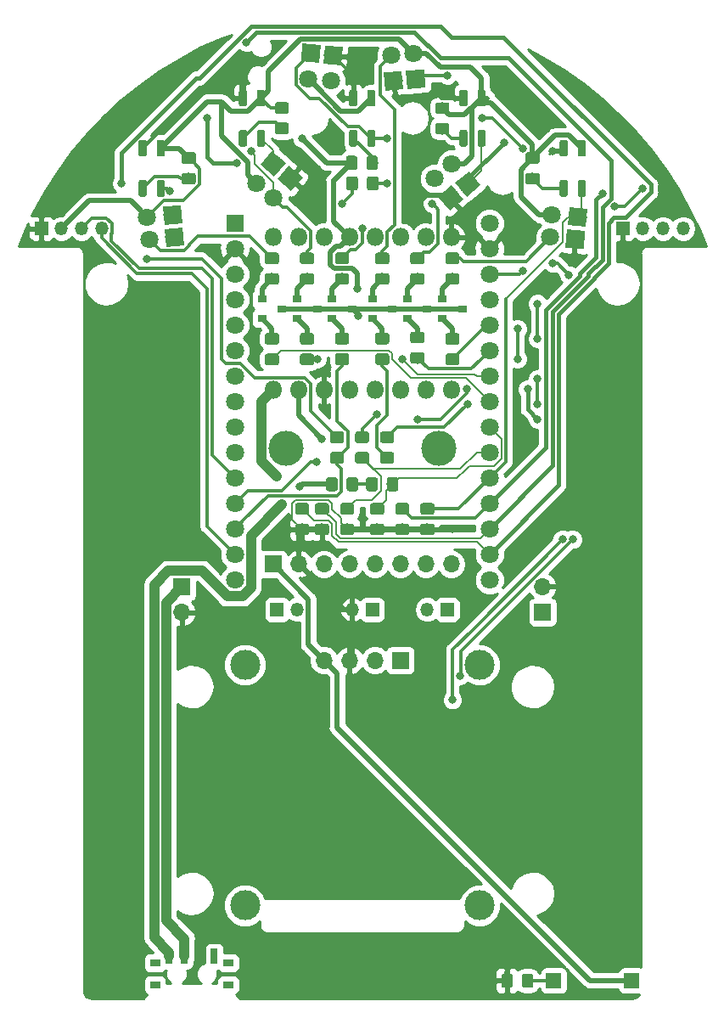
<source format=gbr>
G04 #@! TF.GenerationSoftware,KiCad,Pcbnew,(5.0.1)-3*
G04 #@! TF.CreationDate,2022-06-15T15:11:29+08:00*
G04 #@! TF.ProjectId,Micromouse_V01,4D6963726F6D6F7573655F5630312E6B,rev?*
G04 #@! TF.SameCoordinates,Original*
G04 #@! TF.FileFunction,Copper,L2,Bot,Signal*
G04 #@! TF.FilePolarity,Positive*
%FSLAX46Y46*%
G04 Gerber Fmt 4.6, Leading zero omitted, Abs format (unit mm)*
G04 Created by KiCad (PCBNEW (5.0.1)-3) date 15-Jun-22 3:11:29 PM*
%MOMM*%
%LPD*%
G01*
G04 APERTURE LIST*
G04 #@! TA.AperFunction,ComponentPad*
%ADD10C,1.800000*%
G04 #@! TD*
G04 #@! TA.AperFunction,ComponentPad*
%ADD11R,1.800000X1.800000*%
G04 #@! TD*
G04 #@! TA.AperFunction,WasherPad*
%ADD12C,3.000000*%
G04 #@! TD*
G04 #@! TA.AperFunction,ComponentPad*
%ADD13O,1.700000X1.700000*%
G04 #@! TD*
G04 #@! TA.AperFunction,ComponentPad*
%ADD14R,1.700000X1.700000*%
G04 #@! TD*
G04 #@! TA.AperFunction,Conductor*
%ADD15C,0.100000*%
G04 #@! TD*
G04 #@! TA.AperFunction,WasherPad*
%ADD16C,3.500000*%
G04 #@! TD*
G04 #@! TA.AperFunction,ComponentPad*
%ADD17R,1.350000X1.350000*%
G04 #@! TD*
G04 #@! TA.AperFunction,ComponentPad*
%ADD18O,1.350000X1.350000*%
G04 #@! TD*
G04 #@! TA.AperFunction,SMDPad,CuDef*
%ADD19R,0.700000X1.500000*%
G04 #@! TD*
G04 #@! TA.AperFunction,SMDPad,CuDef*
%ADD20R,1.000000X0.800000*%
G04 #@! TD*
G04 #@! TA.AperFunction,SMDPad,CuDef*
%ADD21C,0.790000*%
G04 #@! TD*
G04 #@! TA.AperFunction,ComponentPad*
%ADD22O,1.800000X1.800000*%
G04 #@! TD*
G04 #@! TA.AperFunction,SMDPad,CuDef*
%ADD23R,0.900000X0.800000*%
G04 #@! TD*
G04 #@! TA.AperFunction,SMDPad,CuDef*
%ADD24C,1.150000*%
G04 #@! TD*
G04 #@! TA.AperFunction,SMDPad,CuDef*
%ADD25R,1.500000X1.500000*%
G04 #@! TD*
G04 #@! TA.AperFunction,ViaPad*
%ADD26C,0.800000*%
G04 #@! TD*
G04 #@! TA.AperFunction,Conductor*
%ADD27C,0.500000*%
G04 #@! TD*
G04 #@! TA.AperFunction,Conductor*
%ADD28C,0.200000*%
G04 #@! TD*
G04 #@! TA.AperFunction,Conductor*
%ADD29C,0.300000*%
G04 #@! TD*
G04 #@! TA.AperFunction,Conductor*
%ADD30C,1.000000*%
G04 #@! TD*
G04 #@! TA.AperFunction,Conductor*
%ADD31C,0.400000*%
G04 #@! TD*
G04 #@! TA.AperFunction,Conductor*
%ADD32C,0.254000*%
G04 #@! TD*
G04 APERTURE END LIST*
D10*
G04 #@! TO.P,U11,3*
G04 #@! TO.N,N/C*
X114700000Y-99045000D03*
G04 #@! TO.P,U11,4*
G04 #@! TO.N,36*
X114700000Y-96505000D03*
G04 #@! TO.P,U11,5*
G04 #@! TO.N,39*
X114700000Y-93965000D03*
G04 #@! TO.P,U11,6*
G04 #@! TO.N,34*
X114700000Y-91425000D03*
G04 #@! TO.P,U11,7*
G04 #@! TO.N,35*
X114700000Y-88885000D03*
G04 #@! TO.P,U11,8*
G04 #@! TO.N,32*
X114700000Y-86345000D03*
G04 #@! TO.P,U11,9*
G04 #@! TO.N,33*
X114700000Y-83805000D03*
G04 #@! TO.P,U11,10*
G04 #@! TO.N,25*
X114700000Y-81265000D03*
G04 #@! TO.P,U11,11*
G04 #@! TO.N,26*
X114700000Y-78725000D03*
G04 #@! TO.P,U11,12*
G04 #@! TO.N,27*
X114700000Y-76185000D03*
G04 #@! TO.P,U11,13*
G04 #@! TO.N,14*
X114700000Y-73645000D03*
G04 #@! TO.P,U11,14*
G04 #@! TO.N,12*
X114700000Y-71105000D03*
G04 #@! TO.P,U11,16*
G04 #@! TO.N,13*
X114700000Y-68565000D03*
G04 #@! TO.P,U11,15*
G04 #@! TO.N,GND*
X114700000Y-66025000D03*
G04 #@! TO.P,U11,32*
G04 #@! TO.N,VCC*
X114700000Y-63485000D03*
G04 #@! TO.P,U11,37*
G04 #@! TO.N,23*
X89300000Y-99045000D03*
G04 #@! TO.P,U11,36*
G04 #@! TO.N,22_SCL1*
X89300000Y-96505000D03*
G04 #@! TO.P,U11,35*
G04 #@! TO.N,1*
X89300000Y-93965000D03*
G04 #@! TO.P,U11,34*
G04 #@! TO.N,3*
X89300000Y-91425000D03*
G04 #@! TO.P,U11,33*
G04 #@! TO.N,21_SDA1*
X89300000Y-88885000D03*
G04 #@! TO.P,U11,31*
G04 #@! TO.N,19_SCL2*
X89300000Y-86345000D03*
G04 #@! TO.P,U11,30*
G04 #@! TO.N,18_SDA2*
X89300000Y-83805000D03*
G04 #@! TO.P,U11,29*
G04 #@! TO.N,5*
X89300000Y-81265000D03*
G04 #@! TO.P,U11,28*
G04 #@! TO.N,17*
X89300000Y-78725000D03*
G04 #@! TO.P,U11,27*
G04 #@! TO.N,16*
X89300000Y-76185000D03*
G04 #@! TO.P,U11,26*
G04 #@! TO.N,4*
X89300000Y-73645000D03*
G04 #@! TO.P,U11,24*
G04 #@! TO.N,2*
X89300000Y-71105000D03*
G04 #@! TO.P,U11,23*
G04 #@! TO.N,15*
X89300000Y-68565000D03*
G04 #@! TO.P,U11,15*
G04 #@! TO.N,GND*
X89300000Y-66025000D03*
D11*
G04 #@! TO.P,U11,2*
G04 #@! TO.N,N/C*
X89300000Y-63485000D03*
G04 #@! TD*
D12*
G04 #@! TO.P,J3,*
G04 #@! TO.N,*
X90300000Y-107500000D03*
X90300000Y-131500000D03*
X113700000Y-131500000D03*
X113700000Y-107500000D03*
D13*
G04 #@! TO.P,J3,1*
G04 #@! TO.N,+3V3*
X98190000Y-107069000D03*
G04 #@! TO.P,J3,2*
G04 #@! TO.N,GND*
X100730000Y-107069000D03*
G04 #@! TO.P,J3,3*
G04 #@! TO.N,22_SCL1*
X103270000Y-107069000D03*
D14*
G04 #@! TO.P,J3,4*
G04 #@! TO.N,21_SDA1*
X105810000Y-107069000D03*
G04 #@! TD*
D10*
G04 #@! TO.P,S1,4*
G04 #@! TO.N,+3V3*
X80543712Y-62868815D03*
G04 #@! TO.P,S1,3*
G04 #@! TO.N,36*
X83098952Y-62645260D03*
D15*
G04 #@! TD*
G04 #@! TO.N,36*
G04 #@! TO.C,S1*
G36*
X83917087Y-61670245D02*
X84073967Y-63463395D01*
X82280817Y-63620275D01*
X82123937Y-61827125D01*
X83917087Y-61670245D01*
X83917087Y-61670245D01*
G37*
D10*
G04 #@! TO.P,S1,2*
G04 #@! TO.N,Net-(D4-Pad2)*
X80737635Y-65085347D03*
G04 #@! TO.P,S1,1*
G04 #@! TO.N,GND*
X83267968Y-64863972D03*
D15*
G04 #@! TD*
G04 #@! TO.N,GND*
G04 #@! TO.C,S1*
G36*
X84086103Y-63888957D02*
X84242983Y-65682107D01*
X82449833Y-65838987D01*
X82292953Y-64045837D01*
X84086103Y-63888957D01*
X84086103Y-63888957D01*
G37*
D10*
G04 #@! TO.P,S2,4*
G04 #@! TO.N,+3V3*
X91463274Y-59522776D03*
G04 #@! TO.P,S2,3*
G04 #@! TO.N,39*
X93112023Y-57557871D03*
D15*
G04 #@! TD*
G04 #@! TO.N,39*
G04 #@! TO.C,S2*
G36*
X93001092Y-56289922D02*
X94379972Y-57446940D01*
X93222954Y-58825820D01*
X91844074Y-57668802D01*
X93001092Y-56289922D01*
X93001092Y-56289922D01*
G37*
D10*
G04 #@! TO.P,S2,2*
G04 #@! TO.N,Net-(D5-Pad2)*
X93167723Y-60952977D03*
G04 #@! TO.P,S2,1*
G04 #@! TO.N,GND*
X94800402Y-59007224D03*
D15*
G04 #@! TD*
G04 #@! TO.N,GND*
G04 #@! TO.C,S2*
G36*
X94689471Y-57739275D02*
X96068351Y-58896293D01*
X94911333Y-60275173D01*
X93532453Y-59118155D01*
X94689471Y-57739275D01*
X94689471Y-57739275D01*
G37*
D10*
G04 #@! TO.P,S5,4*
G04 #@! TO.N,+3V3*
X96648311Y-49064087D03*
G04 #@! TO.P,S5,3*
G04 #@! TO.N,32*
X96871864Y-46508847D03*
D15*
G04 #@! TD*
G04 #@! TO.N,32*
G04 #@! TO.C,S5*
G36*
X96053729Y-45533832D02*
X97846879Y-45690712D01*
X97689999Y-47483862D01*
X95896849Y-47326982D01*
X96053729Y-45533832D01*
X96053729Y-45533832D01*
G37*
D10*
G04 #@! TO.P,S5,2*
G04 #@! TO.N,Net-(D6-Pad2)*
X98864843Y-49258007D03*
G04 #@! TO.P,S5,1*
G04 #@! TO.N,GND*
X99086219Y-46727674D03*
D15*
G04 #@! TD*
G04 #@! TO.N,GND*
G04 #@! TO.C,S5*
G36*
X98268084Y-45752659D02*
X100061234Y-45909539D01*
X99904354Y-47702689D01*
X98111204Y-47545809D01*
X98268084Y-45752659D01*
X98268084Y-45752659D01*
G37*
D10*
G04 #@! TO.P,S6,4*
G04 #@! TO.N,+3V3*
X107131185Y-46543712D03*
G04 #@! TO.P,S6,3*
G04 #@! TO.N,33*
X107354740Y-49098952D03*
D15*
G04 #@! TD*
G04 #@! TO.N,33*
G04 #@! TO.C,S6*
G36*
X108329755Y-49917087D02*
X106536605Y-50073967D01*
X106379725Y-48280817D01*
X108172875Y-48123937D01*
X108329755Y-49917087D01*
X108329755Y-49917087D01*
G37*
D10*
G04 #@! TO.P,S6,2*
G04 #@! TO.N,Net-(R11-Pad2)*
X104914653Y-46737635D03*
G04 #@! TO.P,S6,1*
G04 #@! TO.N,GND*
X105136028Y-49267968D03*
D15*
G04 #@! TD*
G04 #@! TO.N,GND*
G04 #@! TO.C,S6*
G36*
X106111043Y-50086103D02*
X104317893Y-50242983D01*
X104161013Y-48449833D01*
X105954163Y-48292953D01*
X106111043Y-50086103D01*
X106111043Y-50086103D01*
G37*
D10*
G04 #@! TO.P,S4,4*
G04 #@! TO.N,+3V3*
X120935913Y-62648311D03*
G04 #@! TO.P,S4,3*
G04 #@! TO.N,35*
X123491153Y-62871864D03*
D15*
G04 #@! TD*
G04 #@! TO.N,35*
G04 #@! TO.C,S4*
G36*
X124466168Y-62053729D02*
X124309288Y-63846879D01*
X122516138Y-63689999D01*
X122673018Y-61896849D01*
X124466168Y-62053729D01*
X124466168Y-62053729D01*
G37*
D10*
G04 #@! TO.P,S4,2*
G04 #@! TO.N,Net-(D8-Pad2)*
X120741993Y-64864843D03*
G04 #@! TO.P,S4,1*
G04 #@! TO.N,GND*
X123272326Y-65086219D03*
D15*
G04 #@! TD*
G04 #@! TO.N,GND*
G04 #@! TO.C,S4*
G36*
X124247341Y-64268084D02*
X124090461Y-66061234D01*
X122297311Y-65904354D01*
X122454191Y-64111204D01*
X124247341Y-64268084D01*
X124247341Y-64268084D01*
G37*
D10*
G04 #@! TO.P,S3,4*
G04 #@! TO.N,+3V3*
X110910472Y-57584682D03*
G04 #@! TO.P,S3,3*
G04 #@! TO.N,34*
X112559223Y-59549585D03*
D15*
G04 #@! TD*
G04 #@! TO.N,34*
G04 #@! TO.C,S3*
G36*
X113827172Y-59660516D02*
X112448292Y-60817534D01*
X111291274Y-59438654D01*
X112670154Y-58281636D01*
X113827172Y-59660516D01*
X113827172Y-59660516D01*
G37*
D10*
G04 #@! TO.P,S3,2*
G04 #@! TO.N,Net-(D7-Pad2)*
X109206025Y-59014884D03*
G04 #@! TO.P,S3,1*
G04 #@! TO.N,GND*
X110838705Y-60960636D03*
D15*
G04 #@! TD*
G04 #@! TO.N,GND*
G04 #@! TO.C,S3*
G36*
X112106654Y-61071567D02*
X110727774Y-62228585D01*
X109570756Y-60849705D01*
X110949636Y-59692687D01*
X112106654Y-61071567D01*
X112106654Y-61071567D01*
G37*
D14*
G04 #@! TO.P,U13,13*
G04 #@! TO.N,+3V3*
X93101600Y-97466600D03*
D13*
G04 #@! TO.P,U13,18*
G04 #@! TO.N,GND*
X95641600Y-97466600D03*
G04 #@! TO.P,U13,23*
G04 #@! TO.N,22_SCL1*
X98181600Y-97466600D03*
G04 #@! TO.P,U13,24*
G04 #@! TO.N,21_SDA1*
X100721600Y-97466600D03*
G04 #@! TO.P,U13,7*
G04 #@! TO.N,N/C*
X103261600Y-97466600D03*
G04 #@! TO.P,U13,6*
X105801600Y-97466600D03*
G04 #@! TO.P,U13,9*
X108341600Y-97466600D03*
G04 #@! TO.P,U13,12*
G04 #@! TO.N,23*
X110881600Y-97466600D03*
D16*
G04 #@! TO.P,U13,*
G04 #@! TO.N,*
X109620000Y-85920000D03*
X94380000Y-85920000D03*
G04 #@! TD*
D17*
G04 #@! TO.P,J6,1*
G04 #@! TO.N,GND*
X128000000Y-64000000D03*
D18*
G04 #@! TO.P,J6,2*
G04 #@! TO.N,+3V3*
X130000000Y-64000000D03*
G04 #@! TO.P,J6,3*
G04 #@! TO.N,18_SDA2*
X132000000Y-64000000D03*
G04 #@! TO.P,J6,4*
G04 #@! TO.N,19_SCL2*
X134000000Y-64000000D03*
G04 #@! TD*
D17*
G04 #@! TO.P,J5,1*
G04 #@! TO.N,GND*
X70000000Y-64000000D03*
D18*
G04 #@! TO.P,J5,2*
G04 #@! TO.N,+3V3*
X72000000Y-64000000D03*
G04 #@! TO.P,J5,3*
G04 #@! TO.N,21_SDA1*
X74000000Y-64000000D03*
G04 #@! TO.P,J5,4*
G04 #@! TO.N,22_SCL1*
X76000000Y-64000000D03*
G04 #@! TD*
D19*
G04 #@! TO.P,SW1,1*
G04 #@! TO.N,N/C*
X87250000Y-136570000D03*
G04 #@! TO.P,SW1,2*
G04 #@! TO.N,+BATT*
X84250000Y-136570000D03*
G04 #@! TO.P,SW1,3*
G04 #@! TO.N,VCC*
X82750000Y-136570000D03*
D20*
G04 #@! TO.P,SW1,*
G04 #@! TO.N,*
X88650000Y-139430000D03*
X81350000Y-139430000D03*
X81350000Y-137220000D03*
X88650000Y-137220000D03*
G04 #@! TD*
D14*
G04 #@! TO.P,J1,1*
G04 #@! TO.N,+BATT*
X120000000Y-102250000D03*
D13*
G04 #@! TO.P,J1,2*
G04 #@! TO.N,GND*
X120000000Y-99710000D03*
G04 #@! TD*
D15*
G04 #@! TO.N,+3V3*
G04 #@! TO.C,S7*
G36*
X82116858Y-55170951D02*
X82136030Y-55173795D01*
X82154831Y-55178504D01*
X82173080Y-55185034D01*
X82190601Y-55193321D01*
X82207225Y-55203285D01*
X82222793Y-55214830D01*
X82237154Y-55227846D01*
X82250170Y-55242207D01*
X82261715Y-55257775D01*
X82271679Y-55274399D01*
X82279966Y-55291920D01*
X82286496Y-55310169D01*
X82291205Y-55328970D01*
X82294049Y-55348142D01*
X82295000Y-55367500D01*
X82295000Y-56632500D01*
X82294049Y-56651858D01*
X82291205Y-56671030D01*
X82286496Y-56689831D01*
X82279966Y-56708080D01*
X82271679Y-56725601D01*
X82261715Y-56742225D01*
X82250170Y-56757793D01*
X82237154Y-56772154D01*
X82222793Y-56785170D01*
X82207225Y-56796715D01*
X82190601Y-56806679D01*
X82173080Y-56814966D01*
X82154831Y-56821496D01*
X82136030Y-56826205D01*
X82116858Y-56829049D01*
X82097500Y-56830000D01*
X81702500Y-56830000D01*
X81683142Y-56829049D01*
X81663970Y-56826205D01*
X81645169Y-56821496D01*
X81626920Y-56814966D01*
X81609399Y-56806679D01*
X81592775Y-56796715D01*
X81577207Y-56785170D01*
X81562846Y-56772154D01*
X81549830Y-56757793D01*
X81538285Y-56742225D01*
X81528321Y-56725601D01*
X81520034Y-56708080D01*
X81513504Y-56689831D01*
X81508795Y-56671030D01*
X81505951Y-56651858D01*
X81505000Y-56632500D01*
X81505000Y-55367500D01*
X81505951Y-55348142D01*
X81508795Y-55328970D01*
X81513504Y-55310169D01*
X81520034Y-55291920D01*
X81528321Y-55274399D01*
X81538285Y-55257775D01*
X81549830Y-55242207D01*
X81562846Y-55227846D01*
X81577207Y-55214830D01*
X81592775Y-55203285D01*
X81609399Y-55193321D01*
X81626920Y-55185034D01*
X81645169Y-55178504D01*
X81663970Y-55173795D01*
X81683142Y-55170951D01*
X81702500Y-55170000D01*
X82097500Y-55170000D01*
X82116858Y-55170951D01*
X82116858Y-55170951D01*
G37*
D21*
G04 #@! TD*
G04 #@! TO.P,S7,3*
G04 #@! TO.N,+3V3*
X81900000Y-56000000D03*
D15*
G04 #@! TO.N,GND*
G04 #@! TO.C,S7*
G36*
X80316858Y-55170951D02*
X80336030Y-55173795D01*
X80354831Y-55178504D01*
X80373080Y-55185034D01*
X80390601Y-55193321D01*
X80407225Y-55203285D01*
X80422793Y-55214830D01*
X80437154Y-55227846D01*
X80450170Y-55242207D01*
X80461715Y-55257775D01*
X80471679Y-55274399D01*
X80479966Y-55291920D01*
X80486496Y-55310169D01*
X80491205Y-55328970D01*
X80494049Y-55348142D01*
X80495000Y-55367500D01*
X80495000Y-56632500D01*
X80494049Y-56651858D01*
X80491205Y-56671030D01*
X80486496Y-56689831D01*
X80479966Y-56708080D01*
X80471679Y-56725601D01*
X80461715Y-56742225D01*
X80450170Y-56757793D01*
X80437154Y-56772154D01*
X80422793Y-56785170D01*
X80407225Y-56796715D01*
X80390601Y-56806679D01*
X80373080Y-56814966D01*
X80354831Y-56821496D01*
X80336030Y-56826205D01*
X80316858Y-56829049D01*
X80297500Y-56830000D01*
X79902500Y-56830000D01*
X79883142Y-56829049D01*
X79863970Y-56826205D01*
X79845169Y-56821496D01*
X79826920Y-56814966D01*
X79809399Y-56806679D01*
X79792775Y-56796715D01*
X79777207Y-56785170D01*
X79762846Y-56772154D01*
X79749830Y-56757793D01*
X79738285Y-56742225D01*
X79728321Y-56725601D01*
X79720034Y-56708080D01*
X79713504Y-56689831D01*
X79708795Y-56671030D01*
X79705951Y-56651858D01*
X79705000Y-56632500D01*
X79705000Y-55367500D01*
X79705951Y-55348142D01*
X79708795Y-55328970D01*
X79713504Y-55310169D01*
X79720034Y-55291920D01*
X79728321Y-55274399D01*
X79738285Y-55257775D01*
X79749830Y-55242207D01*
X79762846Y-55227846D01*
X79777207Y-55214830D01*
X79792775Y-55203285D01*
X79809399Y-55193321D01*
X79826920Y-55185034D01*
X79845169Y-55178504D01*
X79863970Y-55173795D01*
X79883142Y-55170951D01*
X79902500Y-55170000D01*
X80297500Y-55170000D01*
X80316858Y-55170951D01*
X80316858Y-55170951D01*
G37*
D21*
G04 #@! TD*
G04 #@! TO.P,S7,2*
G04 #@! TO.N,GND*
X80100000Y-56000000D03*
D15*
G04 #@! TO.N,Net-(R27-Pad2)*
G04 #@! TO.C,S7*
G36*
X80316858Y-59170951D02*
X80336030Y-59173795D01*
X80354831Y-59178504D01*
X80373080Y-59185034D01*
X80390601Y-59193321D01*
X80407225Y-59203285D01*
X80422793Y-59214830D01*
X80437154Y-59227846D01*
X80450170Y-59242207D01*
X80461715Y-59257775D01*
X80471679Y-59274399D01*
X80479966Y-59291920D01*
X80486496Y-59310169D01*
X80491205Y-59328970D01*
X80494049Y-59348142D01*
X80495000Y-59367500D01*
X80495000Y-60632500D01*
X80494049Y-60651858D01*
X80491205Y-60671030D01*
X80486496Y-60689831D01*
X80479966Y-60708080D01*
X80471679Y-60725601D01*
X80461715Y-60742225D01*
X80450170Y-60757793D01*
X80437154Y-60772154D01*
X80422793Y-60785170D01*
X80407225Y-60796715D01*
X80390601Y-60806679D01*
X80373080Y-60814966D01*
X80354831Y-60821496D01*
X80336030Y-60826205D01*
X80316858Y-60829049D01*
X80297500Y-60830000D01*
X79902500Y-60830000D01*
X79883142Y-60829049D01*
X79863970Y-60826205D01*
X79845169Y-60821496D01*
X79826920Y-60814966D01*
X79809399Y-60806679D01*
X79792775Y-60796715D01*
X79777207Y-60785170D01*
X79762846Y-60772154D01*
X79749830Y-60757793D01*
X79738285Y-60742225D01*
X79728321Y-60725601D01*
X79720034Y-60708080D01*
X79713504Y-60689831D01*
X79708795Y-60671030D01*
X79705951Y-60651858D01*
X79705000Y-60632500D01*
X79705000Y-59367500D01*
X79705951Y-59348142D01*
X79708795Y-59328970D01*
X79713504Y-59310169D01*
X79720034Y-59291920D01*
X79728321Y-59274399D01*
X79738285Y-59257775D01*
X79749830Y-59242207D01*
X79762846Y-59227846D01*
X79777207Y-59214830D01*
X79792775Y-59203285D01*
X79809399Y-59193321D01*
X79826920Y-59185034D01*
X79845169Y-59178504D01*
X79863970Y-59173795D01*
X79883142Y-59170951D01*
X79902500Y-59170000D01*
X80297500Y-59170000D01*
X80316858Y-59170951D01*
X80316858Y-59170951D01*
G37*
D21*
G04 #@! TD*
G04 #@! TO.P,S7,1*
G04 #@! TO.N,Net-(R27-Pad2)*
X80100000Y-60000000D03*
D15*
G04 #@! TO.N,36*
G04 #@! TO.C,S7*
G36*
X82116858Y-59170951D02*
X82136030Y-59173795D01*
X82154831Y-59178504D01*
X82173080Y-59185034D01*
X82190601Y-59193321D01*
X82207225Y-59203285D01*
X82222793Y-59214830D01*
X82237154Y-59227846D01*
X82250170Y-59242207D01*
X82261715Y-59257775D01*
X82271679Y-59274399D01*
X82279966Y-59291920D01*
X82286496Y-59310169D01*
X82291205Y-59328970D01*
X82294049Y-59348142D01*
X82295000Y-59367500D01*
X82295000Y-60632500D01*
X82294049Y-60651858D01*
X82291205Y-60671030D01*
X82286496Y-60689831D01*
X82279966Y-60708080D01*
X82271679Y-60725601D01*
X82261715Y-60742225D01*
X82250170Y-60757793D01*
X82237154Y-60772154D01*
X82222793Y-60785170D01*
X82207225Y-60796715D01*
X82190601Y-60806679D01*
X82173080Y-60814966D01*
X82154831Y-60821496D01*
X82136030Y-60826205D01*
X82116858Y-60829049D01*
X82097500Y-60830000D01*
X81702500Y-60830000D01*
X81683142Y-60829049D01*
X81663970Y-60826205D01*
X81645169Y-60821496D01*
X81626920Y-60814966D01*
X81609399Y-60806679D01*
X81592775Y-60796715D01*
X81577207Y-60785170D01*
X81562846Y-60772154D01*
X81549830Y-60757793D01*
X81538285Y-60742225D01*
X81528321Y-60725601D01*
X81520034Y-60708080D01*
X81513504Y-60689831D01*
X81508795Y-60671030D01*
X81505951Y-60651858D01*
X81505000Y-60632500D01*
X81505000Y-59367500D01*
X81505951Y-59348142D01*
X81508795Y-59328970D01*
X81513504Y-59310169D01*
X81520034Y-59291920D01*
X81528321Y-59274399D01*
X81538285Y-59257775D01*
X81549830Y-59242207D01*
X81562846Y-59227846D01*
X81577207Y-59214830D01*
X81592775Y-59203285D01*
X81609399Y-59193321D01*
X81626920Y-59185034D01*
X81645169Y-59178504D01*
X81663970Y-59173795D01*
X81683142Y-59170951D01*
X81702500Y-59170000D01*
X82097500Y-59170000D01*
X82116858Y-59170951D01*
X82116858Y-59170951D01*
G37*
D21*
G04 #@! TD*
G04 #@! TO.P,S7,4*
G04 #@! TO.N,36*
X81900000Y-60000000D03*
D15*
G04 #@! TO.N,39*
G04 #@! TO.C,S8*
G36*
X92116858Y-54170951D02*
X92136030Y-54173795D01*
X92154831Y-54178504D01*
X92173080Y-54185034D01*
X92190601Y-54193321D01*
X92207225Y-54203285D01*
X92222793Y-54214830D01*
X92237154Y-54227846D01*
X92250170Y-54242207D01*
X92261715Y-54257775D01*
X92271679Y-54274399D01*
X92279966Y-54291920D01*
X92286496Y-54310169D01*
X92291205Y-54328970D01*
X92294049Y-54348142D01*
X92295000Y-54367500D01*
X92295000Y-55632500D01*
X92294049Y-55651858D01*
X92291205Y-55671030D01*
X92286496Y-55689831D01*
X92279966Y-55708080D01*
X92271679Y-55725601D01*
X92261715Y-55742225D01*
X92250170Y-55757793D01*
X92237154Y-55772154D01*
X92222793Y-55785170D01*
X92207225Y-55796715D01*
X92190601Y-55806679D01*
X92173080Y-55814966D01*
X92154831Y-55821496D01*
X92136030Y-55826205D01*
X92116858Y-55829049D01*
X92097500Y-55830000D01*
X91702500Y-55830000D01*
X91683142Y-55829049D01*
X91663970Y-55826205D01*
X91645169Y-55821496D01*
X91626920Y-55814966D01*
X91609399Y-55806679D01*
X91592775Y-55796715D01*
X91577207Y-55785170D01*
X91562846Y-55772154D01*
X91549830Y-55757793D01*
X91538285Y-55742225D01*
X91528321Y-55725601D01*
X91520034Y-55708080D01*
X91513504Y-55689831D01*
X91508795Y-55671030D01*
X91505951Y-55651858D01*
X91505000Y-55632500D01*
X91505000Y-54367500D01*
X91505951Y-54348142D01*
X91508795Y-54328970D01*
X91513504Y-54310169D01*
X91520034Y-54291920D01*
X91528321Y-54274399D01*
X91538285Y-54257775D01*
X91549830Y-54242207D01*
X91562846Y-54227846D01*
X91577207Y-54214830D01*
X91592775Y-54203285D01*
X91609399Y-54193321D01*
X91626920Y-54185034D01*
X91645169Y-54178504D01*
X91663970Y-54173795D01*
X91683142Y-54170951D01*
X91702500Y-54170000D01*
X92097500Y-54170000D01*
X92116858Y-54170951D01*
X92116858Y-54170951D01*
G37*
D21*
G04 #@! TD*
G04 #@! TO.P,S8,4*
G04 #@! TO.N,39*
X91900000Y-55000000D03*
D15*
G04 #@! TO.N,Net-(R28-Pad2)*
G04 #@! TO.C,S8*
G36*
X90316858Y-54170951D02*
X90336030Y-54173795D01*
X90354831Y-54178504D01*
X90373080Y-54185034D01*
X90390601Y-54193321D01*
X90407225Y-54203285D01*
X90422793Y-54214830D01*
X90437154Y-54227846D01*
X90450170Y-54242207D01*
X90461715Y-54257775D01*
X90471679Y-54274399D01*
X90479966Y-54291920D01*
X90486496Y-54310169D01*
X90491205Y-54328970D01*
X90494049Y-54348142D01*
X90495000Y-54367500D01*
X90495000Y-55632500D01*
X90494049Y-55651858D01*
X90491205Y-55671030D01*
X90486496Y-55689831D01*
X90479966Y-55708080D01*
X90471679Y-55725601D01*
X90461715Y-55742225D01*
X90450170Y-55757793D01*
X90437154Y-55772154D01*
X90422793Y-55785170D01*
X90407225Y-55796715D01*
X90390601Y-55806679D01*
X90373080Y-55814966D01*
X90354831Y-55821496D01*
X90336030Y-55826205D01*
X90316858Y-55829049D01*
X90297500Y-55830000D01*
X89902500Y-55830000D01*
X89883142Y-55829049D01*
X89863970Y-55826205D01*
X89845169Y-55821496D01*
X89826920Y-55814966D01*
X89809399Y-55806679D01*
X89792775Y-55796715D01*
X89777207Y-55785170D01*
X89762846Y-55772154D01*
X89749830Y-55757793D01*
X89738285Y-55742225D01*
X89728321Y-55725601D01*
X89720034Y-55708080D01*
X89713504Y-55689831D01*
X89708795Y-55671030D01*
X89705951Y-55651858D01*
X89705000Y-55632500D01*
X89705000Y-54367500D01*
X89705951Y-54348142D01*
X89708795Y-54328970D01*
X89713504Y-54310169D01*
X89720034Y-54291920D01*
X89728321Y-54274399D01*
X89738285Y-54257775D01*
X89749830Y-54242207D01*
X89762846Y-54227846D01*
X89777207Y-54214830D01*
X89792775Y-54203285D01*
X89809399Y-54193321D01*
X89826920Y-54185034D01*
X89845169Y-54178504D01*
X89863970Y-54173795D01*
X89883142Y-54170951D01*
X89902500Y-54170000D01*
X90297500Y-54170000D01*
X90316858Y-54170951D01*
X90316858Y-54170951D01*
G37*
D21*
G04 #@! TD*
G04 #@! TO.P,S8,1*
G04 #@! TO.N,Net-(R28-Pad2)*
X90100000Y-55000000D03*
D15*
G04 #@! TO.N,GND*
G04 #@! TO.C,S8*
G36*
X90316858Y-50170951D02*
X90336030Y-50173795D01*
X90354831Y-50178504D01*
X90373080Y-50185034D01*
X90390601Y-50193321D01*
X90407225Y-50203285D01*
X90422793Y-50214830D01*
X90437154Y-50227846D01*
X90450170Y-50242207D01*
X90461715Y-50257775D01*
X90471679Y-50274399D01*
X90479966Y-50291920D01*
X90486496Y-50310169D01*
X90491205Y-50328970D01*
X90494049Y-50348142D01*
X90495000Y-50367500D01*
X90495000Y-51632500D01*
X90494049Y-51651858D01*
X90491205Y-51671030D01*
X90486496Y-51689831D01*
X90479966Y-51708080D01*
X90471679Y-51725601D01*
X90461715Y-51742225D01*
X90450170Y-51757793D01*
X90437154Y-51772154D01*
X90422793Y-51785170D01*
X90407225Y-51796715D01*
X90390601Y-51806679D01*
X90373080Y-51814966D01*
X90354831Y-51821496D01*
X90336030Y-51826205D01*
X90316858Y-51829049D01*
X90297500Y-51830000D01*
X89902500Y-51830000D01*
X89883142Y-51829049D01*
X89863970Y-51826205D01*
X89845169Y-51821496D01*
X89826920Y-51814966D01*
X89809399Y-51806679D01*
X89792775Y-51796715D01*
X89777207Y-51785170D01*
X89762846Y-51772154D01*
X89749830Y-51757793D01*
X89738285Y-51742225D01*
X89728321Y-51725601D01*
X89720034Y-51708080D01*
X89713504Y-51689831D01*
X89708795Y-51671030D01*
X89705951Y-51651858D01*
X89705000Y-51632500D01*
X89705000Y-50367500D01*
X89705951Y-50348142D01*
X89708795Y-50328970D01*
X89713504Y-50310169D01*
X89720034Y-50291920D01*
X89728321Y-50274399D01*
X89738285Y-50257775D01*
X89749830Y-50242207D01*
X89762846Y-50227846D01*
X89777207Y-50214830D01*
X89792775Y-50203285D01*
X89809399Y-50193321D01*
X89826920Y-50185034D01*
X89845169Y-50178504D01*
X89863970Y-50173795D01*
X89883142Y-50170951D01*
X89902500Y-50170000D01*
X90297500Y-50170000D01*
X90316858Y-50170951D01*
X90316858Y-50170951D01*
G37*
D21*
G04 #@! TD*
G04 #@! TO.P,S8,2*
G04 #@! TO.N,GND*
X90100000Y-51000000D03*
D15*
G04 #@! TO.N,+3V3*
G04 #@! TO.C,S8*
G36*
X92116858Y-50170951D02*
X92136030Y-50173795D01*
X92154831Y-50178504D01*
X92173080Y-50185034D01*
X92190601Y-50193321D01*
X92207225Y-50203285D01*
X92222793Y-50214830D01*
X92237154Y-50227846D01*
X92250170Y-50242207D01*
X92261715Y-50257775D01*
X92271679Y-50274399D01*
X92279966Y-50291920D01*
X92286496Y-50310169D01*
X92291205Y-50328970D01*
X92294049Y-50348142D01*
X92295000Y-50367500D01*
X92295000Y-51632500D01*
X92294049Y-51651858D01*
X92291205Y-51671030D01*
X92286496Y-51689831D01*
X92279966Y-51708080D01*
X92271679Y-51725601D01*
X92261715Y-51742225D01*
X92250170Y-51757793D01*
X92237154Y-51772154D01*
X92222793Y-51785170D01*
X92207225Y-51796715D01*
X92190601Y-51806679D01*
X92173080Y-51814966D01*
X92154831Y-51821496D01*
X92136030Y-51826205D01*
X92116858Y-51829049D01*
X92097500Y-51830000D01*
X91702500Y-51830000D01*
X91683142Y-51829049D01*
X91663970Y-51826205D01*
X91645169Y-51821496D01*
X91626920Y-51814966D01*
X91609399Y-51806679D01*
X91592775Y-51796715D01*
X91577207Y-51785170D01*
X91562846Y-51772154D01*
X91549830Y-51757793D01*
X91538285Y-51742225D01*
X91528321Y-51725601D01*
X91520034Y-51708080D01*
X91513504Y-51689831D01*
X91508795Y-51671030D01*
X91505951Y-51651858D01*
X91505000Y-51632500D01*
X91505000Y-50367500D01*
X91505951Y-50348142D01*
X91508795Y-50328970D01*
X91513504Y-50310169D01*
X91520034Y-50291920D01*
X91528321Y-50274399D01*
X91538285Y-50257775D01*
X91549830Y-50242207D01*
X91562846Y-50227846D01*
X91577207Y-50214830D01*
X91592775Y-50203285D01*
X91609399Y-50193321D01*
X91626920Y-50185034D01*
X91645169Y-50178504D01*
X91663970Y-50173795D01*
X91683142Y-50170951D01*
X91702500Y-50170000D01*
X92097500Y-50170000D01*
X92116858Y-50170951D01*
X92116858Y-50170951D01*
G37*
D21*
G04 #@! TD*
G04 #@! TO.P,S8,3*
G04 #@! TO.N,+3V3*
X91900000Y-51000000D03*
D15*
G04 #@! TO.N,34*
G04 #@! TO.C,S10*
G36*
X114116858Y-54170951D02*
X114136030Y-54173795D01*
X114154831Y-54178504D01*
X114173080Y-54185034D01*
X114190601Y-54193321D01*
X114207225Y-54203285D01*
X114222793Y-54214830D01*
X114237154Y-54227846D01*
X114250170Y-54242207D01*
X114261715Y-54257775D01*
X114271679Y-54274399D01*
X114279966Y-54291920D01*
X114286496Y-54310169D01*
X114291205Y-54328970D01*
X114294049Y-54348142D01*
X114295000Y-54367500D01*
X114295000Y-55632500D01*
X114294049Y-55651858D01*
X114291205Y-55671030D01*
X114286496Y-55689831D01*
X114279966Y-55708080D01*
X114271679Y-55725601D01*
X114261715Y-55742225D01*
X114250170Y-55757793D01*
X114237154Y-55772154D01*
X114222793Y-55785170D01*
X114207225Y-55796715D01*
X114190601Y-55806679D01*
X114173080Y-55814966D01*
X114154831Y-55821496D01*
X114136030Y-55826205D01*
X114116858Y-55829049D01*
X114097500Y-55830000D01*
X113702500Y-55830000D01*
X113683142Y-55829049D01*
X113663970Y-55826205D01*
X113645169Y-55821496D01*
X113626920Y-55814966D01*
X113609399Y-55806679D01*
X113592775Y-55796715D01*
X113577207Y-55785170D01*
X113562846Y-55772154D01*
X113549830Y-55757793D01*
X113538285Y-55742225D01*
X113528321Y-55725601D01*
X113520034Y-55708080D01*
X113513504Y-55689831D01*
X113508795Y-55671030D01*
X113505951Y-55651858D01*
X113505000Y-55632500D01*
X113505000Y-54367500D01*
X113505951Y-54348142D01*
X113508795Y-54328970D01*
X113513504Y-54310169D01*
X113520034Y-54291920D01*
X113528321Y-54274399D01*
X113538285Y-54257775D01*
X113549830Y-54242207D01*
X113562846Y-54227846D01*
X113577207Y-54214830D01*
X113592775Y-54203285D01*
X113609399Y-54193321D01*
X113626920Y-54185034D01*
X113645169Y-54178504D01*
X113663970Y-54173795D01*
X113683142Y-54170951D01*
X113702500Y-54170000D01*
X114097500Y-54170000D01*
X114116858Y-54170951D01*
X114116858Y-54170951D01*
G37*
D21*
G04 #@! TD*
G04 #@! TO.P,S10,4*
G04 #@! TO.N,34*
X113900000Y-55000000D03*
D15*
G04 #@! TO.N,Net-(R29-Pad2)*
G04 #@! TO.C,S10*
G36*
X112316858Y-54170951D02*
X112336030Y-54173795D01*
X112354831Y-54178504D01*
X112373080Y-54185034D01*
X112390601Y-54193321D01*
X112407225Y-54203285D01*
X112422793Y-54214830D01*
X112437154Y-54227846D01*
X112450170Y-54242207D01*
X112461715Y-54257775D01*
X112471679Y-54274399D01*
X112479966Y-54291920D01*
X112486496Y-54310169D01*
X112491205Y-54328970D01*
X112494049Y-54348142D01*
X112495000Y-54367500D01*
X112495000Y-55632500D01*
X112494049Y-55651858D01*
X112491205Y-55671030D01*
X112486496Y-55689831D01*
X112479966Y-55708080D01*
X112471679Y-55725601D01*
X112461715Y-55742225D01*
X112450170Y-55757793D01*
X112437154Y-55772154D01*
X112422793Y-55785170D01*
X112407225Y-55796715D01*
X112390601Y-55806679D01*
X112373080Y-55814966D01*
X112354831Y-55821496D01*
X112336030Y-55826205D01*
X112316858Y-55829049D01*
X112297500Y-55830000D01*
X111902500Y-55830000D01*
X111883142Y-55829049D01*
X111863970Y-55826205D01*
X111845169Y-55821496D01*
X111826920Y-55814966D01*
X111809399Y-55806679D01*
X111792775Y-55796715D01*
X111777207Y-55785170D01*
X111762846Y-55772154D01*
X111749830Y-55757793D01*
X111738285Y-55742225D01*
X111728321Y-55725601D01*
X111720034Y-55708080D01*
X111713504Y-55689831D01*
X111708795Y-55671030D01*
X111705951Y-55651858D01*
X111705000Y-55632500D01*
X111705000Y-54367500D01*
X111705951Y-54348142D01*
X111708795Y-54328970D01*
X111713504Y-54310169D01*
X111720034Y-54291920D01*
X111728321Y-54274399D01*
X111738285Y-54257775D01*
X111749830Y-54242207D01*
X111762846Y-54227846D01*
X111777207Y-54214830D01*
X111792775Y-54203285D01*
X111809399Y-54193321D01*
X111826920Y-54185034D01*
X111845169Y-54178504D01*
X111863970Y-54173795D01*
X111883142Y-54170951D01*
X111902500Y-54170000D01*
X112297500Y-54170000D01*
X112316858Y-54170951D01*
X112316858Y-54170951D01*
G37*
D21*
G04 #@! TD*
G04 #@! TO.P,S10,1*
G04 #@! TO.N,Net-(R29-Pad2)*
X112100000Y-55000000D03*
D15*
G04 #@! TO.N,GND*
G04 #@! TO.C,S10*
G36*
X112316858Y-50170951D02*
X112336030Y-50173795D01*
X112354831Y-50178504D01*
X112373080Y-50185034D01*
X112390601Y-50193321D01*
X112407225Y-50203285D01*
X112422793Y-50214830D01*
X112437154Y-50227846D01*
X112450170Y-50242207D01*
X112461715Y-50257775D01*
X112471679Y-50274399D01*
X112479966Y-50291920D01*
X112486496Y-50310169D01*
X112491205Y-50328970D01*
X112494049Y-50348142D01*
X112495000Y-50367500D01*
X112495000Y-51632500D01*
X112494049Y-51651858D01*
X112491205Y-51671030D01*
X112486496Y-51689831D01*
X112479966Y-51708080D01*
X112471679Y-51725601D01*
X112461715Y-51742225D01*
X112450170Y-51757793D01*
X112437154Y-51772154D01*
X112422793Y-51785170D01*
X112407225Y-51796715D01*
X112390601Y-51806679D01*
X112373080Y-51814966D01*
X112354831Y-51821496D01*
X112336030Y-51826205D01*
X112316858Y-51829049D01*
X112297500Y-51830000D01*
X111902500Y-51830000D01*
X111883142Y-51829049D01*
X111863970Y-51826205D01*
X111845169Y-51821496D01*
X111826920Y-51814966D01*
X111809399Y-51806679D01*
X111792775Y-51796715D01*
X111777207Y-51785170D01*
X111762846Y-51772154D01*
X111749830Y-51757793D01*
X111738285Y-51742225D01*
X111728321Y-51725601D01*
X111720034Y-51708080D01*
X111713504Y-51689831D01*
X111708795Y-51671030D01*
X111705951Y-51651858D01*
X111705000Y-51632500D01*
X111705000Y-50367500D01*
X111705951Y-50348142D01*
X111708795Y-50328970D01*
X111713504Y-50310169D01*
X111720034Y-50291920D01*
X111728321Y-50274399D01*
X111738285Y-50257775D01*
X111749830Y-50242207D01*
X111762846Y-50227846D01*
X111777207Y-50214830D01*
X111792775Y-50203285D01*
X111809399Y-50193321D01*
X111826920Y-50185034D01*
X111845169Y-50178504D01*
X111863970Y-50173795D01*
X111883142Y-50170951D01*
X111902500Y-50170000D01*
X112297500Y-50170000D01*
X112316858Y-50170951D01*
X112316858Y-50170951D01*
G37*
D21*
G04 #@! TD*
G04 #@! TO.P,S10,2*
G04 #@! TO.N,GND*
X112100000Y-51000000D03*
D15*
G04 #@! TO.N,+3V3*
G04 #@! TO.C,S10*
G36*
X114116858Y-50170951D02*
X114136030Y-50173795D01*
X114154831Y-50178504D01*
X114173080Y-50185034D01*
X114190601Y-50193321D01*
X114207225Y-50203285D01*
X114222793Y-50214830D01*
X114237154Y-50227846D01*
X114250170Y-50242207D01*
X114261715Y-50257775D01*
X114271679Y-50274399D01*
X114279966Y-50291920D01*
X114286496Y-50310169D01*
X114291205Y-50328970D01*
X114294049Y-50348142D01*
X114295000Y-50367500D01*
X114295000Y-51632500D01*
X114294049Y-51651858D01*
X114291205Y-51671030D01*
X114286496Y-51689831D01*
X114279966Y-51708080D01*
X114271679Y-51725601D01*
X114261715Y-51742225D01*
X114250170Y-51757793D01*
X114237154Y-51772154D01*
X114222793Y-51785170D01*
X114207225Y-51796715D01*
X114190601Y-51806679D01*
X114173080Y-51814966D01*
X114154831Y-51821496D01*
X114136030Y-51826205D01*
X114116858Y-51829049D01*
X114097500Y-51830000D01*
X113702500Y-51830000D01*
X113683142Y-51829049D01*
X113663970Y-51826205D01*
X113645169Y-51821496D01*
X113626920Y-51814966D01*
X113609399Y-51806679D01*
X113592775Y-51796715D01*
X113577207Y-51785170D01*
X113562846Y-51772154D01*
X113549830Y-51757793D01*
X113538285Y-51742225D01*
X113528321Y-51725601D01*
X113520034Y-51708080D01*
X113513504Y-51689831D01*
X113508795Y-51671030D01*
X113505951Y-51651858D01*
X113505000Y-51632500D01*
X113505000Y-50367500D01*
X113505951Y-50348142D01*
X113508795Y-50328970D01*
X113513504Y-50310169D01*
X113520034Y-50291920D01*
X113528321Y-50274399D01*
X113538285Y-50257775D01*
X113549830Y-50242207D01*
X113562846Y-50227846D01*
X113577207Y-50214830D01*
X113592775Y-50203285D01*
X113609399Y-50193321D01*
X113626920Y-50185034D01*
X113645169Y-50178504D01*
X113663970Y-50173795D01*
X113683142Y-50170951D01*
X113702500Y-50170000D01*
X114097500Y-50170000D01*
X114116858Y-50170951D01*
X114116858Y-50170951D01*
G37*
D21*
G04 #@! TD*
G04 #@! TO.P,S10,3*
G04 #@! TO.N,+3V3*
X113900000Y-51000000D03*
D22*
G04 #@! TO.P,U12,17*
G04 #@! TO.N,16*
X103270000Y-64880000D03*
G04 #@! TO.P,U12,16*
G04 #@! TO.N,17*
X105810000Y-64880000D03*
G04 #@! TO.P,U12,15*
G04 #@! TO.N,5*
X108350000Y-64880000D03*
G04 #@! TO.P,U12,9*
G04 #@! TO.N,GND*
X110890000Y-64880000D03*
G04 #@! TO.P,U12,22*
G04 #@! TO.N,2*
X95650000Y-64880000D03*
G04 #@! TO.P,U12,19*
G04 #@! TO.N,+3V3*
X100730000Y-64880000D03*
G04 #@! TO.P,U12,21*
G04 #@! TO.N,4*
X98190000Y-64880000D03*
G04 #@! TO.P,U12,23*
G04 #@! TO.N,15*
X93110000Y-64880000D03*
G04 #@! TO.P,U12,7*
G04 #@! TO.N,Net-(J4-Pad2)*
X105810000Y-80120000D03*
G04 #@! TO.P,U12,4*
G04 #@! TO.N,GND*
X110890000Y-80120000D03*
G04 #@! TO.P,U12,11*
G04 #@! TO.N,Net-(J4-Pad1)*
X108350000Y-80120000D03*
G04 #@! TO.P,U12,5*
G04 #@! TO.N,Net-(J2-Pad2)*
X103270000Y-80120000D03*
G04 #@! TO.P,U12,14*
G04 #@! TO.N,VCC*
X93110000Y-80120000D03*
G04 #@! TO.P,U12,18*
G04 #@! TO.N,GND*
X98190000Y-80120000D03*
G04 #@! TO.P,U12,20*
G04 #@! TO.N,+3V3*
X95650000Y-80120000D03*
G04 #@! TO.P,U12,1*
G04 #@! TO.N,Net-(J2-Pad1)*
X100730000Y-80120000D03*
G04 #@! TD*
D18*
G04 #@! TO.P,J2,2*
G04 #@! TO.N,Net-(J2-Pad2)*
X95500000Y-102000000D03*
D17*
G04 #@! TO.P,J2,1*
G04 #@! TO.N,Net-(J2-Pad1)*
X93500000Y-102000000D03*
G04 #@! TD*
G04 #@! TO.P,J4,1*
G04 #@! TO.N,Net-(J4-Pad1)*
X110500000Y-102000000D03*
D18*
G04 #@! TO.P,J4,2*
G04 #@! TO.N,Net-(J4-Pad2)*
X108500000Y-102000000D03*
G04 #@! TD*
D23*
G04 #@! TO.P,Q1,3*
G04 #@! TO.N,+3V3*
X94000000Y-72000000D03*
G04 #@! TO.P,Q1,2*
G04 #@! TO.N,Net-(Q1-Pad2)*
X92000000Y-71050000D03*
G04 #@! TO.P,Q1,1*
G04 #@! TO.N,Net-(Q1-Pad1)*
X92000000Y-72950000D03*
G04 #@! TD*
G04 #@! TO.P,Q2,3*
G04 #@! TO.N,+3V3*
X97500000Y-72000000D03*
G04 #@! TO.P,Q2,2*
G04 #@! TO.N,Net-(Q2-Pad2)*
X95500000Y-71050000D03*
G04 #@! TO.P,Q2,1*
G04 #@! TO.N,Net-(Q2-Pad1)*
X95500000Y-72950000D03*
G04 #@! TD*
G04 #@! TO.P,Q3,3*
G04 #@! TO.N,+3V3*
X108500000Y-72000000D03*
G04 #@! TO.P,Q3,2*
G04 #@! TO.N,Net-(Q3-Pad2)*
X106500000Y-71050000D03*
G04 #@! TO.P,Q3,1*
G04 #@! TO.N,Net-(Q3-Pad1)*
X106500000Y-72950000D03*
G04 #@! TD*
G04 #@! TO.P,Q4,1*
G04 #@! TO.N,Net-(Q4-Pad1)*
X110000000Y-72950000D03*
G04 #@! TO.P,Q4,2*
G04 #@! TO.N,Net-(Q4-Pad2)*
X110000000Y-71050000D03*
G04 #@! TO.P,Q4,3*
G04 #@! TO.N,+3V3*
X112000000Y-72000000D03*
G04 #@! TD*
G04 #@! TO.P,Q5,1*
G04 #@! TO.N,Net-(Q5-Pad1)*
X99000000Y-72950000D03*
G04 #@! TO.P,Q5,2*
G04 #@! TO.N,Net-(Q5-Pad2)*
X99000000Y-71050000D03*
G04 #@! TO.P,Q5,3*
G04 #@! TO.N,+3V3*
X101000000Y-72000000D03*
G04 #@! TD*
G04 #@! TO.P,Q6,1*
G04 #@! TO.N,Net-(Q6-Pad1)*
X103000000Y-72950000D03*
G04 #@! TO.P,Q6,2*
G04 #@! TO.N,Net-(Q6-Pad2)*
X103000000Y-71050000D03*
G04 #@! TO.P,Q6,3*
G04 #@! TO.N,+3V3*
X105000000Y-72000000D03*
G04 #@! TD*
D15*
G04 #@! TO.N,Net-(D4-Pad2)*
G04 #@! TO.C,R1*
G36*
X93474505Y-66401204D02*
X93498773Y-66404804D01*
X93522572Y-66410765D01*
X93545671Y-66419030D01*
X93567850Y-66429520D01*
X93588893Y-66442132D01*
X93608599Y-66456747D01*
X93626777Y-66473223D01*
X93643253Y-66491401D01*
X93657868Y-66511107D01*
X93670480Y-66532150D01*
X93680970Y-66554329D01*
X93689235Y-66577428D01*
X93695196Y-66601227D01*
X93698796Y-66625495D01*
X93700000Y-66649999D01*
X93700000Y-67300001D01*
X93698796Y-67324505D01*
X93695196Y-67348773D01*
X93689235Y-67372572D01*
X93680970Y-67395671D01*
X93670480Y-67417850D01*
X93657868Y-67438893D01*
X93643253Y-67458599D01*
X93626777Y-67476777D01*
X93608599Y-67493253D01*
X93588893Y-67507868D01*
X93567850Y-67520480D01*
X93545671Y-67530970D01*
X93522572Y-67539235D01*
X93498773Y-67545196D01*
X93474505Y-67548796D01*
X93450001Y-67550000D01*
X92549999Y-67550000D01*
X92525495Y-67548796D01*
X92501227Y-67545196D01*
X92477428Y-67539235D01*
X92454329Y-67530970D01*
X92432150Y-67520480D01*
X92411107Y-67507868D01*
X92391401Y-67493253D01*
X92373223Y-67476777D01*
X92356747Y-67458599D01*
X92342132Y-67438893D01*
X92329520Y-67417850D01*
X92319030Y-67395671D01*
X92310765Y-67372572D01*
X92304804Y-67348773D01*
X92301204Y-67324505D01*
X92300000Y-67300001D01*
X92300000Y-66649999D01*
X92301204Y-66625495D01*
X92304804Y-66601227D01*
X92310765Y-66577428D01*
X92319030Y-66554329D01*
X92329520Y-66532150D01*
X92342132Y-66511107D01*
X92356747Y-66491401D01*
X92373223Y-66473223D01*
X92391401Y-66456747D01*
X92411107Y-66442132D01*
X92432150Y-66429520D01*
X92454329Y-66419030D01*
X92477428Y-66410765D01*
X92501227Y-66404804D01*
X92525495Y-66401204D01*
X92549999Y-66400000D01*
X93450001Y-66400000D01*
X93474505Y-66401204D01*
X93474505Y-66401204D01*
G37*
D24*
G04 #@! TD*
G04 #@! TO.P,R1,2*
G04 #@! TO.N,Net-(D4-Pad2)*
X93000000Y-66975000D03*
D15*
G04 #@! TO.N,Net-(Q1-Pad2)*
G04 #@! TO.C,R1*
G36*
X93474505Y-68451204D02*
X93498773Y-68454804D01*
X93522572Y-68460765D01*
X93545671Y-68469030D01*
X93567850Y-68479520D01*
X93588893Y-68492132D01*
X93608599Y-68506747D01*
X93626777Y-68523223D01*
X93643253Y-68541401D01*
X93657868Y-68561107D01*
X93670480Y-68582150D01*
X93680970Y-68604329D01*
X93689235Y-68627428D01*
X93695196Y-68651227D01*
X93698796Y-68675495D01*
X93700000Y-68699999D01*
X93700000Y-69350001D01*
X93698796Y-69374505D01*
X93695196Y-69398773D01*
X93689235Y-69422572D01*
X93680970Y-69445671D01*
X93670480Y-69467850D01*
X93657868Y-69488893D01*
X93643253Y-69508599D01*
X93626777Y-69526777D01*
X93608599Y-69543253D01*
X93588893Y-69557868D01*
X93567850Y-69570480D01*
X93545671Y-69580970D01*
X93522572Y-69589235D01*
X93498773Y-69595196D01*
X93474505Y-69598796D01*
X93450001Y-69600000D01*
X92549999Y-69600000D01*
X92525495Y-69598796D01*
X92501227Y-69595196D01*
X92477428Y-69589235D01*
X92454329Y-69580970D01*
X92432150Y-69570480D01*
X92411107Y-69557868D01*
X92391401Y-69543253D01*
X92373223Y-69526777D01*
X92356747Y-69508599D01*
X92342132Y-69488893D01*
X92329520Y-69467850D01*
X92319030Y-69445671D01*
X92310765Y-69422572D01*
X92304804Y-69398773D01*
X92301204Y-69374505D01*
X92300000Y-69350001D01*
X92300000Y-68699999D01*
X92301204Y-68675495D01*
X92304804Y-68651227D01*
X92310765Y-68627428D01*
X92319030Y-68604329D01*
X92329520Y-68582150D01*
X92342132Y-68561107D01*
X92356747Y-68541401D01*
X92373223Y-68523223D01*
X92391401Y-68506747D01*
X92411107Y-68492132D01*
X92432150Y-68479520D01*
X92454329Y-68469030D01*
X92477428Y-68460765D01*
X92501227Y-68454804D01*
X92525495Y-68451204D01*
X92549999Y-68450000D01*
X93450001Y-68450000D01*
X93474505Y-68451204D01*
X93474505Y-68451204D01*
G37*
D24*
G04 #@! TD*
G04 #@! TO.P,R1,1*
G04 #@! TO.N,Net-(Q1-Pad2)*
X93000000Y-69025000D03*
D15*
G04 #@! TO.N,GND*
G04 #@! TO.C,R2*
G36*
X96474505Y-93426204D02*
X96498773Y-93429804D01*
X96522572Y-93435765D01*
X96545671Y-93444030D01*
X96567850Y-93454520D01*
X96588893Y-93467132D01*
X96608599Y-93481747D01*
X96626777Y-93498223D01*
X96643253Y-93516401D01*
X96657868Y-93536107D01*
X96670480Y-93557150D01*
X96680970Y-93579329D01*
X96689235Y-93602428D01*
X96695196Y-93626227D01*
X96698796Y-93650495D01*
X96700000Y-93674999D01*
X96700000Y-94325001D01*
X96698796Y-94349505D01*
X96695196Y-94373773D01*
X96689235Y-94397572D01*
X96680970Y-94420671D01*
X96670480Y-94442850D01*
X96657868Y-94463893D01*
X96643253Y-94483599D01*
X96626777Y-94501777D01*
X96608599Y-94518253D01*
X96588893Y-94532868D01*
X96567850Y-94545480D01*
X96545671Y-94555970D01*
X96522572Y-94564235D01*
X96498773Y-94570196D01*
X96474505Y-94573796D01*
X96450001Y-94575000D01*
X95549999Y-94575000D01*
X95525495Y-94573796D01*
X95501227Y-94570196D01*
X95477428Y-94564235D01*
X95454329Y-94555970D01*
X95432150Y-94545480D01*
X95411107Y-94532868D01*
X95391401Y-94518253D01*
X95373223Y-94501777D01*
X95356747Y-94483599D01*
X95342132Y-94463893D01*
X95329520Y-94442850D01*
X95319030Y-94420671D01*
X95310765Y-94397572D01*
X95304804Y-94373773D01*
X95301204Y-94349505D01*
X95300000Y-94325001D01*
X95300000Y-93674999D01*
X95301204Y-93650495D01*
X95304804Y-93626227D01*
X95310765Y-93602428D01*
X95319030Y-93579329D01*
X95329520Y-93557150D01*
X95342132Y-93536107D01*
X95356747Y-93516401D01*
X95373223Y-93498223D01*
X95391401Y-93481747D01*
X95411107Y-93467132D01*
X95432150Y-93454520D01*
X95454329Y-93444030D01*
X95477428Y-93435765D01*
X95501227Y-93429804D01*
X95525495Y-93426204D01*
X95549999Y-93425000D01*
X96450001Y-93425000D01*
X96474505Y-93426204D01*
X96474505Y-93426204D01*
G37*
D24*
G04 #@! TD*
G04 #@! TO.P,R2,2*
G04 #@! TO.N,GND*
X96000000Y-94000000D03*
D15*
G04 #@! TO.N,36*
G04 #@! TO.C,R2*
G36*
X96474505Y-91376204D02*
X96498773Y-91379804D01*
X96522572Y-91385765D01*
X96545671Y-91394030D01*
X96567850Y-91404520D01*
X96588893Y-91417132D01*
X96608599Y-91431747D01*
X96626777Y-91448223D01*
X96643253Y-91466401D01*
X96657868Y-91486107D01*
X96670480Y-91507150D01*
X96680970Y-91529329D01*
X96689235Y-91552428D01*
X96695196Y-91576227D01*
X96698796Y-91600495D01*
X96700000Y-91624999D01*
X96700000Y-92275001D01*
X96698796Y-92299505D01*
X96695196Y-92323773D01*
X96689235Y-92347572D01*
X96680970Y-92370671D01*
X96670480Y-92392850D01*
X96657868Y-92413893D01*
X96643253Y-92433599D01*
X96626777Y-92451777D01*
X96608599Y-92468253D01*
X96588893Y-92482868D01*
X96567850Y-92495480D01*
X96545671Y-92505970D01*
X96522572Y-92514235D01*
X96498773Y-92520196D01*
X96474505Y-92523796D01*
X96450001Y-92525000D01*
X95549999Y-92525000D01*
X95525495Y-92523796D01*
X95501227Y-92520196D01*
X95477428Y-92514235D01*
X95454329Y-92505970D01*
X95432150Y-92495480D01*
X95411107Y-92482868D01*
X95391401Y-92468253D01*
X95373223Y-92451777D01*
X95356747Y-92433599D01*
X95342132Y-92413893D01*
X95329520Y-92392850D01*
X95319030Y-92370671D01*
X95310765Y-92347572D01*
X95304804Y-92323773D01*
X95301204Y-92299505D01*
X95300000Y-92275001D01*
X95300000Y-91624999D01*
X95301204Y-91600495D01*
X95304804Y-91576227D01*
X95310765Y-91552428D01*
X95319030Y-91529329D01*
X95329520Y-91507150D01*
X95342132Y-91486107D01*
X95356747Y-91466401D01*
X95373223Y-91448223D01*
X95391401Y-91431747D01*
X95411107Y-91417132D01*
X95432150Y-91404520D01*
X95454329Y-91394030D01*
X95477428Y-91385765D01*
X95501227Y-91379804D01*
X95525495Y-91376204D01*
X95549999Y-91375000D01*
X96450001Y-91375000D01*
X96474505Y-91376204D01*
X96474505Y-91376204D01*
G37*
D24*
G04 #@! TD*
G04 #@! TO.P,R2,1*
G04 #@! TO.N,36*
X96000000Y-91950000D03*
D15*
G04 #@! TO.N,Net-(Q2-Pad2)*
G04 #@! TO.C,R3*
G36*
X96974505Y-68451204D02*
X96998773Y-68454804D01*
X97022572Y-68460765D01*
X97045671Y-68469030D01*
X97067850Y-68479520D01*
X97088893Y-68492132D01*
X97108599Y-68506747D01*
X97126777Y-68523223D01*
X97143253Y-68541401D01*
X97157868Y-68561107D01*
X97170480Y-68582150D01*
X97180970Y-68604329D01*
X97189235Y-68627428D01*
X97195196Y-68651227D01*
X97198796Y-68675495D01*
X97200000Y-68699999D01*
X97200000Y-69350001D01*
X97198796Y-69374505D01*
X97195196Y-69398773D01*
X97189235Y-69422572D01*
X97180970Y-69445671D01*
X97170480Y-69467850D01*
X97157868Y-69488893D01*
X97143253Y-69508599D01*
X97126777Y-69526777D01*
X97108599Y-69543253D01*
X97088893Y-69557868D01*
X97067850Y-69570480D01*
X97045671Y-69580970D01*
X97022572Y-69589235D01*
X96998773Y-69595196D01*
X96974505Y-69598796D01*
X96950001Y-69600000D01*
X96049999Y-69600000D01*
X96025495Y-69598796D01*
X96001227Y-69595196D01*
X95977428Y-69589235D01*
X95954329Y-69580970D01*
X95932150Y-69570480D01*
X95911107Y-69557868D01*
X95891401Y-69543253D01*
X95873223Y-69526777D01*
X95856747Y-69508599D01*
X95842132Y-69488893D01*
X95829520Y-69467850D01*
X95819030Y-69445671D01*
X95810765Y-69422572D01*
X95804804Y-69398773D01*
X95801204Y-69374505D01*
X95800000Y-69350001D01*
X95800000Y-68699999D01*
X95801204Y-68675495D01*
X95804804Y-68651227D01*
X95810765Y-68627428D01*
X95819030Y-68604329D01*
X95829520Y-68582150D01*
X95842132Y-68561107D01*
X95856747Y-68541401D01*
X95873223Y-68523223D01*
X95891401Y-68506747D01*
X95911107Y-68492132D01*
X95932150Y-68479520D01*
X95954329Y-68469030D01*
X95977428Y-68460765D01*
X96001227Y-68454804D01*
X96025495Y-68451204D01*
X96049999Y-68450000D01*
X96950001Y-68450000D01*
X96974505Y-68451204D01*
X96974505Y-68451204D01*
G37*
D24*
G04 #@! TD*
G04 #@! TO.P,R3,1*
G04 #@! TO.N,Net-(Q2-Pad2)*
X96500000Y-69025000D03*
D15*
G04 #@! TO.N,Net-(D5-Pad2)*
G04 #@! TO.C,R3*
G36*
X96974505Y-66401204D02*
X96998773Y-66404804D01*
X97022572Y-66410765D01*
X97045671Y-66419030D01*
X97067850Y-66429520D01*
X97088893Y-66442132D01*
X97108599Y-66456747D01*
X97126777Y-66473223D01*
X97143253Y-66491401D01*
X97157868Y-66511107D01*
X97170480Y-66532150D01*
X97180970Y-66554329D01*
X97189235Y-66577428D01*
X97195196Y-66601227D01*
X97198796Y-66625495D01*
X97200000Y-66649999D01*
X97200000Y-67300001D01*
X97198796Y-67324505D01*
X97195196Y-67348773D01*
X97189235Y-67372572D01*
X97180970Y-67395671D01*
X97170480Y-67417850D01*
X97157868Y-67438893D01*
X97143253Y-67458599D01*
X97126777Y-67476777D01*
X97108599Y-67493253D01*
X97088893Y-67507868D01*
X97067850Y-67520480D01*
X97045671Y-67530970D01*
X97022572Y-67539235D01*
X96998773Y-67545196D01*
X96974505Y-67548796D01*
X96950001Y-67550000D01*
X96049999Y-67550000D01*
X96025495Y-67548796D01*
X96001227Y-67545196D01*
X95977428Y-67539235D01*
X95954329Y-67530970D01*
X95932150Y-67520480D01*
X95911107Y-67507868D01*
X95891401Y-67493253D01*
X95873223Y-67476777D01*
X95856747Y-67458599D01*
X95842132Y-67438893D01*
X95829520Y-67417850D01*
X95819030Y-67395671D01*
X95810765Y-67372572D01*
X95804804Y-67348773D01*
X95801204Y-67324505D01*
X95800000Y-67300001D01*
X95800000Y-66649999D01*
X95801204Y-66625495D01*
X95804804Y-66601227D01*
X95810765Y-66577428D01*
X95819030Y-66554329D01*
X95829520Y-66532150D01*
X95842132Y-66511107D01*
X95856747Y-66491401D01*
X95873223Y-66473223D01*
X95891401Y-66456747D01*
X95911107Y-66442132D01*
X95932150Y-66429520D01*
X95954329Y-66419030D01*
X95977428Y-66410765D01*
X96001227Y-66404804D01*
X96025495Y-66401204D01*
X96049999Y-66400000D01*
X96950001Y-66400000D01*
X96974505Y-66401204D01*
X96974505Y-66401204D01*
G37*
D24*
G04 #@! TD*
G04 #@! TO.P,R3,2*
G04 #@! TO.N,Net-(D5-Pad2)*
X96500000Y-66975000D03*
D15*
G04 #@! TO.N,39*
G04 #@! TO.C,R4*
G36*
X98474505Y-91376204D02*
X98498773Y-91379804D01*
X98522572Y-91385765D01*
X98545671Y-91394030D01*
X98567850Y-91404520D01*
X98588893Y-91417132D01*
X98608599Y-91431747D01*
X98626777Y-91448223D01*
X98643253Y-91466401D01*
X98657868Y-91486107D01*
X98670480Y-91507150D01*
X98680970Y-91529329D01*
X98689235Y-91552428D01*
X98695196Y-91576227D01*
X98698796Y-91600495D01*
X98700000Y-91624999D01*
X98700000Y-92275001D01*
X98698796Y-92299505D01*
X98695196Y-92323773D01*
X98689235Y-92347572D01*
X98680970Y-92370671D01*
X98670480Y-92392850D01*
X98657868Y-92413893D01*
X98643253Y-92433599D01*
X98626777Y-92451777D01*
X98608599Y-92468253D01*
X98588893Y-92482868D01*
X98567850Y-92495480D01*
X98545671Y-92505970D01*
X98522572Y-92514235D01*
X98498773Y-92520196D01*
X98474505Y-92523796D01*
X98450001Y-92525000D01*
X97549999Y-92525000D01*
X97525495Y-92523796D01*
X97501227Y-92520196D01*
X97477428Y-92514235D01*
X97454329Y-92505970D01*
X97432150Y-92495480D01*
X97411107Y-92482868D01*
X97391401Y-92468253D01*
X97373223Y-92451777D01*
X97356747Y-92433599D01*
X97342132Y-92413893D01*
X97329520Y-92392850D01*
X97319030Y-92370671D01*
X97310765Y-92347572D01*
X97304804Y-92323773D01*
X97301204Y-92299505D01*
X97300000Y-92275001D01*
X97300000Y-91624999D01*
X97301204Y-91600495D01*
X97304804Y-91576227D01*
X97310765Y-91552428D01*
X97319030Y-91529329D01*
X97329520Y-91507150D01*
X97342132Y-91486107D01*
X97356747Y-91466401D01*
X97373223Y-91448223D01*
X97391401Y-91431747D01*
X97411107Y-91417132D01*
X97432150Y-91404520D01*
X97454329Y-91394030D01*
X97477428Y-91385765D01*
X97501227Y-91379804D01*
X97525495Y-91376204D01*
X97549999Y-91375000D01*
X98450001Y-91375000D01*
X98474505Y-91376204D01*
X98474505Y-91376204D01*
G37*
D24*
G04 #@! TD*
G04 #@! TO.P,R4,1*
G04 #@! TO.N,39*
X98000000Y-91950000D03*
D15*
G04 #@! TO.N,GND*
G04 #@! TO.C,R4*
G36*
X98474505Y-93426204D02*
X98498773Y-93429804D01*
X98522572Y-93435765D01*
X98545671Y-93444030D01*
X98567850Y-93454520D01*
X98588893Y-93467132D01*
X98608599Y-93481747D01*
X98626777Y-93498223D01*
X98643253Y-93516401D01*
X98657868Y-93536107D01*
X98670480Y-93557150D01*
X98680970Y-93579329D01*
X98689235Y-93602428D01*
X98695196Y-93626227D01*
X98698796Y-93650495D01*
X98700000Y-93674999D01*
X98700000Y-94325001D01*
X98698796Y-94349505D01*
X98695196Y-94373773D01*
X98689235Y-94397572D01*
X98680970Y-94420671D01*
X98670480Y-94442850D01*
X98657868Y-94463893D01*
X98643253Y-94483599D01*
X98626777Y-94501777D01*
X98608599Y-94518253D01*
X98588893Y-94532868D01*
X98567850Y-94545480D01*
X98545671Y-94555970D01*
X98522572Y-94564235D01*
X98498773Y-94570196D01*
X98474505Y-94573796D01*
X98450001Y-94575000D01*
X97549999Y-94575000D01*
X97525495Y-94573796D01*
X97501227Y-94570196D01*
X97477428Y-94564235D01*
X97454329Y-94555970D01*
X97432150Y-94545480D01*
X97411107Y-94532868D01*
X97391401Y-94518253D01*
X97373223Y-94501777D01*
X97356747Y-94483599D01*
X97342132Y-94463893D01*
X97329520Y-94442850D01*
X97319030Y-94420671D01*
X97310765Y-94397572D01*
X97304804Y-94373773D01*
X97301204Y-94349505D01*
X97300000Y-94325001D01*
X97300000Y-93674999D01*
X97301204Y-93650495D01*
X97304804Y-93626227D01*
X97310765Y-93602428D01*
X97319030Y-93579329D01*
X97329520Y-93557150D01*
X97342132Y-93536107D01*
X97356747Y-93516401D01*
X97373223Y-93498223D01*
X97391401Y-93481747D01*
X97411107Y-93467132D01*
X97432150Y-93454520D01*
X97454329Y-93444030D01*
X97477428Y-93435765D01*
X97501227Y-93429804D01*
X97525495Y-93426204D01*
X97549999Y-93425000D01*
X98450001Y-93425000D01*
X98474505Y-93426204D01*
X98474505Y-93426204D01*
G37*
D24*
G04 #@! TD*
G04 #@! TO.P,R4,2*
G04 #@! TO.N,GND*
X98000000Y-94000000D03*
D15*
G04 #@! TO.N,Net-(D7-Pad2)*
G04 #@! TO.C,R5*
G36*
X107974505Y-66401204D02*
X107998773Y-66404804D01*
X108022572Y-66410765D01*
X108045671Y-66419030D01*
X108067850Y-66429520D01*
X108088893Y-66442132D01*
X108108599Y-66456747D01*
X108126777Y-66473223D01*
X108143253Y-66491401D01*
X108157868Y-66511107D01*
X108170480Y-66532150D01*
X108180970Y-66554329D01*
X108189235Y-66577428D01*
X108195196Y-66601227D01*
X108198796Y-66625495D01*
X108200000Y-66649999D01*
X108200000Y-67300001D01*
X108198796Y-67324505D01*
X108195196Y-67348773D01*
X108189235Y-67372572D01*
X108180970Y-67395671D01*
X108170480Y-67417850D01*
X108157868Y-67438893D01*
X108143253Y-67458599D01*
X108126777Y-67476777D01*
X108108599Y-67493253D01*
X108088893Y-67507868D01*
X108067850Y-67520480D01*
X108045671Y-67530970D01*
X108022572Y-67539235D01*
X107998773Y-67545196D01*
X107974505Y-67548796D01*
X107950001Y-67550000D01*
X107049999Y-67550000D01*
X107025495Y-67548796D01*
X107001227Y-67545196D01*
X106977428Y-67539235D01*
X106954329Y-67530970D01*
X106932150Y-67520480D01*
X106911107Y-67507868D01*
X106891401Y-67493253D01*
X106873223Y-67476777D01*
X106856747Y-67458599D01*
X106842132Y-67438893D01*
X106829520Y-67417850D01*
X106819030Y-67395671D01*
X106810765Y-67372572D01*
X106804804Y-67348773D01*
X106801204Y-67324505D01*
X106800000Y-67300001D01*
X106800000Y-66649999D01*
X106801204Y-66625495D01*
X106804804Y-66601227D01*
X106810765Y-66577428D01*
X106819030Y-66554329D01*
X106829520Y-66532150D01*
X106842132Y-66511107D01*
X106856747Y-66491401D01*
X106873223Y-66473223D01*
X106891401Y-66456747D01*
X106911107Y-66442132D01*
X106932150Y-66429520D01*
X106954329Y-66419030D01*
X106977428Y-66410765D01*
X107001227Y-66404804D01*
X107025495Y-66401204D01*
X107049999Y-66400000D01*
X107950001Y-66400000D01*
X107974505Y-66401204D01*
X107974505Y-66401204D01*
G37*
D24*
G04 #@! TD*
G04 #@! TO.P,R5,2*
G04 #@! TO.N,Net-(D7-Pad2)*
X107500000Y-66975000D03*
D15*
G04 #@! TO.N,Net-(Q3-Pad2)*
G04 #@! TO.C,R5*
G36*
X107974505Y-68451204D02*
X107998773Y-68454804D01*
X108022572Y-68460765D01*
X108045671Y-68469030D01*
X108067850Y-68479520D01*
X108088893Y-68492132D01*
X108108599Y-68506747D01*
X108126777Y-68523223D01*
X108143253Y-68541401D01*
X108157868Y-68561107D01*
X108170480Y-68582150D01*
X108180970Y-68604329D01*
X108189235Y-68627428D01*
X108195196Y-68651227D01*
X108198796Y-68675495D01*
X108200000Y-68699999D01*
X108200000Y-69350001D01*
X108198796Y-69374505D01*
X108195196Y-69398773D01*
X108189235Y-69422572D01*
X108180970Y-69445671D01*
X108170480Y-69467850D01*
X108157868Y-69488893D01*
X108143253Y-69508599D01*
X108126777Y-69526777D01*
X108108599Y-69543253D01*
X108088893Y-69557868D01*
X108067850Y-69570480D01*
X108045671Y-69580970D01*
X108022572Y-69589235D01*
X107998773Y-69595196D01*
X107974505Y-69598796D01*
X107950001Y-69600000D01*
X107049999Y-69600000D01*
X107025495Y-69598796D01*
X107001227Y-69595196D01*
X106977428Y-69589235D01*
X106954329Y-69580970D01*
X106932150Y-69570480D01*
X106911107Y-69557868D01*
X106891401Y-69543253D01*
X106873223Y-69526777D01*
X106856747Y-69508599D01*
X106842132Y-69488893D01*
X106829520Y-69467850D01*
X106819030Y-69445671D01*
X106810765Y-69422572D01*
X106804804Y-69398773D01*
X106801204Y-69374505D01*
X106800000Y-69350001D01*
X106800000Y-68699999D01*
X106801204Y-68675495D01*
X106804804Y-68651227D01*
X106810765Y-68627428D01*
X106819030Y-68604329D01*
X106829520Y-68582150D01*
X106842132Y-68561107D01*
X106856747Y-68541401D01*
X106873223Y-68523223D01*
X106891401Y-68506747D01*
X106911107Y-68492132D01*
X106932150Y-68479520D01*
X106954329Y-68469030D01*
X106977428Y-68460765D01*
X107001227Y-68454804D01*
X107025495Y-68451204D01*
X107049999Y-68450000D01*
X107950001Y-68450000D01*
X107974505Y-68451204D01*
X107974505Y-68451204D01*
G37*
D24*
G04 #@! TD*
G04 #@! TO.P,R5,1*
G04 #@! TO.N,Net-(Q3-Pad2)*
X107500000Y-69025000D03*
D15*
G04 #@! TO.N,34*
G04 #@! TO.C,R6*
G36*
X106474505Y-91376204D02*
X106498773Y-91379804D01*
X106522572Y-91385765D01*
X106545671Y-91394030D01*
X106567850Y-91404520D01*
X106588893Y-91417132D01*
X106608599Y-91431747D01*
X106626777Y-91448223D01*
X106643253Y-91466401D01*
X106657868Y-91486107D01*
X106670480Y-91507150D01*
X106680970Y-91529329D01*
X106689235Y-91552428D01*
X106695196Y-91576227D01*
X106698796Y-91600495D01*
X106700000Y-91624999D01*
X106700000Y-92275001D01*
X106698796Y-92299505D01*
X106695196Y-92323773D01*
X106689235Y-92347572D01*
X106680970Y-92370671D01*
X106670480Y-92392850D01*
X106657868Y-92413893D01*
X106643253Y-92433599D01*
X106626777Y-92451777D01*
X106608599Y-92468253D01*
X106588893Y-92482868D01*
X106567850Y-92495480D01*
X106545671Y-92505970D01*
X106522572Y-92514235D01*
X106498773Y-92520196D01*
X106474505Y-92523796D01*
X106450001Y-92525000D01*
X105549999Y-92525000D01*
X105525495Y-92523796D01*
X105501227Y-92520196D01*
X105477428Y-92514235D01*
X105454329Y-92505970D01*
X105432150Y-92495480D01*
X105411107Y-92482868D01*
X105391401Y-92468253D01*
X105373223Y-92451777D01*
X105356747Y-92433599D01*
X105342132Y-92413893D01*
X105329520Y-92392850D01*
X105319030Y-92370671D01*
X105310765Y-92347572D01*
X105304804Y-92323773D01*
X105301204Y-92299505D01*
X105300000Y-92275001D01*
X105300000Y-91624999D01*
X105301204Y-91600495D01*
X105304804Y-91576227D01*
X105310765Y-91552428D01*
X105319030Y-91529329D01*
X105329520Y-91507150D01*
X105342132Y-91486107D01*
X105356747Y-91466401D01*
X105373223Y-91448223D01*
X105391401Y-91431747D01*
X105411107Y-91417132D01*
X105432150Y-91404520D01*
X105454329Y-91394030D01*
X105477428Y-91385765D01*
X105501227Y-91379804D01*
X105525495Y-91376204D01*
X105549999Y-91375000D01*
X106450001Y-91375000D01*
X106474505Y-91376204D01*
X106474505Y-91376204D01*
G37*
D24*
G04 #@! TD*
G04 #@! TO.P,R6,1*
G04 #@! TO.N,34*
X106000000Y-91950000D03*
D15*
G04 #@! TO.N,GND*
G04 #@! TO.C,R6*
G36*
X106474505Y-93426204D02*
X106498773Y-93429804D01*
X106522572Y-93435765D01*
X106545671Y-93444030D01*
X106567850Y-93454520D01*
X106588893Y-93467132D01*
X106608599Y-93481747D01*
X106626777Y-93498223D01*
X106643253Y-93516401D01*
X106657868Y-93536107D01*
X106670480Y-93557150D01*
X106680970Y-93579329D01*
X106689235Y-93602428D01*
X106695196Y-93626227D01*
X106698796Y-93650495D01*
X106700000Y-93674999D01*
X106700000Y-94325001D01*
X106698796Y-94349505D01*
X106695196Y-94373773D01*
X106689235Y-94397572D01*
X106680970Y-94420671D01*
X106670480Y-94442850D01*
X106657868Y-94463893D01*
X106643253Y-94483599D01*
X106626777Y-94501777D01*
X106608599Y-94518253D01*
X106588893Y-94532868D01*
X106567850Y-94545480D01*
X106545671Y-94555970D01*
X106522572Y-94564235D01*
X106498773Y-94570196D01*
X106474505Y-94573796D01*
X106450001Y-94575000D01*
X105549999Y-94575000D01*
X105525495Y-94573796D01*
X105501227Y-94570196D01*
X105477428Y-94564235D01*
X105454329Y-94555970D01*
X105432150Y-94545480D01*
X105411107Y-94532868D01*
X105391401Y-94518253D01*
X105373223Y-94501777D01*
X105356747Y-94483599D01*
X105342132Y-94463893D01*
X105329520Y-94442850D01*
X105319030Y-94420671D01*
X105310765Y-94397572D01*
X105304804Y-94373773D01*
X105301204Y-94349505D01*
X105300000Y-94325001D01*
X105300000Y-93674999D01*
X105301204Y-93650495D01*
X105304804Y-93626227D01*
X105310765Y-93602428D01*
X105319030Y-93579329D01*
X105329520Y-93557150D01*
X105342132Y-93536107D01*
X105356747Y-93516401D01*
X105373223Y-93498223D01*
X105391401Y-93481747D01*
X105411107Y-93467132D01*
X105432150Y-93454520D01*
X105454329Y-93444030D01*
X105477428Y-93435765D01*
X105501227Y-93429804D01*
X105525495Y-93426204D01*
X105549999Y-93425000D01*
X106450001Y-93425000D01*
X106474505Y-93426204D01*
X106474505Y-93426204D01*
G37*
D24*
G04 #@! TD*
G04 #@! TO.P,R6,2*
G04 #@! TO.N,GND*
X106000000Y-94000000D03*
D15*
G04 #@! TO.N,Net-(Q4-Pad2)*
G04 #@! TO.C,R7*
G36*
X111474505Y-68451204D02*
X111498773Y-68454804D01*
X111522572Y-68460765D01*
X111545671Y-68469030D01*
X111567850Y-68479520D01*
X111588893Y-68492132D01*
X111608599Y-68506747D01*
X111626777Y-68523223D01*
X111643253Y-68541401D01*
X111657868Y-68561107D01*
X111670480Y-68582150D01*
X111680970Y-68604329D01*
X111689235Y-68627428D01*
X111695196Y-68651227D01*
X111698796Y-68675495D01*
X111700000Y-68699999D01*
X111700000Y-69350001D01*
X111698796Y-69374505D01*
X111695196Y-69398773D01*
X111689235Y-69422572D01*
X111680970Y-69445671D01*
X111670480Y-69467850D01*
X111657868Y-69488893D01*
X111643253Y-69508599D01*
X111626777Y-69526777D01*
X111608599Y-69543253D01*
X111588893Y-69557868D01*
X111567850Y-69570480D01*
X111545671Y-69580970D01*
X111522572Y-69589235D01*
X111498773Y-69595196D01*
X111474505Y-69598796D01*
X111450001Y-69600000D01*
X110549999Y-69600000D01*
X110525495Y-69598796D01*
X110501227Y-69595196D01*
X110477428Y-69589235D01*
X110454329Y-69580970D01*
X110432150Y-69570480D01*
X110411107Y-69557868D01*
X110391401Y-69543253D01*
X110373223Y-69526777D01*
X110356747Y-69508599D01*
X110342132Y-69488893D01*
X110329520Y-69467850D01*
X110319030Y-69445671D01*
X110310765Y-69422572D01*
X110304804Y-69398773D01*
X110301204Y-69374505D01*
X110300000Y-69350001D01*
X110300000Y-68699999D01*
X110301204Y-68675495D01*
X110304804Y-68651227D01*
X110310765Y-68627428D01*
X110319030Y-68604329D01*
X110329520Y-68582150D01*
X110342132Y-68561107D01*
X110356747Y-68541401D01*
X110373223Y-68523223D01*
X110391401Y-68506747D01*
X110411107Y-68492132D01*
X110432150Y-68479520D01*
X110454329Y-68469030D01*
X110477428Y-68460765D01*
X110501227Y-68454804D01*
X110525495Y-68451204D01*
X110549999Y-68450000D01*
X111450001Y-68450000D01*
X111474505Y-68451204D01*
X111474505Y-68451204D01*
G37*
D24*
G04 #@! TD*
G04 #@! TO.P,R7,1*
G04 #@! TO.N,Net-(Q4-Pad2)*
X111000000Y-69025000D03*
D15*
G04 #@! TO.N,Net-(D8-Pad2)*
G04 #@! TO.C,R7*
G36*
X111474505Y-66401204D02*
X111498773Y-66404804D01*
X111522572Y-66410765D01*
X111545671Y-66419030D01*
X111567850Y-66429520D01*
X111588893Y-66442132D01*
X111608599Y-66456747D01*
X111626777Y-66473223D01*
X111643253Y-66491401D01*
X111657868Y-66511107D01*
X111670480Y-66532150D01*
X111680970Y-66554329D01*
X111689235Y-66577428D01*
X111695196Y-66601227D01*
X111698796Y-66625495D01*
X111700000Y-66649999D01*
X111700000Y-67300001D01*
X111698796Y-67324505D01*
X111695196Y-67348773D01*
X111689235Y-67372572D01*
X111680970Y-67395671D01*
X111670480Y-67417850D01*
X111657868Y-67438893D01*
X111643253Y-67458599D01*
X111626777Y-67476777D01*
X111608599Y-67493253D01*
X111588893Y-67507868D01*
X111567850Y-67520480D01*
X111545671Y-67530970D01*
X111522572Y-67539235D01*
X111498773Y-67545196D01*
X111474505Y-67548796D01*
X111450001Y-67550000D01*
X110549999Y-67550000D01*
X110525495Y-67548796D01*
X110501227Y-67545196D01*
X110477428Y-67539235D01*
X110454329Y-67530970D01*
X110432150Y-67520480D01*
X110411107Y-67507868D01*
X110391401Y-67493253D01*
X110373223Y-67476777D01*
X110356747Y-67458599D01*
X110342132Y-67438893D01*
X110329520Y-67417850D01*
X110319030Y-67395671D01*
X110310765Y-67372572D01*
X110304804Y-67348773D01*
X110301204Y-67324505D01*
X110300000Y-67300001D01*
X110300000Y-66649999D01*
X110301204Y-66625495D01*
X110304804Y-66601227D01*
X110310765Y-66577428D01*
X110319030Y-66554329D01*
X110329520Y-66532150D01*
X110342132Y-66511107D01*
X110356747Y-66491401D01*
X110373223Y-66473223D01*
X110391401Y-66456747D01*
X110411107Y-66442132D01*
X110432150Y-66429520D01*
X110454329Y-66419030D01*
X110477428Y-66410765D01*
X110501227Y-66404804D01*
X110525495Y-66401204D01*
X110549999Y-66400000D01*
X111450001Y-66400000D01*
X111474505Y-66401204D01*
X111474505Y-66401204D01*
G37*
D24*
G04 #@! TD*
G04 #@! TO.P,R7,2*
G04 #@! TO.N,Net-(D8-Pad2)*
X111000000Y-66975000D03*
D15*
G04 #@! TO.N,GND*
G04 #@! TO.C,R8*
G36*
X108974505Y-93426204D02*
X108998773Y-93429804D01*
X109022572Y-93435765D01*
X109045671Y-93444030D01*
X109067850Y-93454520D01*
X109088893Y-93467132D01*
X109108599Y-93481747D01*
X109126777Y-93498223D01*
X109143253Y-93516401D01*
X109157868Y-93536107D01*
X109170480Y-93557150D01*
X109180970Y-93579329D01*
X109189235Y-93602428D01*
X109195196Y-93626227D01*
X109198796Y-93650495D01*
X109200000Y-93674999D01*
X109200000Y-94325001D01*
X109198796Y-94349505D01*
X109195196Y-94373773D01*
X109189235Y-94397572D01*
X109180970Y-94420671D01*
X109170480Y-94442850D01*
X109157868Y-94463893D01*
X109143253Y-94483599D01*
X109126777Y-94501777D01*
X109108599Y-94518253D01*
X109088893Y-94532868D01*
X109067850Y-94545480D01*
X109045671Y-94555970D01*
X109022572Y-94564235D01*
X108998773Y-94570196D01*
X108974505Y-94573796D01*
X108950001Y-94575000D01*
X108049999Y-94575000D01*
X108025495Y-94573796D01*
X108001227Y-94570196D01*
X107977428Y-94564235D01*
X107954329Y-94555970D01*
X107932150Y-94545480D01*
X107911107Y-94532868D01*
X107891401Y-94518253D01*
X107873223Y-94501777D01*
X107856747Y-94483599D01*
X107842132Y-94463893D01*
X107829520Y-94442850D01*
X107819030Y-94420671D01*
X107810765Y-94397572D01*
X107804804Y-94373773D01*
X107801204Y-94349505D01*
X107800000Y-94325001D01*
X107800000Y-93674999D01*
X107801204Y-93650495D01*
X107804804Y-93626227D01*
X107810765Y-93602428D01*
X107819030Y-93579329D01*
X107829520Y-93557150D01*
X107842132Y-93536107D01*
X107856747Y-93516401D01*
X107873223Y-93498223D01*
X107891401Y-93481747D01*
X107911107Y-93467132D01*
X107932150Y-93454520D01*
X107954329Y-93444030D01*
X107977428Y-93435765D01*
X108001227Y-93429804D01*
X108025495Y-93426204D01*
X108049999Y-93425000D01*
X108950001Y-93425000D01*
X108974505Y-93426204D01*
X108974505Y-93426204D01*
G37*
D24*
G04 #@! TD*
G04 #@! TO.P,R8,2*
G04 #@! TO.N,GND*
X108500000Y-94000000D03*
D15*
G04 #@! TO.N,35*
G04 #@! TO.C,R8*
G36*
X108974505Y-91376204D02*
X108998773Y-91379804D01*
X109022572Y-91385765D01*
X109045671Y-91394030D01*
X109067850Y-91404520D01*
X109088893Y-91417132D01*
X109108599Y-91431747D01*
X109126777Y-91448223D01*
X109143253Y-91466401D01*
X109157868Y-91486107D01*
X109170480Y-91507150D01*
X109180970Y-91529329D01*
X109189235Y-91552428D01*
X109195196Y-91576227D01*
X109198796Y-91600495D01*
X109200000Y-91624999D01*
X109200000Y-92275001D01*
X109198796Y-92299505D01*
X109195196Y-92323773D01*
X109189235Y-92347572D01*
X109180970Y-92370671D01*
X109170480Y-92392850D01*
X109157868Y-92413893D01*
X109143253Y-92433599D01*
X109126777Y-92451777D01*
X109108599Y-92468253D01*
X109088893Y-92482868D01*
X109067850Y-92495480D01*
X109045671Y-92505970D01*
X109022572Y-92514235D01*
X108998773Y-92520196D01*
X108974505Y-92523796D01*
X108950001Y-92525000D01*
X108049999Y-92525000D01*
X108025495Y-92523796D01*
X108001227Y-92520196D01*
X107977428Y-92514235D01*
X107954329Y-92505970D01*
X107932150Y-92495480D01*
X107911107Y-92482868D01*
X107891401Y-92468253D01*
X107873223Y-92451777D01*
X107856747Y-92433599D01*
X107842132Y-92413893D01*
X107829520Y-92392850D01*
X107819030Y-92370671D01*
X107810765Y-92347572D01*
X107804804Y-92323773D01*
X107801204Y-92299505D01*
X107800000Y-92275001D01*
X107800000Y-91624999D01*
X107801204Y-91600495D01*
X107804804Y-91576227D01*
X107810765Y-91552428D01*
X107819030Y-91529329D01*
X107829520Y-91507150D01*
X107842132Y-91486107D01*
X107856747Y-91466401D01*
X107873223Y-91448223D01*
X107891401Y-91431747D01*
X107911107Y-91417132D01*
X107932150Y-91404520D01*
X107954329Y-91394030D01*
X107977428Y-91385765D01*
X108001227Y-91379804D01*
X108025495Y-91376204D01*
X108049999Y-91375000D01*
X108950001Y-91375000D01*
X108974505Y-91376204D01*
X108974505Y-91376204D01*
G37*
D24*
G04 #@! TD*
G04 #@! TO.P,R8,1*
G04 #@! TO.N,35*
X108500000Y-91950000D03*
D15*
G04 #@! TO.N,Net-(Q5-Pad2)*
G04 #@! TO.C,R9*
G36*
X100474505Y-68451204D02*
X100498773Y-68454804D01*
X100522572Y-68460765D01*
X100545671Y-68469030D01*
X100567850Y-68479520D01*
X100588893Y-68492132D01*
X100608599Y-68506747D01*
X100626777Y-68523223D01*
X100643253Y-68541401D01*
X100657868Y-68561107D01*
X100670480Y-68582150D01*
X100680970Y-68604329D01*
X100689235Y-68627428D01*
X100695196Y-68651227D01*
X100698796Y-68675495D01*
X100700000Y-68699999D01*
X100700000Y-69350001D01*
X100698796Y-69374505D01*
X100695196Y-69398773D01*
X100689235Y-69422572D01*
X100680970Y-69445671D01*
X100670480Y-69467850D01*
X100657868Y-69488893D01*
X100643253Y-69508599D01*
X100626777Y-69526777D01*
X100608599Y-69543253D01*
X100588893Y-69557868D01*
X100567850Y-69570480D01*
X100545671Y-69580970D01*
X100522572Y-69589235D01*
X100498773Y-69595196D01*
X100474505Y-69598796D01*
X100450001Y-69600000D01*
X99549999Y-69600000D01*
X99525495Y-69598796D01*
X99501227Y-69595196D01*
X99477428Y-69589235D01*
X99454329Y-69580970D01*
X99432150Y-69570480D01*
X99411107Y-69557868D01*
X99391401Y-69543253D01*
X99373223Y-69526777D01*
X99356747Y-69508599D01*
X99342132Y-69488893D01*
X99329520Y-69467850D01*
X99319030Y-69445671D01*
X99310765Y-69422572D01*
X99304804Y-69398773D01*
X99301204Y-69374505D01*
X99300000Y-69350001D01*
X99300000Y-68699999D01*
X99301204Y-68675495D01*
X99304804Y-68651227D01*
X99310765Y-68627428D01*
X99319030Y-68604329D01*
X99329520Y-68582150D01*
X99342132Y-68561107D01*
X99356747Y-68541401D01*
X99373223Y-68523223D01*
X99391401Y-68506747D01*
X99411107Y-68492132D01*
X99432150Y-68479520D01*
X99454329Y-68469030D01*
X99477428Y-68460765D01*
X99501227Y-68454804D01*
X99525495Y-68451204D01*
X99549999Y-68450000D01*
X100450001Y-68450000D01*
X100474505Y-68451204D01*
X100474505Y-68451204D01*
G37*
D24*
G04 #@! TD*
G04 #@! TO.P,R9,1*
G04 #@! TO.N,Net-(Q5-Pad2)*
X100000000Y-69025000D03*
D15*
G04 #@! TO.N,Net-(D6-Pad2)*
G04 #@! TO.C,R9*
G36*
X100474505Y-66401204D02*
X100498773Y-66404804D01*
X100522572Y-66410765D01*
X100545671Y-66419030D01*
X100567850Y-66429520D01*
X100588893Y-66442132D01*
X100608599Y-66456747D01*
X100626777Y-66473223D01*
X100643253Y-66491401D01*
X100657868Y-66511107D01*
X100670480Y-66532150D01*
X100680970Y-66554329D01*
X100689235Y-66577428D01*
X100695196Y-66601227D01*
X100698796Y-66625495D01*
X100700000Y-66649999D01*
X100700000Y-67300001D01*
X100698796Y-67324505D01*
X100695196Y-67348773D01*
X100689235Y-67372572D01*
X100680970Y-67395671D01*
X100670480Y-67417850D01*
X100657868Y-67438893D01*
X100643253Y-67458599D01*
X100626777Y-67476777D01*
X100608599Y-67493253D01*
X100588893Y-67507868D01*
X100567850Y-67520480D01*
X100545671Y-67530970D01*
X100522572Y-67539235D01*
X100498773Y-67545196D01*
X100474505Y-67548796D01*
X100450001Y-67550000D01*
X99549999Y-67550000D01*
X99525495Y-67548796D01*
X99501227Y-67545196D01*
X99477428Y-67539235D01*
X99454329Y-67530970D01*
X99432150Y-67520480D01*
X99411107Y-67507868D01*
X99391401Y-67493253D01*
X99373223Y-67476777D01*
X99356747Y-67458599D01*
X99342132Y-67438893D01*
X99329520Y-67417850D01*
X99319030Y-67395671D01*
X99310765Y-67372572D01*
X99304804Y-67348773D01*
X99301204Y-67324505D01*
X99300000Y-67300001D01*
X99300000Y-66649999D01*
X99301204Y-66625495D01*
X99304804Y-66601227D01*
X99310765Y-66577428D01*
X99319030Y-66554329D01*
X99329520Y-66532150D01*
X99342132Y-66511107D01*
X99356747Y-66491401D01*
X99373223Y-66473223D01*
X99391401Y-66456747D01*
X99411107Y-66442132D01*
X99432150Y-66429520D01*
X99454329Y-66419030D01*
X99477428Y-66410765D01*
X99501227Y-66404804D01*
X99525495Y-66401204D01*
X99549999Y-66400000D01*
X100450001Y-66400000D01*
X100474505Y-66401204D01*
X100474505Y-66401204D01*
G37*
D24*
G04 #@! TD*
G04 #@! TO.P,R9,2*
G04 #@! TO.N,Net-(D6-Pad2)*
X100000000Y-66975000D03*
D15*
G04 #@! TO.N,GND*
G04 #@! TO.C,R10*
G36*
X100974505Y-93426204D02*
X100998773Y-93429804D01*
X101022572Y-93435765D01*
X101045671Y-93444030D01*
X101067850Y-93454520D01*
X101088893Y-93467132D01*
X101108599Y-93481747D01*
X101126777Y-93498223D01*
X101143253Y-93516401D01*
X101157868Y-93536107D01*
X101170480Y-93557150D01*
X101180970Y-93579329D01*
X101189235Y-93602428D01*
X101195196Y-93626227D01*
X101198796Y-93650495D01*
X101200000Y-93674999D01*
X101200000Y-94325001D01*
X101198796Y-94349505D01*
X101195196Y-94373773D01*
X101189235Y-94397572D01*
X101180970Y-94420671D01*
X101170480Y-94442850D01*
X101157868Y-94463893D01*
X101143253Y-94483599D01*
X101126777Y-94501777D01*
X101108599Y-94518253D01*
X101088893Y-94532868D01*
X101067850Y-94545480D01*
X101045671Y-94555970D01*
X101022572Y-94564235D01*
X100998773Y-94570196D01*
X100974505Y-94573796D01*
X100950001Y-94575000D01*
X100049999Y-94575000D01*
X100025495Y-94573796D01*
X100001227Y-94570196D01*
X99977428Y-94564235D01*
X99954329Y-94555970D01*
X99932150Y-94545480D01*
X99911107Y-94532868D01*
X99891401Y-94518253D01*
X99873223Y-94501777D01*
X99856747Y-94483599D01*
X99842132Y-94463893D01*
X99829520Y-94442850D01*
X99819030Y-94420671D01*
X99810765Y-94397572D01*
X99804804Y-94373773D01*
X99801204Y-94349505D01*
X99800000Y-94325001D01*
X99800000Y-93674999D01*
X99801204Y-93650495D01*
X99804804Y-93626227D01*
X99810765Y-93602428D01*
X99819030Y-93579329D01*
X99829520Y-93557150D01*
X99842132Y-93536107D01*
X99856747Y-93516401D01*
X99873223Y-93498223D01*
X99891401Y-93481747D01*
X99911107Y-93467132D01*
X99932150Y-93454520D01*
X99954329Y-93444030D01*
X99977428Y-93435765D01*
X100001227Y-93429804D01*
X100025495Y-93426204D01*
X100049999Y-93425000D01*
X100950001Y-93425000D01*
X100974505Y-93426204D01*
X100974505Y-93426204D01*
G37*
D24*
G04 #@! TD*
G04 #@! TO.P,R10,2*
G04 #@! TO.N,GND*
X100500000Y-94000000D03*
D15*
G04 #@! TO.N,32*
G04 #@! TO.C,R10*
G36*
X100974505Y-91376204D02*
X100998773Y-91379804D01*
X101022572Y-91385765D01*
X101045671Y-91394030D01*
X101067850Y-91404520D01*
X101088893Y-91417132D01*
X101108599Y-91431747D01*
X101126777Y-91448223D01*
X101143253Y-91466401D01*
X101157868Y-91486107D01*
X101170480Y-91507150D01*
X101180970Y-91529329D01*
X101189235Y-91552428D01*
X101195196Y-91576227D01*
X101198796Y-91600495D01*
X101200000Y-91624999D01*
X101200000Y-92275001D01*
X101198796Y-92299505D01*
X101195196Y-92323773D01*
X101189235Y-92347572D01*
X101180970Y-92370671D01*
X101170480Y-92392850D01*
X101157868Y-92413893D01*
X101143253Y-92433599D01*
X101126777Y-92451777D01*
X101108599Y-92468253D01*
X101088893Y-92482868D01*
X101067850Y-92495480D01*
X101045671Y-92505970D01*
X101022572Y-92514235D01*
X100998773Y-92520196D01*
X100974505Y-92523796D01*
X100950001Y-92525000D01*
X100049999Y-92525000D01*
X100025495Y-92523796D01*
X100001227Y-92520196D01*
X99977428Y-92514235D01*
X99954329Y-92505970D01*
X99932150Y-92495480D01*
X99911107Y-92482868D01*
X99891401Y-92468253D01*
X99873223Y-92451777D01*
X99856747Y-92433599D01*
X99842132Y-92413893D01*
X99829520Y-92392850D01*
X99819030Y-92370671D01*
X99810765Y-92347572D01*
X99804804Y-92323773D01*
X99801204Y-92299505D01*
X99800000Y-92275001D01*
X99800000Y-91624999D01*
X99801204Y-91600495D01*
X99804804Y-91576227D01*
X99810765Y-91552428D01*
X99819030Y-91529329D01*
X99829520Y-91507150D01*
X99842132Y-91486107D01*
X99856747Y-91466401D01*
X99873223Y-91448223D01*
X99891401Y-91431747D01*
X99911107Y-91417132D01*
X99932150Y-91404520D01*
X99954329Y-91394030D01*
X99977428Y-91385765D01*
X100001227Y-91379804D01*
X100025495Y-91376204D01*
X100049999Y-91375000D01*
X100950001Y-91375000D01*
X100974505Y-91376204D01*
X100974505Y-91376204D01*
G37*
D24*
G04 #@! TD*
G04 #@! TO.P,R10,1*
G04 #@! TO.N,32*
X100500000Y-91950000D03*
D15*
G04 #@! TO.N,Net-(R11-Pad2)*
G04 #@! TO.C,R11*
G36*
X104474505Y-66401204D02*
X104498773Y-66404804D01*
X104522572Y-66410765D01*
X104545671Y-66419030D01*
X104567850Y-66429520D01*
X104588893Y-66442132D01*
X104608599Y-66456747D01*
X104626777Y-66473223D01*
X104643253Y-66491401D01*
X104657868Y-66511107D01*
X104670480Y-66532150D01*
X104680970Y-66554329D01*
X104689235Y-66577428D01*
X104695196Y-66601227D01*
X104698796Y-66625495D01*
X104700000Y-66649999D01*
X104700000Y-67300001D01*
X104698796Y-67324505D01*
X104695196Y-67348773D01*
X104689235Y-67372572D01*
X104680970Y-67395671D01*
X104670480Y-67417850D01*
X104657868Y-67438893D01*
X104643253Y-67458599D01*
X104626777Y-67476777D01*
X104608599Y-67493253D01*
X104588893Y-67507868D01*
X104567850Y-67520480D01*
X104545671Y-67530970D01*
X104522572Y-67539235D01*
X104498773Y-67545196D01*
X104474505Y-67548796D01*
X104450001Y-67550000D01*
X103549999Y-67550000D01*
X103525495Y-67548796D01*
X103501227Y-67545196D01*
X103477428Y-67539235D01*
X103454329Y-67530970D01*
X103432150Y-67520480D01*
X103411107Y-67507868D01*
X103391401Y-67493253D01*
X103373223Y-67476777D01*
X103356747Y-67458599D01*
X103342132Y-67438893D01*
X103329520Y-67417850D01*
X103319030Y-67395671D01*
X103310765Y-67372572D01*
X103304804Y-67348773D01*
X103301204Y-67324505D01*
X103300000Y-67300001D01*
X103300000Y-66649999D01*
X103301204Y-66625495D01*
X103304804Y-66601227D01*
X103310765Y-66577428D01*
X103319030Y-66554329D01*
X103329520Y-66532150D01*
X103342132Y-66511107D01*
X103356747Y-66491401D01*
X103373223Y-66473223D01*
X103391401Y-66456747D01*
X103411107Y-66442132D01*
X103432150Y-66429520D01*
X103454329Y-66419030D01*
X103477428Y-66410765D01*
X103501227Y-66404804D01*
X103525495Y-66401204D01*
X103549999Y-66400000D01*
X104450001Y-66400000D01*
X104474505Y-66401204D01*
X104474505Y-66401204D01*
G37*
D24*
G04 #@! TD*
G04 #@! TO.P,R11,2*
G04 #@! TO.N,Net-(R11-Pad2)*
X104000000Y-66975000D03*
D15*
G04 #@! TO.N,Net-(Q6-Pad2)*
G04 #@! TO.C,R11*
G36*
X104474505Y-68451204D02*
X104498773Y-68454804D01*
X104522572Y-68460765D01*
X104545671Y-68469030D01*
X104567850Y-68479520D01*
X104588893Y-68492132D01*
X104608599Y-68506747D01*
X104626777Y-68523223D01*
X104643253Y-68541401D01*
X104657868Y-68561107D01*
X104670480Y-68582150D01*
X104680970Y-68604329D01*
X104689235Y-68627428D01*
X104695196Y-68651227D01*
X104698796Y-68675495D01*
X104700000Y-68699999D01*
X104700000Y-69350001D01*
X104698796Y-69374505D01*
X104695196Y-69398773D01*
X104689235Y-69422572D01*
X104680970Y-69445671D01*
X104670480Y-69467850D01*
X104657868Y-69488893D01*
X104643253Y-69508599D01*
X104626777Y-69526777D01*
X104608599Y-69543253D01*
X104588893Y-69557868D01*
X104567850Y-69570480D01*
X104545671Y-69580970D01*
X104522572Y-69589235D01*
X104498773Y-69595196D01*
X104474505Y-69598796D01*
X104450001Y-69600000D01*
X103549999Y-69600000D01*
X103525495Y-69598796D01*
X103501227Y-69595196D01*
X103477428Y-69589235D01*
X103454329Y-69580970D01*
X103432150Y-69570480D01*
X103411107Y-69557868D01*
X103391401Y-69543253D01*
X103373223Y-69526777D01*
X103356747Y-69508599D01*
X103342132Y-69488893D01*
X103329520Y-69467850D01*
X103319030Y-69445671D01*
X103310765Y-69422572D01*
X103304804Y-69398773D01*
X103301204Y-69374505D01*
X103300000Y-69350001D01*
X103300000Y-68699999D01*
X103301204Y-68675495D01*
X103304804Y-68651227D01*
X103310765Y-68627428D01*
X103319030Y-68604329D01*
X103329520Y-68582150D01*
X103342132Y-68561107D01*
X103356747Y-68541401D01*
X103373223Y-68523223D01*
X103391401Y-68506747D01*
X103411107Y-68492132D01*
X103432150Y-68479520D01*
X103454329Y-68469030D01*
X103477428Y-68460765D01*
X103501227Y-68454804D01*
X103525495Y-68451204D01*
X103549999Y-68450000D01*
X104450001Y-68450000D01*
X104474505Y-68451204D01*
X104474505Y-68451204D01*
G37*
D24*
G04 #@! TD*
G04 #@! TO.P,R11,1*
G04 #@! TO.N,Net-(Q6-Pad2)*
X104000000Y-69025000D03*
D15*
G04 #@! TO.N,GND*
G04 #@! TO.C,R12*
G36*
X103974505Y-93426204D02*
X103998773Y-93429804D01*
X104022572Y-93435765D01*
X104045671Y-93444030D01*
X104067850Y-93454520D01*
X104088893Y-93467132D01*
X104108599Y-93481747D01*
X104126777Y-93498223D01*
X104143253Y-93516401D01*
X104157868Y-93536107D01*
X104170480Y-93557150D01*
X104180970Y-93579329D01*
X104189235Y-93602428D01*
X104195196Y-93626227D01*
X104198796Y-93650495D01*
X104200000Y-93674999D01*
X104200000Y-94325001D01*
X104198796Y-94349505D01*
X104195196Y-94373773D01*
X104189235Y-94397572D01*
X104180970Y-94420671D01*
X104170480Y-94442850D01*
X104157868Y-94463893D01*
X104143253Y-94483599D01*
X104126777Y-94501777D01*
X104108599Y-94518253D01*
X104088893Y-94532868D01*
X104067850Y-94545480D01*
X104045671Y-94555970D01*
X104022572Y-94564235D01*
X103998773Y-94570196D01*
X103974505Y-94573796D01*
X103950001Y-94575000D01*
X103049999Y-94575000D01*
X103025495Y-94573796D01*
X103001227Y-94570196D01*
X102977428Y-94564235D01*
X102954329Y-94555970D01*
X102932150Y-94545480D01*
X102911107Y-94532868D01*
X102891401Y-94518253D01*
X102873223Y-94501777D01*
X102856747Y-94483599D01*
X102842132Y-94463893D01*
X102829520Y-94442850D01*
X102819030Y-94420671D01*
X102810765Y-94397572D01*
X102804804Y-94373773D01*
X102801204Y-94349505D01*
X102800000Y-94325001D01*
X102800000Y-93674999D01*
X102801204Y-93650495D01*
X102804804Y-93626227D01*
X102810765Y-93602428D01*
X102819030Y-93579329D01*
X102829520Y-93557150D01*
X102842132Y-93536107D01*
X102856747Y-93516401D01*
X102873223Y-93498223D01*
X102891401Y-93481747D01*
X102911107Y-93467132D01*
X102932150Y-93454520D01*
X102954329Y-93444030D01*
X102977428Y-93435765D01*
X103001227Y-93429804D01*
X103025495Y-93426204D01*
X103049999Y-93425000D01*
X103950001Y-93425000D01*
X103974505Y-93426204D01*
X103974505Y-93426204D01*
G37*
D24*
G04 #@! TD*
G04 #@! TO.P,R12,2*
G04 #@! TO.N,GND*
X103500000Y-94000000D03*
D15*
G04 #@! TO.N,33*
G04 #@! TO.C,R12*
G36*
X103974505Y-91376204D02*
X103998773Y-91379804D01*
X104022572Y-91385765D01*
X104045671Y-91394030D01*
X104067850Y-91404520D01*
X104088893Y-91417132D01*
X104108599Y-91431747D01*
X104126777Y-91448223D01*
X104143253Y-91466401D01*
X104157868Y-91486107D01*
X104170480Y-91507150D01*
X104180970Y-91529329D01*
X104189235Y-91552428D01*
X104195196Y-91576227D01*
X104198796Y-91600495D01*
X104200000Y-91624999D01*
X104200000Y-92275001D01*
X104198796Y-92299505D01*
X104195196Y-92323773D01*
X104189235Y-92347572D01*
X104180970Y-92370671D01*
X104170480Y-92392850D01*
X104157868Y-92413893D01*
X104143253Y-92433599D01*
X104126777Y-92451777D01*
X104108599Y-92468253D01*
X104088893Y-92482868D01*
X104067850Y-92495480D01*
X104045671Y-92505970D01*
X104022572Y-92514235D01*
X103998773Y-92520196D01*
X103974505Y-92523796D01*
X103950001Y-92525000D01*
X103049999Y-92525000D01*
X103025495Y-92523796D01*
X103001227Y-92520196D01*
X102977428Y-92514235D01*
X102954329Y-92505970D01*
X102932150Y-92495480D01*
X102911107Y-92482868D01*
X102891401Y-92468253D01*
X102873223Y-92451777D01*
X102856747Y-92433599D01*
X102842132Y-92413893D01*
X102829520Y-92392850D01*
X102819030Y-92370671D01*
X102810765Y-92347572D01*
X102804804Y-92323773D01*
X102801204Y-92299505D01*
X102800000Y-92275001D01*
X102800000Y-91624999D01*
X102801204Y-91600495D01*
X102804804Y-91576227D01*
X102810765Y-91552428D01*
X102819030Y-91529329D01*
X102829520Y-91507150D01*
X102842132Y-91486107D01*
X102856747Y-91466401D01*
X102873223Y-91448223D01*
X102891401Y-91431747D01*
X102911107Y-91417132D01*
X102932150Y-91404520D01*
X102954329Y-91394030D01*
X102977428Y-91385765D01*
X103001227Y-91379804D01*
X103025495Y-91376204D01*
X103049999Y-91375000D01*
X103950001Y-91375000D01*
X103974505Y-91376204D01*
X103974505Y-91376204D01*
G37*
D24*
G04 #@! TD*
G04 #@! TO.P,R12,1*
G04 #@! TO.N,33*
X103500000Y-91950000D03*
D15*
G04 #@! TO.N,Net-(R13-Pad2)*
G04 #@! TO.C,R13*
G36*
X101374505Y-88801204D02*
X101398773Y-88804804D01*
X101422572Y-88810765D01*
X101445671Y-88819030D01*
X101467850Y-88829520D01*
X101488893Y-88842132D01*
X101508599Y-88856747D01*
X101526777Y-88873223D01*
X101543253Y-88891401D01*
X101557868Y-88911107D01*
X101570480Y-88932150D01*
X101580970Y-88954329D01*
X101589235Y-88977428D01*
X101595196Y-89001227D01*
X101598796Y-89025495D01*
X101600000Y-89049999D01*
X101600000Y-89950001D01*
X101598796Y-89974505D01*
X101595196Y-89998773D01*
X101589235Y-90022572D01*
X101580970Y-90045671D01*
X101570480Y-90067850D01*
X101557868Y-90088893D01*
X101543253Y-90108599D01*
X101526777Y-90126777D01*
X101508599Y-90143253D01*
X101488893Y-90157868D01*
X101467850Y-90170480D01*
X101445671Y-90180970D01*
X101422572Y-90189235D01*
X101398773Y-90195196D01*
X101374505Y-90198796D01*
X101350001Y-90200000D01*
X100699999Y-90200000D01*
X100675495Y-90198796D01*
X100651227Y-90195196D01*
X100627428Y-90189235D01*
X100604329Y-90180970D01*
X100582150Y-90170480D01*
X100561107Y-90157868D01*
X100541401Y-90143253D01*
X100523223Y-90126777D01*
X100506747Y-90108599D01*
X100492132Y-90088893D01*
X100479520Y-90067850D01*
X100469030Y-90045671D01*
X100460765Y-90022572D01*
X100454804Y-89998773D01*
X100451204Y-89974505D01*
X100450000Y-89950001D01*
X100450000Y-89049999D01*
X100451204Y-89025495D01*
X100454804Y-89001227D01*
X100460765Y-88977428D01*
X100469030Y-88954329D01*
X100479520Y-88932150D01*
X100492132Y-88911107D01*
X100506747Y-88891401D01*
X100523223Y-88873223D01*
X100541401Y-88856747D01*
X100561107Y-88842132D01*
X100582150Y-88829520D01*
X100604329Y-88819030D01*
X100627428Y-88810765D01*
X100651227Y-88804804D01*
X100675495Y-88801204D01*
X100699999Y-88800000D01*
X101350001Y-88800000D01*
X101374505Y-88801204D01*
X101374505Y-88801204D01*
G37*
D24*
G04 #@! TD*
G04 #@! TO.P,R13,2*
G04 #@! TO.N,Net-(R13-Pad2)*
X101025000Y-89500000D03*
D15*
G04 #@! TO.N,VCC*
G04 #@! TO.C,R13*
G36*
X99324505Y-88801204D02*
X99348773Y-88804804D01*
X99372572Y-88810765D01*
X99395671Y-88819030D01*
X99417850Y-88829520D01*
X99438893Y-88842132D01*
X99458599Y-88856747D01*
X99476777Y-88873223D01*
X99493253Y-88891401D01*
X99507868Y-88911107D01*
X99520480Y-88932150D01*
X99530970Y-88954329D01*
X99539235Y-88977428D01*
X99545196Y-89001227D01*
X99548796Y-89025495D01*
X99550000Y-89049999D01*
X99550000Y-89950001D01*
X99548796Y-89974505D01*
X99545196Y-89998773D01*
X99539235Y-90022572D01*
X99530970Y-90045671D01*
X99520480Y-90067850D01*
X99507868Y-90088893D01*
X99493253Y-90108599D01*
X99476777Y-90126777D01*
X99458599Y-90143253D01*
X99438893Y-90157868D01*
X99417850Y-90170480D01*
X99395671Y-90180970D01*
X99372572Y-90189235D01*
X99348773Y-90195196D01*
X99324505Y-90198796D01*
X99300001Y-90200000D01*
X98649999Y-90200000D01*
X98625495Y-90198796D01*
X98601227Y-90195196D01*
X98577428Y-90189235D01*
X98554329Y-90180970D01*
X98532150Y-90170480D01*
X98511107Y-90157868D01*
X98491401Y-90143253D01*
X98473223Y-90126777D01*
X98456747Y-90108599D01*
X98442132Y-90088893D01*
X98429520Y-90067850D01*
X98419030Y-90045671D01*
X98410765Y-90022572D01*
X98404804Y-89998773D01*
X98401204Y-89974505D01*
X98400000Y-89950001D01*
X98400000Y-89049999D01*
X98401204Y-89025495D01*
X98404804Y-89001227D01*
X98410765Y-88977428D01*
X98419030Y-88954329D01*
X98429520Y-88932150D01*
X98442132Y-88911107D01*
X98456747Y-88891401D01*
X98473223Y-88873223D01*
X98491401Y-88856747D01*
X98511107Y-88842132D01*
X98532150Y-88829520D01*
X98554329Y-88819030D01*
X98577428Y-88810765D01*
X98601227Y-88804804D01*
X98625495Y-88801204D01*
X98649999Y-88800000D01*
X99300001Y-88800000D01*
X99324505Y-88801204D01*
X99324505Y-88801204D01*
G37*
D24*
G04 #@! TD*
G04 #@! TO.P,R13,1*
G04 #@! TO.N,VCC*
X98975000Y-89500000D03*
D15*
G04 #@! TO.N,Net-(R13-Pad2)*
G04 #@! TO.C,R14*
G36*
X103324505Y-88801204D02*
X103348773Y-88804804D01*
X103372572Y-88810765D01*
X103395671Y-88819030D01*
X103417850Y-88829520D01*
X103438893Y-88842132D01*
X103458599Y-88856747D01*
X103476777Y-88873223D01*
X103493253Y-88891401D01*
X103507868Y-88911107D01*
X103520480Y-88932150D01*
X103530970Y-88954329D01*
X103539235Y-88977428D01*
X103545196Y-89001227D01*
X103548796Y-89025495D01*
X103550000Y-89049999D01*
X103550000Y-89950001D01*
X103548796Y-89974505D01*
X103545196Y-89998773D01*
X103539235Y-90022572D01*
X103530970Y-90045671D01*
X103520480Y-90067850D01*
X103507868Y-90088893D01*
X103493253Y-90108599D01*
X103476777Y-90126777D01*
X103458599Y-90143253D01*
X103438893Y-90157868D01*
X103417850Y-90170480D01*
X103395671Y-90180970D01*
X103372572Y-90189235D01*
X103348773Y-90195196D01*
X103324505Y-90198796D01*
X103300001Y-90200000D01*
X102649999Y-90200000D01*
X102625495Y-90198796D01*
X102601227Y-90195196D01*
X102577428Y-90189235D01*
X102554329Y-90180970D01*
X102532150Y-90170480D01*
X102511107Y-90157868D01*
X102491401Y-90143253D01*
X102473223Y-90126777D01*
X102456747Y-90108599D01*
X102442132Y-90088893D01*
X102429520Y-90067850D01*
X102419030Y-90045671D01*
X102410765Y-90022572D01*
X102404804Y-89998773D01*
X102401204Y-89974505D01*
X102400000Y-89950001D01*
X102400000Y-89049999D01*
X102401204Y-89025495D01*
X102404804Y-89001227D01*
X102410765Y-88977428D01*
X102419030Y-88954329D01*
X102429520Y-88932150D01*
X102442132Y-88911107D01*
X102456747Y-88891401D01*
X102473223Y-88873223D01*
X102491401Y-88856747D01*
X102511107Y-88842132D01*
X102532150Y-88829520D01*
X102554329Y-88819030D01*
X102577428Y-88810765D01*
X102601227Y-88804804D01*
X102625495Y-88801204D01*
X102649999Y-88800000D01*
X103300001Y-88800000D01*
X103324505Y-88801204D01*
X103324505Y-88801204D01*
G37*
D24*
G04 #@! TD*
G04 #@! TO.P,R14,1*
G04 #@! TO.N,Net-(R13-Pad2)*
X102975000Y-89500000D03*
D15*
G04 #@! TO.N,33*
G04 #@! TO.C,R14*
G36*
X105374505Y-88801204D02*
X105398773Y-88804804D01*
X105422572Y-88810765D01*
X105445671Y-88819030D01*
X105467850Y-88829520D01*
X105488893Y-88842132D01*
X105508599Y-88856747D01*
X105526777Y-88873223D01*
X105543253Y-88891401D01*
X105557868Y-88911107D01*
X105570480Y-88932150D01*
X105580970Y-88954329D01*
X105589235Y-88977428D01*
X105595196Y-89001227D01*
X105598796Y-89025495D01*
X105600000Y-89049999D01*
X105600000Y-89950001D01*
X105598796Y-89974505D01*
X105595196Y-89998773D01*
X105589235Y-90022572D01*
X105580970Y-90045671D01*
X105570480Y-90067850D01*
X105557868Y-90088893D01*
X105543253Y-90108599D01*
X105526777Y-90126777D01*
X105508599Y-90143253D01*
X105488893Y-90157868D01*
X105467850Y-90170480D01*
X105445671Y-90180970D01*
X105422572Y-90189235D01*
X105398773Y-90195196D01*
X105374505Y-90198796D01*
X105350001Y-90200000D01*
X104699999Y-90200000D01*
X104675495Y-90198796D01*
X104651227Y-90195196D01*
X104627428Y-90189235D01*
X104604329Y-90180970D01*
X104582150Y-90170480D01*
X104561107Y-90157868D01*
X104541401Y-90143253D01*
X104523223Y-90126777D01*
X104506747Y-90108599D01*
X104492132Y-90088893D01*
X104479520Y-90067850D01*
X104469030Y-90045671D01*
X104460765Y-90022572D01*
X104454804Y-89998773D01*
X104451204Y-89974505D01*
X104450000Y-89950001D01*
X104450000Y-89049999D01*
X104451204Y-89025495D01*
X104454804Y-89001227D01*
X104460765Y-88977428D01*
X104469030Y-88954329D01*
X104479520Y-88932150D01*
X104492132Y-88911107D01*
X104506747Y-88891401D01*
X104523223Y-88873223D01*
X104541401Y-88856747D01*
X104561107Y-88842132D01*
X104582150Y-88829520D01*
X104604329Y-88819030D01*
X104627428Y-88810765D01*
X104651227Y-88804804D01*
X104675495Y-88801204D01*
X104699999Y-88800000D01*
X105350001Y-88800000D01*
X105374505Y-88801204D01*
X105374505Y-88801204D01*
G37*
D24*
G04 #@! TD*
G04 #@! TO.P,R14,2*
G04 #@! TO.N,33*
X105025000Y-89500000D03*
D15*
G04 #@! TO.N,+3V3*
G04 #@! TO.C,S11*
G36*
X124116858Y-55170951D02*
X124136030Y-55173795D01*
X124154831Y-55178504D01*
X124173080Y-55185034D01*
X124190601Y-55193321D01*
X124207225Y-55203285D01*
X124222793Y-55214830D01*
X124237154Y-55227846D01*
X124250170Y-55242207D01*
X124261715Y-55257775D01*
X124271679Y-55274399D01*
X124279966Y-55291920D01*
X124286496Y-55310169D01*
X124291205Y-55328970D01*
X124294049Y-55348142D01*
X124295000Y-55367500D01*
X124295000Y-56632500D01*
X124294049Y-56651858D01*
X124291205Y-56671030D01*
X124286496Y-56689831D01*
X124279966Y-56708080D01*
X124271679Y-56725601D01*
X124261715Y-56742225D01*
X124250170Y-56757793D01*
X124237154Y-56772154D01*
X124222793Y-56785170D01*
X124207225Y-56796715D01*
X124190601Y-56806679D01*
X124173080Y-56814966D01*
X124154831Y-56821496D01*
X124136030Y-56826205D01*
X124116858Y-56829049D01*
X124097500Y-56830000D01*
X123702500Y-56830000D01*
X123683142Y-56829049D01*
X123663970Y-56826205D01*
X123645169Y-56821496D01*
X123626920Y-56814966D01*
X123609399Y-56806679D01*
X123592775Y-56796715D01*
X123577207Y-56785170D01*
X123562846Y-56772154D01*
X123549830Y-56757793D01*
X123538285Y-56742225D01*
X123528321Y-56725601D01*
X123520034Y-56708080D01*
X123513504Y-56689831D01*
X123508795Y-56671030D01*
X123505951Y-56651858D01*
X123505000Y-56632500D01*
X123505000Y-55367500D01*
X123505951Y-55348142D01*
X123508795Y-55328970D01*
X123513504Y-55310169D01*
X123520034Y-55291920D01*
X123528321Y-55274399D01*
X123538285Y-55257775D01*
X123549830Y-55242207D01*
X123562846Y-55227846D01*
X123577207Y-55214830D01*
X123592775Y-55203285D01*
X123609399Y-55193321D01*
X123626920Y-55185034D01*
X123645169Y-55178504D01*
X123663970Y-55173795D01*
X123683142Y-55170951D01*
X123702500Y-55170000D01*
X124097500Y-55170000D01*
X124116858Y-55170951D01*
X124116858Y-55170951D01*
G37*
D21*
G04 #@! TD*
G04 #@! TO.P,S11,3*
G04 #@! TO.N,+3V3*
X123900000Y-56000000D03*
D15*
G04 #@! TO.N,GND*
G04 #@! TO.C,S11*
G36*
X122316858Y-55170951D02*
X122336030Y-55173795D01*
X122354831Y-55178504D01*
X122373080Y-55185034D01*
X122390601Y-55193321D01*
X122407225Y-55203285D01*
X122422793Y-55214830D01*
X122437154Y-55227846D01*
X122450170Y-55242207D01*
X122461715Y-55257775D01*
X122471679Y-55274399D01*
X122479966Y-55291920D01*
X122486496Y-55310169D01*
X122491205Y-55328970D01*
X122494049Y-55348142D01*
X122495000Y-55367500D01*
X122495000Y-56632500D01*
X122494049Y-56651858D01*
X122491205Y-56671030D01*
X122486496Y-56689831D01*
X122479966Y-56708080D01*
X122471679Y-56725601D01*
X122461715Y-56742225D01*
X122450170Y-56757793D01*
X122437154Y-56772154D01*
X122422793Y-56785170D01*
X122407225Y-56796715D01*
X122390601Y-56806679D01*
X122373080Y-56814966D01*
X122354831Y-56821496D01*
X122336030Y-56826205D01*
X122316858Y-56829049D01*
X122297500Y-56830000D01*
X121902500Y-56830000D01*
X121883142Y-56829049D01*
X121863970Y-56826205D01*
X121845169Y-56821496D01*
X121826920Y-56814966D01*
X121809399Y-56806679D01*
X121792775Y-56796715D01*
X121777207Y-56785170D01*
X121762846Y-56772154D01*
X121749830Y-56757793D01*
X121738285Y-56742225D01*
X121728321Y-56725601D01*
X121720034Y-56708080D01*
X121713504Y-56689831D01*
X121708795Y-56671030D01*
X121705951Y-56651858D01*
X121705000Y-56632500D01*
X121705000Y-55367500D01*
X121705951Y-55348142D01*
X121708795Y-55328970D01*
X121713504Y-55310169D01*
X121720034Y-55291920D01*
X121728321Y-55274399D01*
X121738285Y-55257775D01*
X121749830Y-55242207D01*
X121762846Y-55227846D01*
X121777207Y-55214830D01*
X121792775Y-55203285D01*
X121809399Y-55193321D01*
X121826920Y-55185034D01*
X121845169Y-55178504D01*
X121863970Y-55173795D01*
X121883142Y-55170951D01*
X121902500Y-55170000D01*
X122297500Y-55170000D01*
X122316858Y-55170951D01*
X122316858Y-55170951D01*
G37*
D21*
G04 #@! TD*
G04 #@! TO.P,S11,2*
G04 #@! TO.N,GND*
X122100000Y-56000000D03*
D15*
G04 #@! TO.N,Net-(R30-Pad2)*
G04 #@! TO.C,S11*
G36*
X122316858Y-59170951D02*
X122336030Y-59173795D01*
X122354831Y-59178504D01*
X122373080Y-59185034D01*
X122390601Y-59193321D01*
X122407225Y-59203285D01*
X122422793Y-59214830D01*
X122437154Y-59227846D01*
X122450170Y-59242207D01*
X122461715Y-59257775D01*
X122471679Y-59274399D01*
X122479966Y-59291920D01*
X122486496Y-59310169D01*
X122491205Y-59328970D01*
X122494049Y-59348142D01*
X122495000Y-59367500D01*
X122495000Y-60632500D01*
X122494049Y-60651858D01*
X122491205Y-60671030D01*
X122486496Y-60689831D01*
X122479966Y-60708080D01*
X122471679Y-60725601D01*
X122461715Y-60742225D01*
X122450170Y-60757793D01*
X122437154Y-60772154D01*
X122422793Y-60785170D01*
X122407225Y-60796715D01*
X122390601Y-60806679D01*
X122373080Y-60814966D01*
X122354831Y-60821496D01*
X122336030Y-60826205D01*
X122316858Y-60829049D01*
X122297500Y-60830000D01*
X121902500Y-60830000D01*
X121883142Y-60829049D01*
X121863970Y-60826205D01*
X121845169Y-60821496D01*
X121826920Y-60814966D01*
X121809399Y-60806679D01*
X121792775Y-60796715D01*
X121777207Y-60785170D01*
X121762846Y-60772154D01*
X121749830Y-60757793D01*
X121738285Y-60742225D01*
X121728321Y-60725601D01*
X121720034Y-60708080D01*
X121713504Y-60689831D01*
X121708795Y-60671030D01*
X121705951Y-60651858D01*
X121705000Y-60632500D01*
X121705000Y-59367500D01*
X121705951Y-59348142D01*
X121708795Y-59328970D01*
X121713504Y-59310169D01*
X121720034Y-59291920D01*
X121728321Y-59274399D01*
X121738285Y-59257775D01*
X121749830Y-59242207D01*
X121762846Y-59227846D01*
X121777207Y-59214830D01*
X121792775Y-59203285D01*
X121809399Y-59193321D01*
X121826920Y-59185034D01*
X121845169Y-59178504D01*
X121863970Y-59173795D01*
X121883142Y-59170951D01*
X121902500Y-59170000D01*
X122297500Y-59170000D01*
X122316858Y-59170951D01*
X122316858Y-59170951D01*
G37*
D21*
G04 #@! TD*
G04 #@! TO.P,S11,1*
G04 #@! TO.N,Net-(R30-Pad2)*
X122100000Y-60000000D03*
D15*
G04 #@! TO.N,35*
G04 #@! TO.C,S11*
G36*
X124116858Y-59170951D02*
X124136030Y-59173795D01*
X124154831Y-59178504D01*
X124173080Y-59185034D01*
X124190601Y-59193321D01*
X124207225Y-59203285D01*
X124222793Y-59214830D01*
X124237154Y-59227846D01*
X124250170Y-59242207D01*
X124261715Y-59257775D01*
X124271679Y-59274399D01*
X124279966Y-59291920D01*
X124286496Y-59310169D01*
X124291205Y-59328970D01*
X124294049Y-59348142D01*
X124295000Y-59367500D01*
X124295000Y-60632500D01*
X124294049Y-60651858D01*
X124291205Y-60671030D01*
X124286496Y-60689831D01*
X124279966Y-60708080D01*
X124271679Y-60725601D01*
X124261715Y-60742225D01*
X124250170Y-60757793D01*
X124237154Y-60772154D01*
X124222793Y-60785170D01*
X124207225Y-60796715D01*
X124190601Y-60806679D01*
X124173080Y-60814966D01*
X124154831Y-60821496D01*
X124136030Y-60826205D01*
X124116858Y-60829049D01*
X124097500Y-60830000D01*
X123702500Y-60830000D01*
X123683142Y-60829049D01*
X123663970Y-60826205D01*
X123645169Y-60821496D01*
X123626920Y-60814966D01*
X123609399Y-60806679D01*
X123592775Y-60796715D01*
X123577207Y-60785170D01*
X123562846Y-60772154D01*
X123549830Y-60757793D01*
X123538285Y-60742225D01*
X123528321Y-60725601D01*
X123520034Y-60708080D01*
X123513504Y-60689831D01*
X123508795Y-60671030D01*
X123505951Y-60651858D01*
X123505000Y-60632500D01*
X123505000Y-59367500D01*
X123505951Y-59348142D01*
X123508795Y-59328970D01*
X123513504Y-59310169D01*
X123520034Y-59291920D01*
X123528321Y-59274399D01*
X123538285Y-59257775D01*
X123549830Y-59242207D01*
X123562846Y-59227846D01*
X123577207Y-59214830D01*
X123592775Y-59203285D01*
X123609399Y-59193321D01*
X123626920Y-59185034D01*
X123645169Y-59178504D01*
X123663970Y-59173795D01*
X123683142Y-59170951D01*
X123702500Y-59170000D01*
X124097500Y-59170000D01*
X124116858Y-59170951D01*
X124116858Y-59170951D01*
G37*
D21*
G04 #@! TD*
G04 #@! TO.P,S11,4*
G04 #@! TO.N,35*
X123900000Y-60000000D03*
D15*
G04 #@! TO.N,1*
G04 #@! TO.C,R15*
G36*
X99974505Y-86290508D02*
X99998773Y-86294108D01*
X100022572Y-86300069D01*
X100045671Y-86308334D01*
X100067850Y-86318824D01*
X100088893Y-86331436D01*
X100108599Y-86346051D01*
X100126777Y-86362527D01*
X100143253Y-86380705D01*
X100157868Y-86400411D01*
X100170480Y-86421454D01*
X100180970Y-86443633D01*
X100189235Y-86466732D01*
X100195196Y-86490531D01*
X100198796Y-86514799D01*
X100200000Y-86539303D01*
X100200000Y-87189305D01*
X100198796Y-87213809D01*
X100195196Y-87238077D01*
X100189235Y-87261876D01*
X100180970Y-87284975D01*
X100170480Y-87307154D01*
X100157868Y-87328197D01*
X100143253Y-87347903D01*
X100126777Y-87366081D01*
X100108599Y-87382557D01*
X100088893Y-87397172D01*
X100067850Y-87409784D01*
X100045671Y-87420274D01*
X100022572Y-87428539D01*
X99998773Y-87434500D01*
X99974505Y-87438100D01*
X99950001Y-87439304D01*
X99049999Y-87439304D01*
X99025495Y-87438100D01*
X99001227Y-87434500D01*
X98977428Y-87428539D01*
X98954329Y-87420274D01*
X98932150Y-87409784D01*
X98911107Y-87397172D01*
X98891401Y-87382557D01*
X98873223Y-87366081D01*
X98856747Y-87347903D01*
X98842132Y-87328197D01*
X98829520Y-87307154D01*
X98819030Y-87284975D01*
X98810765Y-87261876D01*
X98804804Y-87238077D01*
X98801204Y-87213809D01*
X98800000Y-87189305D01*
X98800000Y-86539303D01*
X98801204Y-86514799D01*
X98804804Y-86490531D01*
X98810765Y-86466732D01*
X98819030Y-86443633D01*
X98829520Y-86421454D01*
X98842132Y-86400411D01*
X98856747Y-86380705D01*
X98873223Y-86362527D01*
X98891401Y-86346051D01*
X98911107Y-86331436D01*
X98932150Y-86318824D01*
X98954329Y-86308334D01*
X98977428Y-86300069D01*
X99001227Y-86294108D01*
X99025495Y-86290508D01*
X99049999Y-86289304D01*
X99950001Y-86289304D01*
X99974505Y-86290508D01*
X99974505Y-86290508D01*
G37*
D24*
G04 #@! TD*
G04 #@! TO.P,R15,1*
G04 #@! TO.N,1*
X99500000Y-86864304D03*
D15*
G04 #@! TO.N,Net-(D1-Pad2)*
G04 #@! TO.C,R15*
G36*
X99974505Y-84240508D02*
X99998773Y-84244108D01*
X100022572Y-84250069D01*
X100045671Y-84258334D01*
X100067850Y-84268824D01*
X100088893Y-84281436D01*
X100108599Y-84296051D01*
X100126777Y-84312527D01*
X100143253Y-84330705D01*
X100157868Y-84350411D01*
X100170480Y-84371454D01*
X100180970Y-84393633D01*
X100189235Y-84416732D01*
X100195196Y-84440531D01*
X100198796Y-84464799D01*
X100200000Y-84489303D01*
X100200000Y-85139305D01*
X100198796Y-85163809D01*
X100195196Y-85188077D01*
X100189235Y-85211876D01*
X100180970Y-85234975D01*
X100170480Y-85257154D01*
X100157868Y-85278197D01*
X100143253Y-85297903D01*
X100126777Y-85316081D01*
X100108599Y-85332557D01*
X100088893Y-85347172D01*
X100067850Y-85359784D01*
X100045671Y-85370274D01*
X100022572Y-85378539D01*
X99998773Y-85384500D01*
X99974505Y-85388100D01*
X99950001Y-85389304D01*
X99049999Y-85389304D01*
X99025495Y-85388100D01*
X99001227Y-85384500D01*
X98977428Y-85378539D01*
X98954329Y-85370274D01*
X98932150Y-85359784D01*
X98911107Y-85347172D01*
X98891401Y-85332557D01*
X98873223Y-85316081D01*
X98856747Y-85297903D01*
X98842132Y-85278197D01*
X98829520Y-85257154D01*
X98819030Y-85234975D01*
X98810765Y-85211876D01*
X98804804Y-85188077D01*
X98801204Y-85163809D01*
X98800000Y-85139305D01*
X98800000Y-84489303D01*
X98801204Y-84464799D01*
X98804804Y-84440531D01*
X98810765Y-84416732D01*
X98819030Y-84393633D01*
X98829520Y-84371454D01*
X98842132Y-84350411D01*
X98856747Y-84330705D01*
X98873223Y-84312527D01*
X98891401Y-84296051D01*
X98911107Y-84281436D01*
X98932150Y-84268824D01*
X98954329Y-84258334D01*
X98977428Y-84250069D01*
X99001227Y-84244108D01*
X99025495Y-84240508D01*
X99049999Y-84239304D01*
X99950001Y-84239304D01*
X99974505Y-84240508D01*
X99974505Y-84240508D01*
G37*
D24*
G04 #@! TD*
G04 #@! TO.P,R15,2*
G04 #@! TO.N,Net-(D1-Pad2)*
X99500000Y-84814304D03*
D15*
G04 #@! TO.N,Net-(D2-Pad2)*
G04 #@! TO.C,R16*
G36*
X102474503Y-84240508D02*
X102498771Y-84244108D01*
X102522570Y-84250069D01*
X102545669Y-84258334D01*
X102567848Y-84268824D01*
X102588891Y-84281436D01*
X102608597Y-84296051D01*
X102626775Y-84312527D01*
X102643251Y-84330705D01*
X102657866Y-84350411D01*
X102670478Y-84371454D01*
X102680968Y-84393633D01*
X102689233Y-84416732D01*
X102695194Y-84440531D01*
X102698794Y-84464799D01*
X102699998Y-84489303D01*
X102699998Y-85139305D01*
X102698794Y-85163809D01*
X102695194Y-85188077D01*
X102689233Y-85211876D01*
X102680968Y-85234975D01*
X102670478Y-85257154D01*
X102657866Y-85278197D01*
X102643251Y-85297903D01*
X102626775Y-85316081D01*
X102608597Y-85332557D01*
X102588891Y-85347172D01*
X102567848Y-85359784D01*
X102545669Y-85370274D01*
X102522570Y-85378539D01*
X102498771Y-85384500D01*
X102474503Y-85388100D01*
X102449999Y-85389304D01*
X101549997Y-85389304D01*
X101525493Y-85388100D01*
X101501225Y-85384500D01*
X101477426Y-85378539D01*
X101454327Y-85370274D01*
X101432148Y-85359784D01*
X101411105Y-85347172D01*
X101391399Y-85332557D01*
X101373221Y-85316081D01*
X101356745Y-85297903D01*
X101342130Y-85278197D01*
X101329518Y-85257154D01*
X101319028Y-85234975D01*
X101310763Y-85211876D01*
X101304802Y-85188077D01*
X101301202Y-85163809D01*
X101299998Y-85139305D01*
X101299998Y-84489303D01*
X101301202Y-84464799D01*
X101304802Y-84440531D01*
X101310763Y-84416732D01*
X101319028Y-84393633D01*
X101329518Y-84371454D01*
X101342130Y-84350411D01*
X101356745Y-84330705D01*
X101373221Y-84312527D01*
X101391399Y-84296051D01*
X101411105Y-84281436D01*
X101432148Y-84268824D01*
X101454327Y-84258334D01*
X101477426Y-84250069D01*
X101501225Y-84244108D01*
X101525493Y-84240508D01*
X101549997Y-84239304D01*
X102449999Y-84239304D01*
X102474503Y-84240508D01*
X102474503Y-84240508D01*
G37*
D24*
G04 #@! TD*
G04 #@! TO.P,R16,2*
G04 #@! TO.N,Net-(D2-Pad2)*
X101999998Y-84814304D03*
D15*
G04 #@! TO.N,32*
G04 #@! TO.C,R16*
G36*
X102474503Y-86290508D02*
X102498771Y-86294108D01*
X102522570Y-86300069D01*
X102545669Y-86308334D01*
X102567848Y-86318824D01*
X102588891Y-86331436D01*
X102608597Y-86346051D01*
X102626775Y-86362527D01*
X102643251Y-86380705D01*
X102657866Y-86400411D01*
X102670478Y-86421454D01*
X102680968Y-86443633D01*
X102689233Y-86466732D01*
X102695194Y-86490531D01*
X102698794Y-86514799D01*
X102699998Y-86539303D01*
X102699998Y-87189305D01*
X102698794Y-87213809D01*
X102695194Y-87238077D01*
X102689233Y-87261876D01*
X102680968Y-87284975D01*
X102670478Y-87307154D01*
X102657866Y-87328197D01*
X102643251Y-87347903D01*
X102626775Y-87366081D01*
X102608597Y-87382557D01*
X102588891Y-87397172D01*
X102567848Y-87409784D01*
X102545669Y-87420274D01*
X102522570Y-87428539D01*
X102498771Y-87434500D01*
X102474503Y-87438100D01*
X102449999Y-87439304D01*
X101549997Y-87439304D01*
X101525493Y-87438100D01*
X101501225Y-87434500D01*
X101477426Y-87428539D01*
X101454327Y-87420274D01*
X101432148Y-87409784D01*
X101411105Y-87397172D01*
X101391399Y-87382557D01*
X101373221Y-87366081D01*
X101356745Y-87347903D01*
X101342130Y-87328197D01*
X101329518Y-87307154D01*
X101319028Y-87284975D01*
X101310763Y-87261876D01*
X101304802Y-87238077D01*
X101301202Y-87213809D01*
X101299998Y-87189305D01*
X101299998Y-86539303D01*
X101301202Y-86514799D01*
X101304802Y-86490531D01*
X101310763Y-86466732D01*
X101319028Y-86443633D01*
X101329518Y-86421454D01*
X101342130Y-86400411D01*
X101356745Y-86380705D01*
X101373221Y-86362527D01*
X101391399Y-86346051D01*
X101411105Y-86331436D01*
X101432148Y-86318824D01*
X101454327Y-86308334D01*
X101477426Y-86300069D01*
X101501225Y-86294108D01*
X101525493Y-86290508D01*
X101549997Y-86289304D01*
X102449999Y-86289304D01*
X102474503Y-86290508D01*
X102474503Y-86290508D01*
G37*
D24*
G04 #@! TD*
G04 #@! TO.P,R16,1*
G04 #@! TO.N,32*
X101999998Y-86864304D03*
D15*
G04 #@! TO.N,3*
G04 #@! TO.C,R17*
G36*
X104974505Y-86290508D02*
X104998773Y-86294108D01*
X105022572Y-86300069D01*
X105045671Y-86308334D01*
X105067850Y-86318824D01*
X105088893Y-86331436D01*
X105108599Y-86346051D01*
X105126777Y-86362527D01*
X105143253Y-86380705D01*
X105157868Y-86400411D01*
X105170480Y-86421454D01*
X105180970Y-86443633D01*
X105189235Y-86466732D01*
X105195196Y-86490531D01*
X105198796Y-86514799D01*
X105200000Y-86539303D01*
X105200000Y-87189305D01*
X105198796Y-87213809D01*
X105195196Y-87238077D01*
X105189235Y-87261876D01*
X105180970Y-87284975D01*
X105170480Y-87307154D01*
X105157868Y-87328197D01*
X105143253Y-87347903D01*
X105126777Y-87366081D01*
X105108599Y-87382557D01*
X105088893Y-87397172D01*
X105067850Y-87409784D01*
X105045671Y-87420274D01*
X105022572Y-87428539D01*
X104998773Y-87434500D01*
X104974505Y-87438100D01*
X104950001Y-87439304D01*
X104049999Y-87439304D01*
X104025495Y-87438100D01*
X104001227Y-87434500D01*
X103977428Y-87428539D01*
X103954329Y-87420274D01*
X103932150Y-87409784D01*
X103911107Y-87397172D01*
X103891401Y-87382557D01*
X103873223Y-87366081D01*
X103856747Y-87347903D01*
X103842132Y-87328197D01*
X103829520Y-87307154D01*
X103819030Y-87284975D01*
X103810765Y-87261876D01*
X103804804Y-87238077D01*
X103801204Y-87213809D01*
X103800000Y-87189305D01*
X103800000Y-86539303D01*
X103801204Y-86514799D01*
X103804804Y-86490531D01*
X103810765Y-86466732D01*
X103819030Y-86443633D01*
X103829520Y-86421454D01*
X103842132Y-86400411D01*
X103856747Y-86380705D01*
X103873223Y-86362527D01*
X103891401Y-86346051D01*
X103911107Y-86331436D01*
X103932150Y-86318824D01*
X103954329Y-86308334D01*
X103977428Y-86300069D01*
X104001227Y-86294108D01*
X104025495Y-86290508D01*
X104049999Y-86289304D01*
X104950001Y-86289304D01*
X104974505Y-86290508D01*
X104974505Y-86290508D01*
G37*
D24*
G04 #@! TD*
G04 #@! TO.P,R17,1*
G04 #@! TO.N,3*
X104500000Y-86864304D03*
D15*
G04 #@! TO.N,Net-(D3-Pad2)*
G04 #@! TO.C,R17*
G36*
X104974505Y-84240508D02*
X104998773Y-84244108D01*
X105022572Y-84250069D01*
X105045671Y-84258334D01*
X105067850Y-84268824D01*
X105088893Y-84281436D01*
X105108599Y-84296051D01*
X105126777Y-84312527D01*
X105143253Y-84330705D01*
X105157868Y-84350411D01*
X105170480Y-84371454D01*
X105180970Y-84393633D01*
X105189235Y-84416732D01*
X105195196Y-84440531D01*
X105198796Y-84464799D01*
X105200000Y-84489303D01*
X105200000Y-85139305D01*
X105198796Y-85163809D01*
X105195196Y-85188077D01*
X105189235Y-85211876D01*
X105180970Y-85234975D01*
X105170480Y-85257154D01*
X105157868Y-85278197D01*
X105143253Y-85297903D01*
X105126777Y-85316081D01*
X105108599Y-85332557D01*
X105088893Y-85347172D01*
X105067850Y-85359784D01*
X105045671Y-85370274D01*
X105022572Y-85378539D01*
X104998773Y-85384500D01*
X104974505Y-85388100D01*
X104950001Y-85389304D01*
X104049999Y-85389304D01*
X104025495Y-85388100D01*
X104001227Y-85384500D01*
X103977428Y-85378539D01*
X103954329Y-85370274D01*
X103932150Y-85359784D01*
X103911107Y-85347172D01*
X103891401Y-85332557D01*
X103873223Y-85316081D01*
X103856747Y-85297903D01*
X103842132Y-85278197D01*
X103829520Y-85257154D01*
X103819030Y-85234975D01*
X103810765Y-85211876D01*
X103804804Y-85188077D01*
X103801204Y-85163809D01*
X103800000Y-85139305D01*
X103800000Y-84489303D01*
X103801204Y-84464799D01*
X103804804Y-84440531D01*
X103810765Y-84416732D01*
X103819030Y-84393633D01*
X103829520Y-84371454D01*
X103842132Y-84350411D01*
X103856747Y-84330705D01*
X103873223Y-84312527D01*
X103891401Y-84296051D01*
X103911107Y-84281436D01*
X103932150Y-84268824D01*
X103954329Y-84258334D01*
X103977428Y-84250069D01*
X104001227Y-84244108D01*
X104025495Y-84240508D01*
X104049999Y-84239304D01*
X104950001Y-84239304D01*
X104974505Y-84240508D01*
X104974505Y-84240508D01*
G37*
D24*
G04 #@! TD*
G04 #@! TO.P,R17,2*
G04 #@! TO.N,Net-(D3-Pad2)*
X104500000Y-84814304D03*
D15*
G04 #@! TO.N,13*
G04 #@! TO.C,R18*
G36*
X118849505Y-138301204D02*
X118873773Y-138304804D01*
X118897572Y-138310765D01*
X118920671Y-138319030D01*
X118942850Y-138329520D01*
X118963893Y-138342132D01*
X118983599Y-138356747D01*
X119001777Y-138373223D01*
X119018253Y-138391401D01*
X119032868Y-138411107D01*
X119045480Y-138432150D01*
X119055970Y-138454329D01*
X119064235Y-138477428D01*
X119070196Y-138501227D01*
X119073796Y-138525495D01*
X119075000Y-138549999D01*
X119075000Y-139450001D01*
X119073796Y-139474505D01*
X119070196Y-139498773D01*
X119064235Y-139522572D01*
X119055970Y-139545671D01*
X119045480Y-139567850D01*
X119032868Y-139588893D01*
X119018253Y-139608599D01*
X119001777Y-139626777D01*
X118983599Y-139643253D01*
X118963893Y-139657868D01*
X118942850Y-139670480D01*
X118920671Y-139680970D01*
X118897572Y-139689235D01*
X118873773Y-139695196D01*
X118849505Y-139698796D01*
X118825001Y-139700000D01*
X118174999Y-139700000D01*
X118150495Y-139698796D01*
X118126227Y-139695196D01*
X118102428Y-139689235D01*
X118079329Y-139680970D01*
X118057150Y-139670480D01*
X118036107Y-139657868D01*
X118016401Y-139643253D01*
X117998223Y-139626777D01*
X117981747Y-139608599D01*
X117967132Y-139588893D01*
X117954520Y-139567850D01*
X117944030Y-139545671D01*
X117935765Y-139522572D01*
X117929804Y-139498773D01*
X117926204Y-139474505D01*
X117925000Y-139450001D01*
X117925000Y-138549999D01*
X117926204Y-138525495D01*
X117929804Y-138501227D01*
X117935765Y-138477428D01*
X117944030Y-138454329D01*
X117954520Y-138432150D01*
X117967132Y-138411107D01*
X117981747Y-138391401D01*
X117998223Y-138373223D01*
X118016401Y-138356747D01*
X118036107Y-138342132D01*
X118057150Y-138329520D01*
X118079329Y-138319030D01*
X118102428Y-138310765D01*
X118126227Y-138304804D01*
X118150495Y-138301204D01*
X118174999Y-138300000D01*
X118825001Y-138300000D01*
X118849505Y-138301204D01*
X118849505Y-138301204D01*
G37*
D24*
G04 #@! TD*
G04 #@! TO.P,R18,2*
G04 #@! TO.N,13*
X118500000Y-139000000D03*
D15*
G04 #@! TO.N,GND*
G04 #@! TO.C,R18*
G36*
X116799505Y-138301204D02*
X116823773Y-138304804D01*
X116847572Y-138310765D01*
X116870671Y-138319030D01*
X116892850Y-138329520D01*
X116913893Y-138342132D01*
X116933599Y-138356747D01*
X116951777Y-138373223D01*
X116968253Y-138391401D01*
X116982868Y-138411107D01*
X116995480Y-138432150D01*
X117005970Y-138454329D01*
X117014235Y-138477428D01*
X117020196Y-138501227D01*
X117023796Y-138525495D01*
X117025000Y-138549999D01*
X117025000Y-139450001D01*
X117023796Y-139474505D01*
X117020196Y-139498773D01*
X117014235Y-139522572D01*
X117005970Y-139545671D01*
X116995480Y-139567850D01*
X116982868Y-139588893D01*
X116968253Y-139608599D01*
X116951777Y-139626777D01*
X116933599Y-139643253D01*
X116913893Y-139657868D01*
X116892850Y-139670480D01*
X116870671Y-139680970D01*
X116847572Y-139689235D01*
X116823773Y-139695196D01*
X116799505Y-139698796D01*
X116775001Y-139700000D01*
X116124999Y-139700000D01*
X116100495Y-139698796D01*
X116076227Y-139695196D01*
X116052428Y-139689235D01*
X116029329Y-139680970D01*
X116007150Y-139670480D01*
X115986107Y-139657868D01*
X115966401Y-139643253D01*
X115948223Y-139626777D01*
X115931747Y-139608599D01*
X115917132Y-139588893D01*
X115904520Y-139567850D01*
X115894030Y-139545671D01*
X115885765Y-139522572D01*
X115879804Y-139498773D01*
X115876204Y-139474505D01*
X115875000Y-139450001D01*
X115875000Y-138549999D01*
X115876204Y-138525495D01*
X115879804Y-138501227D01*
X115885765Y-138477428D01*
X115894030Y-138454329D01*
X115904520Y-138432150D01*
X115917132Y-138411107D01*
X115931747Y-138391401D01*
X115948223Y-138373223D01*
X115966401Y-138356747D01*
X115986107Y-138342132D01*
X116007150Y-138329520D01*
X116029329Y-138319030D01*
X116052428Y-138310765D01*
X116076227Y-138304804D01*
X116100495Y-138301204D01*
X116124999Y-138300000D01*
X116775001Y-138300000D01*
X116799505Y-138301204D01*
X116799505Y-138301204D01*
G37*
D24*
G04 #@! TD*
G04 #@! TO.P,R18,1*
G04 #@! TO.N,GND*
X116450000Y-139000000D03*
D15*
G04 #@! TO.N,12*
G04 #@! TO.C,R19*
G36*
X103399505Y-58801204D02*
X103423773Y-58804804D01*
X103447572Y-58810765D01*
X103470671Y-58819030D01*
X103492850Y-58829520D01*
X103513893Y-58842132D01*
X103533599Y-58856747D01*
X103551777Y-58873223D01*
X103568253Y-58891401D01*
X103582868Y-58911107D01*
X103595480Y-58932150D01*
X103605970Y-58954329D01*
X103614235Y-58977428D01*
X103620196Y-59001227D01*
X103623796Y-59025495D01*
X103625000Y-59049999D01*
X103625000Y-59950001D01*
X103623796Y-59974505D01*
X103620196Y-59998773D01*
X103614235Y-60022572D01*
X103605970Y-60045671D01*
X103595480Y-60067850D01*
X103582868Y-60088893D01*
X103568253Y-60108599D01*
X103551777Y-60126777D01*
X103533599Y-60143253D01*
X103513893Y-60157868D01*
X103492850Y-60170480D01*
X103470671Y-60180970D01*
X103447572Y-60189235D01*
X103423773Y-60195196D01*
X103399505Y-60198796D01*
X103375001Y-60200000D01*
X102724999Y-60200000D01*
X102700495Y-60198796D01*
X102676227Y-60195196D01*
X102652428Y-60189235D01*
X102629329Y-60180970D01*
X102607150Y-60170480D01*
X102586107Y-60157868D01*
X102566401Y-60143253D01*
X102548223Y-60126777D01*
X102531747Y-60108599D01*
X102517132Y-60088893D01*
X102504520Y-60067850D01*
X102494030Y-60045671D01*
X102485765Y-60022572D01*
X102479804Y-59998773D01*
X102476204Y-59974505D01*
X102475000Y-59950001D01*
X102475000Y-59049999D01*
X102476204Y-59025495D01*
X102479804Y-59001227D01*
X102485765Y-58977428D01*
X102494030Y-58954329D01*
X102504520Y-58932150D01*
X102517132Y-58911107D01*
X102531747Y-58891401D01*
X102548223Y-58873223D01*
X102566401Y-58856747D01*
X102586107Y-58842132D01*
X102607150Y-58829520D01*
X102629329Y-58819030D01*
X102652428Y-58810765D01*
X102676227Y-58804804D01*
X102700495Y-58801204D01*
X102724999Y-58800000D01*
X103375001Y-58800000D01*
X103399505Y-58801204D01*
X103399505Y-58801204D01*
G37*
D24*
G04 #@! TD*
G04 #@! TO.P,R19,1*
G04 #@! TO.N,12*
X103050000Y-59500000D03*
D15*
G04 #@! TO.N,Net-(BZ1-Pad1)*
G04 #@! TO.C,R19*
G36*
X101349505Y-58801204D02*
X101373773Y-58804804D01*
X101397572Y-58810765D01*
X101420671Y-58819030D01*
X101442850Y-58829520D01*
X101463893Y-58842132D01*
X101483599Y-58856747D01*
X101501777Y-58873223D01*
X101518253Y-58891401D01*
X101532868Y-58911107D01*
X101545480Y-58932150D01*
X101555970Y-58954329D01*
X101564235Y-58977428D01*
X101570196Y-59001227D01*
X101573796Y-59025495D01*
X101575000Y-59049999D01*
X101575000Y-59950001D01*
X101573796Y-59974505D01*
X101570196Y-59998773D01*
X101564235Y-60022572D01*
X101555970Y-60045671D01*
X101545480Y-60067850D01*
X101532868Y-60088893D01*
X101518253Y-60108599D01*
X101501777Y-60126777D01*
X101483599Y-60143253D01*
X101463893Y-60157868D01*
X101442850Y-60170480D01*
X101420671Y-60180970D01*
X101397572Y-60189235D01*
X101373773Y-60195196D01*
X101349505Y-60198796D01*
X101325001Y-60200000D01*
X100674999Y-60200000D01*
X100650495Y-60198796D01*
X100626227Y-60195196D01*
X100602428Y-60189235D01*
X100579329Y-60180970D01*
X100557150Y-60170480D01*
X100536107Y-60157868D01*
X100516401Y-60143253D01*
X100498223Y-60126777D01*
X100481747Y-60108599D01*
X100467132Y-60088893D01*
X100454520Y-60067850D01*
X100444030Y-60045671D01*
X100435765Y-60022572D01*
X100429804Y-59998773D01*
X100426204Y-59974505D01*
X100425000Y-59950001D01*
X100425000Y-59049999D01*
X100426204Y-59025495D01*
X100429804Y-59001227D01*
X100435765Y-58977428D01*
X100444030Y-58954329D01*
X100454520Y-58932150D01*
X100467132Y-58911107D01*
X100481747Y-58891401D01*
X100498223Y-58873223D01*
X100516401Y-58856747D01*
X100536107Y-58842132D01*
X100557150Y-58829520D01*
X100579329Y-58819030D01*
X100602428Y-58810765D01*
X100626227Y-58804804D01*
X100650495Y-58801204D01*
X100674999Y-58800000D01*
X101325001Y-58800000D01*
X101349505Y-58801204D01*
X101349505Y-58801204D01*
G37*
D24*
G04 #@! TD*
G04 #@! TO.P,R19,2*
G04 #@! TO.N,Net-(BZ1-Pad1)*
X101000000Y-59500000D03*
D13*
G04 #@! TO.P,J7,2*
G04 #@! TO.N,GND*
X84000000Y-102290000D03*
D14*
G04 #@! TO.P,J7,1*
G04 #@! TO.N,+BATT*
X84000000Y-99750000D03*
G04 #@! TD*
D17*
G04 #@! TO.P,J8,1*
G04 #@! TO.N,+BATT*
X103000000Y-102000000D03*
D18*
G04 #@! TO.P,J8,2*
G04 #@! TO.N,GND*
X101000000Y-102000000D03*
G04 #@! TD*
D15*
G04 #@! TO.N,Net-(Q6-Pad1)*
G04 #@! TO.C,R20*
G36*
X104474505Y-74401204D02*
X104498773Y-74404804D01*
X104522572Y-74410765D01*
X104545671Y-74419030D01*
X104567850Y-74429520D01*
X104588893Y-74442132D01*
X104608599Y-74456747D01*
X104626777Y-74473223D01*
X104643253Y-74491401D01*
X104657868Y-74511107D01*
X104670480Y-74532150D01*
X104680970Y-74554329D01*
X104689235Y-74577428D01*
X104695196Y-74601227D01*
X104698796Y-74625495D01*
X104700000Y-74649999D01*
X104700000Y-75300001D01*
X104698796Y-75324505D01*
X104695196Y-75348773D01*
X104689235Y-75372572D01*
X104680970Y-75395671D01*
X104670480Y-75417850D01*
X104657868Y-75438893D01*
X104643253Y-75458599D01*
X104626777Y-75476777D01*
X104608599Y-75493253D01*
X104588893Y-75507868D01*
X104567850Y-75520480D01*
X104545671Y-75530970D01*
X104522572Y-75539235D01*
X104498773Y-75545196D01*
X104474505Y-75548796D01*
X104450001Y-75550000D01*
X103549999Y-75550000D01*
X103525495Y-75548796D01*
X103501227Y-75545196D01*
X103477428Y-75539235D01*
X103454329Y-75530970D01*
X103432150Y-75520480D01*
X103411107Y-75507868D01*
X103391401Y-75493253D01*
X103373223Y-75476777D01*
X103356747Y-75458599D01*
X103342132Y-75438893D01*
X103329520Y-75417850D01*
X103319030Y-75395671D01*
X103310765Y-75372572D01*
X103304804Y-75348773D01*
X103301204Y-75324505D01*
X103300000Y-75300001D01*
X103300000Y-74649999D01*
X103301204Y-74625495D01*
X103304804Y-74601227D01*
X103310765Y-74577428D01*
X103319030Y-74554329D01*
X103329520Y-74532150D01*
X103342132Y-74511107D01*
X103356747Y-74491401D01*
X103373223Y-74473223D01*
X103391401Y-74456747D01*
X103411107Y-74442132D01*
X103432150Y-74429520D01*
X103454329Y-74419030D01*
X103477428Y-74410765D01*
X103501227Y-74404804D01*
X103525495Y-74401204D01*
X103549999Y-74400000D01*
X104450001Y-74400000D01*
X104474505Y-74401204D01*
X104474505Y-74401204D01*
G37*
D24*
G04 #@! TD*
G04 #@! TO.P,R20,1*
G04 #@! TO.N,Net-(Q6-Pad1)*
X104000000Y-74975000D03*
D15*
G04 #@! TO.N,3*
G04 #@! TO.C,R20*
G36*
X104474505Y-76451204D02*
X104498773Y-76454804D01*
X104522572Y-76460765D01*
X104545671Y-76469030D01*
X104567850Y-76479520D01*
X104588893Y-76492132D01*
X104608599Y-76506747D01*
X104626777Y-76523223D01*
X104643253Y-76541401D01*
X104657868Y-76561107D01*
X104670480Y-76582150D01*
X104680970Y-76604329D01*
X104689235Y-76627428D01*
X104695196Y-76651227D01*
X104698796Y-76675495D01*
X104700000Y-76699999D01*
X104700000Y-77350001D01*
X104698796Y-77374505D01*
X104695196Y-77398773D01*
X104689235Y-77422572D01*
X104680970Y-77445671D01*
X104670480Y-77467850D01*
X104657868Y-77488893D01*
X104643253Y-77508599D01*
X104626777Y-77526777D01*
X104608599Y-77543253D01*
X104588893Y-77557868D01*
X104567850Y-77570480D01*
X104545671Y-77580970D01*
X104522572Y-77589235D01*
X104498773Y-77595196D01*
X104474505Y-77598796D01*
X104450001Y-77600000D01*
X103549999Y-77600000D01*
X103525495Y-77598796D01*
X103501227Y-77595196D01*
X103477428Y-77589235D01*
X103454329Y-77580970D01*
X103432150Y-77570480D01*
X103411107Y-77557868D01*
X103391401Y-77543253D01*
X103373223Y-77526777D01*
X103356747Y-77508599D01*
X103342132Y-77488893D01*
X103329520Y-77467850D01*
X103319030Y-77445671D01*
X103310765Y-77422572D01*
X103304804Y-77398773D01*
X103301204Y-77374505D01*
X103300000Y-77350001D01*
X103300000Y-76699999D01*
X103301204Y-76675495D01*
X103304804Y-76651227D01*
X103310765Y-76627428D01*
X103319030Y-76604329D01*
X103329520Y-76582150D01*
X103342132Y-76561107D01*
X103356747Y-76541401D01*
X103373223Y-76523223D01*
X103391401Y-76506747D01*
X103411107Y-76492132D01*
X103432150Y-76479520D01*
X103454329Y-76469030D01*
X103477428Y-76460765D01*
X103501227Y-76454804D01*
X103525495Y-76451204D01*
X103549999Y-76450000D01*
X104450001Y-76450000D01*
X104474505Y-76451204D01*
X104474505Y-76451204D01*
G37*
D24*
G04 #@! TD*
G04 #@! TO.P,R20,2*
G04 #@! TO.N,3*
X104000000Y-77025000D03*
D15*
G04 #@! TO.N,25*
G04 #@! TO.C,R21*
G36*
X93474505Y-76476204D02*
X93498773Y-76479804D01*
X93522572Y-76485765D01*
X93545671Y-76494030D01*
X93567850Y-76504520D01*
X93588893Y-76517132D01*
X93608599Y-76531747D01*
X93626777Y-76548223D01*
X93643253Y-76566401D01*
X93657868Y-76586107D01*
X93670480Y-76607150D01*
X93680970Y-76629329D01*
X93689235Y-76652428D01*
X93695196Y-76676227D01*
X93698796Y-76700495D01*
X93700000Y-76724999D01*
X93700000Y-77375001D01*
X93698796Y-77399505D01*
X93695196Y-77423773D01*
X93689235Y-77447572D01*
X93680970Y-77470671D01*
X93670480Y-77492850D01*
X93657868Y-77513893D01*
X93643253Y-77533599D01*
X93626777Y-77551777D01*
X93608599Y-77568253D01*
X93588893Y-77582868D01*
X93567850Y-77595480D01*
X93545671Y-77605970D01*
X93522572Y-77614235D01*
X93498773Y-77620196D01*
X93474505Y-77623796D01*
X93450001Y-77625000D01*
X92549999Y-77625000D01*
X92525495Y-77623796D01*
X92501227Y-77620196D01*
X92477428Y-77614235D01*
X92454329Y-77605970D01*
X92432150Y-77595480D01*
X92411107Y-77582868D01*
X92391401Y-77568253D01*
X92373223Y-77551777D01*
X92356747Y-77533599D01*
X92342132Y-77513893D01*
X92329520Y-77492850D01*
X92319030Y-77470671D01*
X92310765Y-77447572D01*
X92304804Y-77423773D01*
X92301204Y-77399505D01*
X92300000Y-77375001D01*
X92300000Y-76724999D01*
X92301204Y-76700495D01*
X92304804Y-76676227D01*
X92310765Y-76652428D01*
X92319030Y-76629329D01*
X92329520Y-76607150D01*
X92342132Y-76586107D01*
X92356747Y-76566401D01*
X92373223Y-76548223D01*
X92391401Y-76531747D01*
X92411107Y-76517132D01*
X92432150Y-76504520D01*
X92454329Y-76494030D01*
X92477428Y-76485765D01*
X92501227Y-76479804D01*
X92525495Y-76476204D01*
X92549999Y-76475000D01*
X93450001Y-76475000D01*
X93474505Y-76476204D01*
X93474505Y-76476204D01*
G37*
D24*
G04 #@! TD*
G04 #@! TO.P,R21,2*
G04 #@! TO.N,25*
X93000000Y-77050000D03*
D15*
G04 #@! TO.N,Net-(Q1-Pad1)*
G04 #@! TO.C,R21*
G36*
X93474505Y-74426204D02*
X93498773Y-74429804D01*
X93522572Y-74435765D01*
X93545671Y-74444030D01*
X93567850Y-74454520D01*
X93588893Y-74467132D01*
X93608599Y-74481747D01*
X93626777Y-74498223D01*
X93643253Y-74516401D01*
X93657868Y-74536107D01*
X93670480Y-74557150D01*
X93680970Y-74579329D01*
X93689235Y-74602428D01*
X93695196Y-74626227D01*
X93698796Y-74650495D01*
X93700000Y-74674999D01*
X93700000Y-75325001D01*
X93698796Y-75349505D01*
X93695196Y-75373773D01*
X93689235Y-75397572D01*
X93680970Y-75420671D01*
X93670480Y-75442850D01*
X93657868Y-75463893D01*
X93643253Y-75483599D01*
X93626777Y-75501777D01*
X93608599Y-75518253D01*
X93588893Y-75532868D01*
X93567850Y-75545480D01*
X93545671Y-75555970D01*
X93522572Y-75564235D01*
X93498773Y-75570196D01*
X93474505Y-75573796D01*
X93450001Y-75575000D01*
X92549999Y-75575000D01*
X92525495Y-75573796D01*
X92501227Y-75570196D01*
X92477428Y-75564235D01*
X92454329Y-75555970D01*
X92432150Y-75545480D01*
X92411107Y-75532868D01*
X92391401Y-75518253D01*
X92373223Y-75501777D01*
X92356747Y-75483599D01*
X92342132Y-75463893D01*
X92329520Y-75442850D01*
X92319030Y-75420671D01*
X92310765Y-75397572D01*
X92304804Y-75373773D01*
X92301204Y-75349505D01*
X92300000Y-75325001D01*
X92300000Y-74674999D01*
X92301204Y-74650495D01*
X92304804Y-74626227D01*
X92310765Y-74602428D01*
X92319030Y-74579329D01*
X92329520Y-74557150D01*
X92342132Y-74536107D01*
X92356747Y-74516401D01*
X92373223Y-74498223D01*
X92391401Y-74481747D01*
X92411107Y-74467132D01*
X92432150Y-74454520D01*
X92454329Y-74444030D01*
X92477428Y-74435765D01*
X92501227Y-74429804D01*
X92525495Y-74426204D01*
X92549999Y-74425000D01*
X93450001Y-74425000D01*
X93474505Y-74426204D01*
X93474505Y-74426204D01*
G37*
D24*
G04 #@! TD*
G04 #@! TO.P,R21,1*
G04 #@! TO.N,Net-(Q1-Pad1)*
X93000000Y-75000000D03*
D15*
G04 #@! TO.N,26*
G04 #@! TO.C,R22*
G36*
X96974505Y-76476204D02*
X96998773Y-76479804D01*
X97022572Y-76485765D01*
X97045671Y-76494030D01*
X97067850Y-76504520D01*
X97088893Y-76517132D01*
X97108599Y-76531747D01*
X97126777Y-76548223D01*
X97143253Y-76566401D01*
X97157868Y-76586107D01*
X97170480Y-76607150D01*
X97180970Y-76629329D01*
X97189235Y-76652428D01*
X97195196Y-76676227D01*
X97198796Y-76700495D01*
X97200000Y-76724999D01*
X97200000Y-77375001D01*
X97198796Y-77399505D01*
X97195196Y-77423773D01*
X97189235Y-77447572D01*
X97180970Y-77470671D01*
X97170480Y-77492850D01*
X97157868Y-77513893D01*
X97143253Y-77533599D01*
X97126777Y-77551777D01*
X97108599Y-77568253D01*
X97088893Y-77582868D01*
X97067850Y-77595480D01*
X97045671Y-77605970D01*
X97022572Y-77614235D01*
X96998773Y-77620196D01*
X96974505Y-77623796D01*
X96950001Y-77625000D01*
X96049999Y-77625000D01*
X96025495Y-77623796D01*
X96001227Y-77620196D01*
X95977428Y-77614235D01*
X95954329Y-77605970D01*
X95932150Y-77595480D01*
X95911107Y-77582868D01*
X95891401Y-77568253D01*
X95873223Y-77551777D01*
X95856747Y-77533599D01*
X95842132Y-77513893D01*
X95829520Y-77492850D01*
X95819030Y-77470671D01*
X95810765Y-77447572D01*
X95804804Y-77423773D01*
X95801204Y-77399505D01*
X95800000Y-77375001D01*
X95800000Y-76724999D01*
X95801204Y-76700495D01*
X95804804Y-76676227D01*
X95810765Y-76652428D01*
X95819030Y-76629329D01*
X95829520Y-76607150D01*
X95842132Y-76586107D01*
X95856747Y-76566401D01*
X95873223Y-76548223D01*
X95891401Y-76531747D01*
X95911107Y-76517132D01*
X95932150Y-76504520D01*
X95954329Y-76494030D01*
X95977428Y-76485765D01*
X96001227Y-76479804D01*
X96025495Y-76476204D01*
X96049999Y-76475000D01*
X96950001Y-76475000D01*
X96974505Y-76476204D01*
X96974505Y-76476204D01*
G37*
D24*
G04 #@! TD*
G04 #@! TO.P,R22,2*
G04 #@! TO.N,26*
X96500000Y-77050000D03*
D15*
G04 #@! TO.N,Net-(Q2-Pad1)*
G04 #@! TO.C,R22*
G36*
X96974505Y-74426204D02*
X96998773Y-74429804D01*
X97022572Y-74435765D01*
X97045671Y-74444030D01*
X97067850Y-74454520D01*
X97088893Y-74467132D01*
X97108599Y-74481747D01*
X97126777Y-74498223D01*
X97143253Y-74516401D01*
X97157868Y-74536107D01*
X97170480Y-74557150D01*
X97180970Y-74579329D01*
X97189235Y-74602428D01*
X97195196Y-74626227D01*
X97198796Y-74650495D01*
X97200000Y-74674999D01*
X97200000Y-75325001D01*
X97198796Y-75349505D01*
X97195196Y-75373773D01*
X97189235Y-75397572D01*
X97180970Y-75420671D01*
X97170480Y-75442850D01*
X97157868Y-75463893D01*
X97143253Y-75483599D01*
X97126777Y-75501777D01*
X97108599Y-75518253D01*
X97088893Y-75532868D01*
X97067850Y-75545480D01*
X97045671Y-75555970D01*
X97022572Y-75564235D01*
X96998773Y-75570196D01*
X96974505Y-75573796D01*
X96950001Y-75575000D01*
X96049999Y-75575000D01*
X96025495Y-75573796D01*
X96001227Y-75570196D01*
X95977428Y-75564235D01*
X95954329Y-75555970D01*
X95932150Y-75545480D01*
X95911107Y-75532868D01*
X95891401Y-75518253D01*
X95873223Y-75501777D01*
X95856747Y-75483599D01*
X95842132Y-75463893D01*
X95829520Y-75442850D01*
X95819030Y-75420671D01*
X95810765Y-75397572D01*
X95804804Y-75373773D01*
X95801204Y-75349505D01*
X95800000Y-75325001D01*
X95800000Y-74674999D01*
X95801204Y-74650495D01*
X95804804Y-74626227D01*
X95810765Y-74602428D01*
X95819030Y-74579329D01*
X95829520Y-74557150D01*
X95842132Y-74536107D01*
X95856747Y-74516401D01*
X95873223Y-74498223D01*
X95891401Y-74481747D01*
X95911107Y-74467132D01*
X95932150Y-74454520D01*
X95954329Y-74444030D01*
X95977428Y-74435765D01*
X96001227Y-74429804D01*
X96025495Y-74426204D01*
X96049999Y-74425000D01*
X96950001Y-74425000D01*
X96974505Y-74426204D01*
X96974505Y-74426204D01*
G37*
D24*
G04 #@! TD*
G04 #@! TO.P,R22,1*
G04 #@! TO.N,Net-(Q2-Pad1)*
X96500000Y-75000000D03*
D15*
G04 #@! TO.N,Net-(Q3-Pad1)*
G04 #@! TO.C,R23*
G36*
X107974505Y-74288529D02*
X107998773Y-74292129D01*
X108022572Y-74298090D01*
X108045671Y-74306355D01*
X108067850Y-74316845D01*
X108088893Y-74329457D01*
X108108599Y-74344072D01*
X108126777Y-74360548D01*
X108143253Y-74378726D01*
X108157868Y-74398432D01*
X108170480Y-74419475D01*
X108180970Y-74441654D01*
X108189235Y-74464753D01*
X108195196Y-74488552D01*
X108198796Y-74512820D01*
X108200000Y-74537324D01*
X108200000Y-75187326D01*
X108198796Y-75211830D01*
X108195196Y-75236098D01*
X108189235Y-75259897D01*
X108180970Y-75282996D01*
X108170480Y-75305175D01*
X108157868Y-75326218D01*
X108143253Y-75345924D01*
X108126777Y-75364102D01*
X108108599Y-75380578D01*
X108088893Y-75395193D01*
X108067850Y-75407805D01*
X108045671Y-75418295D01*
X108022572Y-75426560D01*
X107998773Y-75432521D01*
X107974505Y-75436121D01*
X107950001Y-75437325D01*
X107049999Y-75437325D01*
X107025495Y-75436121D01*
X107001227Y-75432521D01*
X106977428Y-75426560D01*
X106954329Y-75418295D01*
X106932150Y-75407805D01*
X106911107Y-75395193D01*
X106891401Y-75380578D01*
X106873223Y-75364102D01*
X106856747Y-75345924D01*
X106842132Y-75326218D01*
X106829520Y-75305175D01*
X106819030Y-75282996D01*
X106810765Y-75259897D01*
X106804804Y-75236098D01*
X106801204Y-75211830D01*
X106800000Y-75187326D01*
X106800000Y-74537324D01*
X106801204Y-74512820D01*
X106804804Y-74488552D01*
X106810765Y-74464753D01*
X106819030Y-74441654D01*
X106829520Y-74419475D01*
X106842132Y-74398432D01*
X106856747Y-74378726D01*
X106873223Y-74360548D01*
X106891401Y-74344072D01*
X106911107Y-74329457D01*
X106932150Y-74316845D01*
X106954329Y-74306355D01*
X106977428Y-74298090D01*
X107001227Y-74292129D01*
X107025495Y-74288529D01*
X107049999Y-74287325D01*
X107950001Y-74287325D01*
X107974505Y-74288529D01*
X107974505Y-74288529D01*
G37*
D24*
G04 #@! TD*
G04 #@! TO.P,R23,1*
G04 #@! TO.N,Net-(Q3-Pad1)*
X107500000Y-74862325D03*
D15*
G04 #@! TO.N,27*
G04 #@! TO.C,R23*
G36*
X107974505Y-76338529D02*
X107998773Y-76342129D01*
X108022572Y-76348090D01*
X108045671Y-76356355D01*
X108067850Y-76366845D01*
X108088893Y-76379457D01*
X108108599Y-76394072D01*
X108126777Y-76410548D01*
X108143253Y-76428726D01*
X108157868Y-76448432D01*
X108170480Y-76469475D01*
X108180970Y-76491654D01*
X108189235Y-76514753D01*
X108195196Y-76538552D01*
X108198796Y-76562820D01*
X108200000Y-76587324D01*
X108200000Y-77237326D01*
X108198796Y-77261830D01*
X108195196Y-77286098D01*
X108189235Y-77309897D01*
X108180970Y-77332996D01*
X108170480Y-77355175D01*
X108157868Y-77376218D01*
X108143253Y-77395924D01*
X108126777Y-77414102D01*
X108108599Y-77430578D01*
X108088893Y-77445193D01*
X108067850Y-77457805D01*
X108045671Y-77468295D01*
X108022572Y-77476560D01*
X107998773Y-77482521D01*
X107974505Y-77486121D01*
X107950001Y-77487325D01*
X107049999Y-77487325D01*
X107025495Y-77486121D01*
X107001227Y-77482521D01*
X106977428Y-77476560D01*
X106954329Y-77468295D01*
X106932150Y-77457805D01*
X106911107Y-77445193D01*
X106891401Y-77430578D01*
X106873223Y-77414102D01*
X106856747Y-77395924D01*
X106842132Y-77376218D01*
X106829520Y-77355175D01*
X106819030Y-77332996D01*
X106810765Y-77309897D01*
X106804804Y-77286098D01*
X106801204Y-77261830D01*
X106800000Y-77237326D01*
X106800000Y-76587324D01*
X106801204Y-76562820D01*
X106804804Y-76538552D01*
X106810765Y-76514753D01*
X106819030Y-76491654D01*
X106829520Y-76469475D01*
X106842132Y-76448432D01*
X106856747Y-76428726D01*
X106873223Y-76410548D01*
X106891401Y-76394072D01*
X106911107Y-76379457D01*
X106932150Y-76366845D01*
X106954329Y-76356355D01*
X106977428Y-76348090D01*
X107001227Y-76342129D01*
X107025495Y-76338529D01*
X107049999Y-76337325D01*
X107950001Y-76337325D01*
X107974505Y-76338529D01*
X107974505Y-76338529D01*
G37*
D24*
G04 #@! TD*
G04 #@! TO.P,R23,2*
G04 #@! TO.N,27*
X107500000Y-76912325D03*
D15*
G04 #@! TO.N,Net-(Q4-Pad1)*
G04 #@! TO.C,R24*
G36*
X111474505Y-74426204D02*
X111498773Y-74429804D01*
X111522572Y-74435765D01*
X111545671Y-74444030D01*
X111567850Y-74454520D01*
X111588893Y-74467132D01*
X111608599Y-74481747D01*
X111626777Y-74498223D01*
X111643253Y-74516401D01*
X111657868Y-74536107D01*
X111670480Y-74557150D01*
X111680970Y-74579329D01*
X111689235Y-74602428D01*
X111695196Y-74626227D01*
X111698796Y-74650495D01*
X111700000Y-74674999D01*
X111700000Y-75325001D01*
X111698796Y-75349505D01*
X111695196Y-75373773D01*
X111689235Y-75397572D01*
X111680970Y-75420671D01*
X111670480Y-75442850D01*
X111657868Y-75463893D01*
X111643253Y-75483599D01*
X111626777Y-75501777D01*
X111608599Y-75518253D01*
X111588893Y-75532868D01*
X111567850Y-75545480D01*
X111545671Y-75555970D01*
X111522572Y-75564235D01*
X111498773Y-75570196D01*
X111474505Y-75573796D01*
X111450001Y-75575000D01*
X110549999Y-75575000D01*
X110525495Y-75573796D01*
X110501227Y-75570196D01*
X110477428Y-75564235D01*
X110454329Y-75555970D01*
X110432150Y-75545480D01*
X110411107Y-75532868D01*
X110391401Y-75518253D01*
X110373223Y-75501777D01*
X110356747Y-75483599D01*
X110342132Y-75463893D01*
X110329520Y-75442850D01*
X110319030Y-75420671D01*
X110310765Y-75397572D01*
X110304804Y-75373773D01*
X110301204Y-75349505D01*
X110300000Y-75325001D01*
X110300000Y-74674999D01*
X110301204Y-74650495D01*
X110304804Y-74626227D01*
X110310765Y-74602428D01*
X110319030Y-74579329D01*
X110329520Y-74557150D01*
X110342132Y-74536107D01*
X110356747Y-74516401D01*
X110373223Y-74498223D01*
X110391401Y-74481747D01*
X110411107Y-74467132D01*
X110432150Y-74454520D01*
X110454329Y-74444030D01*
X110477428Y-74435765D01*
X110501227Y-74429804D01*
X110525495Y-74426204D01*
X110549999Y-74425000D01*
X111450001Y-74425000D01*
X111474505Y-74426204D01*
X111474505Y-74426204D01*
G37*
D24*
G04 #@! TD*
G04 #@! TO.P,R24,1*
G04 #@! TO.N,Net-(Q4-Pad1)*
X111000000Y-75000000D03*
D15*
G04 #@! TO.N,14*
G04 #@! TO.C,R24*
G36*
X111474505Y-76476204D02*
X111498773Y-76479804D01*
X111522572Y-76485765D01*
X111545671Y-76494030D01*
X111567850Y-76504520D01*
X111588893Y-76517132D01*
X111608599Y-76531747D01*
X111626777Y-76548223D01*
X111643253Y-76566401D01*
X111657868Y-76586107D01*
X111670480Y-76607150D01*
X111680970Y-76629329D01*
X111689235Y-76652428D01*
X111695196Y-76676227D01*
X111698796Y-76700495D01*
X111700000Y-76724999D01*
X111700000Y-77375001D01*
X111698796Y-77399505D01*
X111695196Y-77423773D01*
X111689235Y-77447572D01*
X111680970Y-77470671D01*
X111670480Y-77492850D01*
X111657868Y-77513893D01*
X111643253Y-77533599D01*
X111626777Y-77551777D01*
X111608599Y-77568253D01*
X111588893Y-77582868D01*
X111567850Y-77595480D01*
X111545671Y-77605970D01*
X111522572Y-77614235D01*
X111498773Y-77620196D01*
X111474505Y-77623796D01*
X111450001Y-77625000D01*
X110549999Y-77625000D01*
X110525495Y-77623796D01*
X110501227Y-77620196D01*
X110477428Y-77614235D01*
X110454329Y-77605970D01*
X110432150Y-77595480D01*
X110411107Y-77582868D01*
X110391401Y-77568253D01*
X110373223Y-77551777D01*
X110356747Y-77533599D01*
X110342132Y-77513893D01*
X110329520Y-77492850D01*
X110319030Y-77470671D01*
X110310765Y-77447572D01*
X110304804Y-77423773D01*
X110301204Y-77399505D01*
X110300000Y-77375001D01*
X110300000Y-76724999D01*
X110301204Y-76700495D01*
X110304804Y-76676227D01*
X110310765Y-76652428D01*
X110319030Y-76629329D01*
X110329520Y-76607150D01*
X110342132Y-76586107D01*
X110356747Y-76566401D01*
X110373223Y-76548223D01*
X110391401Y-76531747D01*
X110411107Y-76517132D01*
X110432150Y-76504520D01*
X110454329Y-76494030D01*
X110477428Y-76485765D01*
X110501227Y-76479804D01*
X110525495Y-76476204D01*
X110549999Y-76475000D01*
X111450001Y-76475000D01*
X111474505Y-76476204D01*
X111474505Y-76476204D01*
G37*
D24*
G04 #@! TD*
G04 #@! TO.P,R24,2*
G04 #@! TO.N,14*
X111000000Y-77050000D03*
D15*
G04 #@! TO.N,1*
G04 #@! TO.C,R25*
G36*
X100474505Y-76451204D02*
X100498773Y-76454804D01*
X100522572Y-76460765D01*
X100545671Y-76469030D01*
X100567850Y-76479520D01*
X100588893Y-76492132D01*
X100608599Y-76506747D01*
X100626777Y-76523223D01*
X100643253Y-76541401D01*
X100657868Y-76561107D01*
X100670480Y-76582150D01*
X100680970Y-76604329D01*
X100689235Y-76627428D01*
X100695196Y-76651227D01*
X100698796Y-76675495D01*
X100700000Y-76699999D01*
X100700000Y-77350001D01*
X100698796Y-77374505D01*
X100695196Y-77398773D01*
X100689235Y-77422572D01*
X100680970Y-77445671D01*
X100670480Y-77467850D01*
X100657868Y-77488893D01*
X100643253Y-77508599D01*
X100626777Y-77526777D01*
X100608599Y-77543253D01*
X100588893Y-77557868D01*
X100567850Y-77570480D01*
X100545671Y-77580970D01*
X100522572Y-77589235D01*
X100498773Y-77595196D01*
X100474505Y-77598796D01*
X100450001Y-77600000D01*
X99549999Y-77600000D01*
X99525495Y-77598796D01*
X99501227Y-77595196D01*
X99477428Y-77589235D01*
X99454329Y-77580970D01*
X99432150Y-77570480D01*
X99411107Y-77557868D01*
X99391401Y-77543253D01*
X99373223Y-77526777D01*
X99356747Y-77508599D01*
X99342132Y-77488893D01*
X99329520Y-77467850D01*
X99319030Y-77445671D01*
X99310765Y-77422572D01*
X99304804Y-77398773D01*
X99301204Y-77374505D01*
X99300000Y-77350001D01*
X99300000Y-76699999D01*
X99301204Y-76675495D01*
X99304804Y-76651227D01*
X99310765Y-76627428D01*
X99319030Y-76604329D01*
X99329520Y-76582150D01*
X99342132Y-76561107D01*
X99356747Y-76541401D01*
X99373223Y-76523223D01*
X99391401Y-76506747D01*
X99411107Y-76492132D01*
X99432150Y-76479520D01*
X99454329Y-76469030D01*
X99477428Y-76460765D01*
X99501227Y-76454804D01*
X99525495Y-76451204D01*
X99549999Y-76450000D01*
X100450001Y-76450000D01*
X100474505Y-76451204D01*
X100474505Y-76451204D01*
G37*
D24*
G04 #@! TD*
G04 #@! TO.P,R25,2*
G04 #@! TO.N,1*
X100000000Y-77025000D03*
D15*
G04 #@! TO.N,Net-(Q5-Pad1)*
G04 #@! TO.C,R25*
G36*
X100474505Y-74401204D02*
X100498773Y-74404804D01*
X100522572Y-74410765D01*
X100545671Y-74419030D01*
X100567850Y-74429520D01*
X100588893Y-74442132D01*
X100608599Y-74456747D01*
X100626777Y-74473223D01*
X100643253Y-74491401D01*
X100657868Y-74511107D01*
X100670480Y-74532150D01*
X100680970Y-74554329D01*
X100689235Y-74577428D01*
X100695196Y-74601227D01*
X100698796Y-74625495D01*
X100700000Y-74649999D01*
X100700000Y-75300001D01*
X100698796Y-75324505D01*
X100695196Y-75348773D01*
X100689235Y-75372572D01*
X100680970Y-75395671D01*
X100670480Y-75417850D01*
X100657868Y-75438893D01*
X100643253Y-75458599D01*
X100626777Y-75476777D01*
X100608599Y-75493253D01*
X100588893Y-75507868D01*
X100567850Y-75520480D01*
X100545671Y-75530970D01*
X100522572Y-75539235D01*
X100498773Y-75545196D01*
X100474505Y-75548796D01*
X100450001Y-75550000D01*
X99549999Y-75550000D01*
X99525495Y-75548796D01*
X99501227Y-75545196D01*
X99477428Y-75539235D01*
X99454329Y-75530970D01*
X99432150Y-75520480D01*
X99411107Y-75507868D01*
X99391401Y-75493253D01*
X99373223Y-75476777D01*
X99356747Y-75458599D01*
X99342132Y-75438893D01*
X99329520Y-75417850D01*
X99319030Y-75395671D01*
X99310765Y-75372572D01*
X99304804Y-75348773D01*
X99301204Y-75324505D01*
X99300000Y-75300001D01*
X99300000Y-74649999D01*
X99301204Y-74625495D01*
X99304804Y-74601227D01*
X99310765Y-74577428D01*
X99319030Y-74554329D01*
X99329520Y-74532150D01*
X99342132Y-74511107D01*
X99356747Y-74491401D01*
X99373223Y-74473223D01*
X99391401Y-74456747D01*
X99411107Y-74442132D01*
X99432150Y-74429520D01*
X99454329Y-74419030D01*
X99477428Y-74410765D01*
X99501227Y-74404804D01*
X99525495Y-74401204D01*
X99549999Y-74400000D01*
X100450001Y-74400000D01*
X100474505Y-74401204D01*
X100474505Y-74401204D01*
G37*
D24*
G04 #@! TD*
G04 #@! TO.P,R25,1*
G04 #@! TO.N,Net-(Q5-Pad1)*
X100000000Y-74975000D03*
D25*
G04 #@! TO.P,SW2,2*
G04 #@! TO.N,13*
X121100000Y-139000000D03*
G04 #@! TO.P,SW2,1*
G04 #@! TO.N,+3V3*
X128900000Y-139000000D03*
G04 #@! TD*
D15*
G04 #@! TO.N,+3V3*
G04 #@! TO.C,R26*
G36*
X101304506Y-56750950D02*
X101328774Y-56754550D01*
X101352573Y-56760511D01*
X101375672Y-56768776D01*
X101397851Y-56779266D01*
X101418894Y-56791878D01*
X101438600Y-56806493D01*
X101456778Y-56822969D01*
X101473254Y-56841147D01*
X101487869Y-56860853D01*
X101500481Y-56881896D01*
X101510971Y-56904075D01*
X101519236Y-56927174D01*
X101525197Y-56950973D01*
X101528797Y-56975241D01*
X101530001Y-56999745D01*
X101530001Y-57899747D01*
X101528797Y-57924251D01*
X101525197Y-57948519D01*
X101519236Y-57972318D01*
X101510971Y-57995417D01*
X101500481Y-58017596D01*
X101487869Y-58038639D01*
X101473254Y-58058345D01*
X101456778Y-58076523D01*
X101438600Y-58092999D01*
X101418894Y-58107614D01*
X101397851Y-58120226D01*
X101375672Y-58130716D01*
X101352573Y-58138981D01*
X101328774Y-58144942D01*
X101304506Y-58148542D01*
X101280002Y-58149746D01*
X100630000Y-58149746D01*
X100605496Y-58148542D01*
X100581228Y-58144942D01*
X100557429Y-58138981D01*
X100534330Y-58130716D01*
X100512151Y-58120226D01*
X100491108Y-58107614D01*
X100471402Y-58092999D01*
X100453224Y-58076523D01*
X100436748Y-58058345D01*
X100422133Y-58038639D01*
X100409521Y-58017596D01*
X100399031Y-57995417D01*
X100390766Y-57972318D01*
X100384805Y-57948519D01*
X100381205Y-57924251D01*
X100380001Y-57899747D01*
X100380001Y-56999745D01*
X100381205Y-56975241D01*
X100384805Y-56950973D01*
X100390766Y-56927174D01*
X100399031Y-56904075D01*
X100409521Y-56881896D01*
X100422133Y-56860853D01*
X100436748Y-56841147D01*
X100453224Y-56822969D01*
X100471402Y-56806493D01*
X100491108Y-56791878D01*
X100512151Y-56779266D01*
X100534330Y-56768776D01*
X100557429Y-56760511D01*
X100581228Y-56754550D01*
X100605496Y-56750950D01*
X100630000Y-56749746D01*
X101280002Y-56749746D01*
X101304506Y-56750950D01*
X101304506Y-56750950D01*
G37*
D24*
G04 #@! TD*
G04 #@! TO.P,R26,1*
G04 #@! TO.N,+3V3*
X100955001Y-57449746D03*
D15*
G04 #@! TO.N,Net-(R26-Pad2)*
G04 #@! TO.C,R26*
G36*
X103354506Y-56750950D02*
X103378774Y-56754550D01*
X103402573Y-56760511D01*
X103425672Y-56768776D01*
X103447851Y-56779266D01*
X103468894Y-56791878D01*
X103488600Y-56806493D01*
X103506778Y-56822969D01*
X103523254Y-56841147D01*
X103537869Y-56860853D01*
X103550481Y-56881896D01*
X103560971Y-56904075D01*
X103569236Y-56927174D01*
X103575197Y-56950973D01*
X103578797Y-56975241D01*
X103580001Y-56999745D01*
X103580001Y-57899747D01*
X103578797Y-57924251D01*
X103575197Y-57948519D01*
X103569236Y-57972318D01*
X103560971Y-57995417D01*
X103550481Y-58017596D01*
X103537869Y-58038639D01*
X103523254Y-58058345D01*
X103506778Y-58076523D01*
X103488600Y-58092999D01*
X103468894Y-58107614D01*
X103447851Y-58120226D01*
X103425672Y-58130716D01*
X103402573Y-58138981D01*
X103378774Y-58144942D01*
X103354506Y-58148542D01*
X103330002Y-58149746D01*
X102680000Y-58149746D01*
X102655496Y-58148542D01*
X102631228Y-58144942D01*
X102607429Y-58138981D01*
X102584330Y-58130716D01*
X102562151Y-58120226D01*
X102541108Y-58107614D01*
X102521402Y-58092999D01*
X102503224Y-58076523D01*
X102486748Y-58058345D01*
X102472133Y-58038639D01*
X102459521Y-58017596D01*
X102449031Y-57995417D01*
X102440766Y-57972318D01*
X102434805Y-57948519D01*
X102431205Y-57924251D01*
X102430001Y-57899747D01*
X102430001Y-56999745D01*
X102431205Y-56975241D01*
X102434805Y-56950973D01*
X102440766Y-56927174D01*
X102449031Y-56904075D01*
X102459521Y-56881896D01*
X102472133Y-56860853D01*
X102486748Y-56841147D01*
X102503224Y-56822969D01*
X102521402Y-56806493D01*
X102541108Y-56791878D01*
X102562151Y-56779266D01*
X102584330Y-56768776D01*
X102607429Y-56760511D01*
X102631228Y-56754550D01*
X102655496Y-56750950D01*
X102680000Y-56749746D01*
X103330002Y-56749746D01*
X103354506Y-56750950D01*
X103354506Y-56750950D01*
G37*
D24*
G04 #@! TD*
G04 #@! TO.P,R26,2*
G04 #@! TO.N,Net-(R26-Pad2)*
X103005001Y-57449746D03*
D15*
G04 #@! TO.N,+3V3*
G04 #@! TO.C,R27*
G36*
X85174505Y-56401204D02*
X85198773Y-56404804D01*
X85222572Y-56410765D01*
X85245671Y-56419030D01*
X85267850Y-56429520D01*
X85288893Y-56442132D01*
X85308599Y-56456747D01*
X85326777Y-56473223D01*
X85343253Y-56491401D01*
X85357868Y-56511107D01*
X85370480Y-56532150D01*
X85380970Y-56554329D01*
X85389235Y-56577428D01*
X85395196Y-56601227D01*
X85398796Y-56625495D01*
X85400000Y-56649999D01*
X85400000Y-57300001D01*
X85398796Y-57324505D01*
X85395196Y-57348773D01*
X85389235Y-57372572D01*
X85380970Y-57395671D01*
X85370480Y-57417850D01*
X85357868Y-57438893D01*
X85343253Y-57458599D01*
X85326777Y-57476777D01*
X85308599Y-57493253D01*
X85288893Y-57507868D01*
X85267850Y-57520480D01*
X85245671Y-57530970D01*
X85222572Y-57539235D01*
X85198773Y-57545196D01*
X85174505Y-57548796D01*
X85150001Y-57550000D01*
X84249999Y-57550000D01*
X84225495Y-57548796D01*
X84201227Y-57545196D01*
X84177428Y-57539235D01*
X84154329Y-57530970D01*
X84132150Y-57520480D01*
X84111107Y-57507868D01*
X84091401Y-57493253D01*
X84073223Y-57476777D01*
X84056747Y-57458599D01*
X84042132Y-57438893D01*
X84029520Y-57417850D01*
X84019030Y-57395671D01*
X84010765Y-57372572D01*
X84004804Y-57348773D01*
X84001204Y-57324505D01*
X84000000Y-57300001D01*
X84000000Y-56649999D01*
X84001204Y-56625495D01*
X84004804Y-56601227D01*
X84010765Y-56577428D01*
X84019030Y-56554329D01*
X84029520Y-56532150D01*
X84042132Y-56511107D01*
X84056747Y-56491401D01*
X84073223Y-56473223D01*
X84091401Y-56456747D01*
X84111107Y-56442132D01*
X84132150Y-56429520D01*
X84154329Y-56419030D01*
X84177428Y-56410765D01*
X84201227Y-56404804D01*
X84225495Y-56401204D01*
X84249999Y-56400000D01*
X85150001Y-56400000D01*
X85174505Y-56401204D01*
X85174505Y-56401204D01*
G37*
D24*
G04 #@! TD*
G04 #@! TO.P,R27,1*
G04 #@! TO.N,+3V3*
X84700000Y-56975000D03*
D15*
G04 #@! TO.N,Net-(R27-Pad2)*
G04 #@! TO.C,R27*
G36*
X85174505Y-58451204D02*
X85198773Y-58454804D01*
X85222572Y-58460765D01*
X85245671Y-58469030D01*
X85267850Y-58479520D01*
X85288893Y-58492132D01*
X85308599Y-58506747D01*
X85326777Y-58523223D01*
X85343253Y-58541401D01*
X85357868Y-58561107D01*
X85370480Y-58582150D01*
X85380970Y-58604329D01*
X85389235Y-58627428D01*
X85395196Y-58651227D01*
X85398796Y-58675495D01*
X85400000Y-58699999D01*
X85400000Y-59350001D01*
X85398796Y-59374505D01*
X85395196Y-59398773D01*
X85389235Y-59422572D01*
X85380970Y-59445671D01*
X85370480Y-59467850D01*
X85357868Y-59488893D01*
X85343253Y-59508599D01*
X85326777Y-59526777D01*
X85308599Y-59543253D01*
X85288893Y-59557868D01*
X85267850Y-59570480D01*
X85245671Y-59580970D01*
X85222572Y-59589235D01*
X85198773Y-59595196D01*
X85174505Y-59598796D01*
X85150001Y-59600000D01*
X84249999Y-59600000D01*
X84225495Y-59598796D01*
X84201227Y-59595196D01*
X84177428Y-59589235D01*
X84154329Y-59580970D01*
X84132150Y-59570480D01*
X84111107Y-59557868D01*
X84091401Y-59543253D01*
X84073223Y-59526777D01*
X84056747Y-59508599D01*
X84042132Y-59488893D01*
X84029520Y-59467850D01*
X84019030Y-59445671D01*
X84010765Y-59422572D01*
X84004804Y-59398773D01*
X84001204Y-59374505D01*
X84000000Y-59350001D01*
X84000000Y-58699999D01*
X84001204Y-58675495D01*
X84004804Y-58651227D01*
X84010765Y-58627428D01*
X84019030Y-58604329D01*
X84029520Y-58582150D01*
X84042132Y-58561107D01*
X84056747Y-58541401D01*
X84073223Y-58523223D01*
X84091401Y-58506747D01*
X84111107Y-58492132D01*
X84132150Y-58479520D01*
X84154329Y-58469030D01*
X84177428Y-58460765D01*
X84201227Y-58454804D01*
X84225495Y-58451204D01*
X84249999Y-58450000D01*
X85150001Y-58450000D01*
X85174505Y-58451204D01*
X85174505Y-58451204D01*
G37*
D24*
G04 #@! TD*
G04 #@! TO.P,R27,2*
G04 #@! TO.N,Net-(R27-Pad2)*
X84700000Y-59025000D03*
D15*
G04 #@! TO.N,Net-(R28-Pad2)*
G04 #@! TO.C,R28*
G36*
X94474505Y-53451204D02*
X94498773Y-53454804D01*
X94522572Y-53460765D01*
X94545671Y-53469030D01*
X94567850Y-53479520D01*
X94588893Y-53492132D01*
X94608599Y-53506747D01*
X94626777Y-53523223D01*
X94643253Y-53541401D01*
X94657868Y-53561107D01*
X94670480Y-53582150D01*
X94680970Y-53604329D01*
X94689235Y-53627428D01*
X94695196Y-53651227D01*
X94698796Y-53675495D01*
X94700000Y-53699999D01*
X94700000Y-54350001D01*
X94698796Y-54374505D01*
X94695196Y-54398773D01*
X94689235Y-54422572D01*
X94680970Y-54445671D01*
X94670480Y-54467850D01*
X94657868Y-54488893D01*
X94643253Y-54508599D01*
X94626777Y-54526777D01*
X94608599Y-54543253D01*
X94588893Y-54557868D01*
X94567850Y-54570480D01*
X94545671Y-54580970D01*
X94522572Y-54589235D01*
X94498773Y-54595196D01*
X94474505Y-54598796D01*
X94450001Y-54600000D01*
X93549999Y-54600000D01*
X93525495Y-54598796D01*
X93501227Y-54595196D01*
X93477428Y-54589235D01*
X93454329Y-54580970D01*
X93432150Y-54570480D01*
X93411107Y-54557868D01*
X93391401Y-54543253D01*
X93373223Y-54526777D01*
X93356747Y-54508599D01*
X93342132Y-54488893D01*
X93329520Y-54467850D01*
X93319030Y-54445671D01*
X93310765Y-54422572D01*
X93304804Y-54398773D01*
X93301204Y-54374505D01*
X93300000Y-54350001D01*
X93300000Y-53699999D01*
X93301204Y-53675495D01*
X93304804Y-53651227D01*
X93310765Y-53627428D01*
X93319030Y-53604329D01*
X93329520Y-53582150D01*
X93342132Y-53561107D01*
X93356747Y-53541401D01*
X93373223Y-53523223D01*
X93391401Y-53506747D01*
X93411107Y-53492132D01*
X93432150Y-53479520D01*
X93454329Y-53469030D01*
X93477428Y-53460765D01*
X93501227Y-53454804D01*
X93525495Y-53451204D01*
X93549999Y-53450000D01*
X94450001Y-53450000D01*
X94474505Y-53451204D01*
X94474505Y-53451204D01*
G37*
D24*
G04 #@! TD*
G04 #@! TO.P,R28,2*
G04 #@! TO.N,Net-(R28-Pad2)*
X94000000Y-54025000D03*
D15*
G04 #@! TO.N,+3V3*
G04 #@! TO.C,R28*
G36*
X94474505Y-51401204D02*
X94498773Y-51404804D01*
X94522572Y-51410765D01*
X94545671Y-51419030D01*
X94567850Y-51429520D01*
X94588893Y-51442132D01*
X94608599Y-51456747D01*
X94626777Y-51473223D01*
X94643253Y-51491401D01*
X94657868Y-51511107D01*
X94670480Y-51532150D01*
X94680970Y-51554329D01*
X94689235Y-51577428D01*
X94695196Y-51601227D01*
X94698796Y-51625495D01*
X94700000Y-51649999D01*
X94700000Y-52300001D01*
X94698796Y-52324505D01*
X94695196Y-52348773D01*
X94689235Y-52372572D01*
X94680970Y-52395671D01*
X94670480Y-52417850D01*
X94657868Y-52438893D01*
X94643253Y-52458599D01*
X94626777Y-52476777D01*
X94608599Y-52493253D01*
X94588893Y-52507868D01*
X94567850Y-52520480D01*
X94545671Y-52530970D01*
X94522572Y-52539235D01*
X94498773Y-52545196D01*
X94474505Y-52548796D01*
X94450001Y-52550000D01*
X93549999Y-52550000D01*
X93525495Y-52548796D01*
X93501227Y-52545196D01*
X93477428Y-52539235D01*
X93454329Y-52530970D01*
X93432150Y-52520480D01*
X93411107Y-52507868D01*
X93391401Y-52493253D01*
X93373223Y-52476777D01*
X93356747Y-52458599D01*
X93342132Y-52438893D01*
X93329520Y-52417850D01*
X93319030Y-52395671D01*
X93310765Y-52372572D01*
X93304804Y-52348773D01*
X93301204Y-52324505D01*
X93300000Y-52300001D01*
X93300000Y-51649999D01*
X93301204Y-51625495D01*
X93304804Y-51601227D01*
X93310765Y-51577428D01*
X93319030Y-51554329D01*
X93329520Y-51532150D01*
X93342132Y-51511107D01*
X93356747Y-51491401D01*
X93373223Y-51473223D01*
X93391401Y-51456747D01*
X93411107Y-51442132D01*
X93432150Y-51429520D01*
X93454329Y-51419030D01*
X93477428Y-51410765D01*
X93501227Y-51404804D01*
X93525495Y-51401204D01*
X93549999Y-51400000D01*
X94450001Y-51400000D01*
X94474505Y-51401204D01*
X94474505Y-51401204D01*
G37*
D24*
G04 #@! TD*
G04 #@! TO.P,R28,1*
G04 #@! TO.N,+3V3*
X94000000Y-51975000D03*
D15*
G04 #@! TO.N,+3V3*
G04 #@! TO.C,R29*
G36*
X110474505Y-51426204D02*
X110498773Y-51429804D01*
X110522572Y-51435765D01*
X110545671Y-51444030D01*
X110567850Y-51454520D01*
X110588893Y-51467132D01*
X110608599Y-51481747D01*
X110626777Y-51498223D01*
X110643253Y-51516401D01*
X110657868Y-51536107D01*
X110670480Y-51557150D01*
X110680970Y-51579329D01*
X110689235Y-51602428D01*
X110695196Y-51626227D01*
X110698796Y-51650495D01*
X110700000Y-51674999D01*
X110700000Y-52325001D01*
X110698796Y-52349505D01*
X110695196Y-52373773D01*
X110689235Y-52397572D01*
X110680970Y-52420671D01*
X110670480Y-52442850D01*
X110657868Y-52463893D01*
X110643253Y-52483599D01*
X110626777Y-52501777D01*
X110608599Y-52518253D01*
X110588893Y-52532868D01*
X110567850Y-52545480D01*
X110545671Y-52555970D01*
X110522572Y-52564235D01*
X110498773Y-52570196D01*
X110474505Y-52573796D01*
X110450001Y-52575000D01*
X109549999Y-52575000D01*
X109525495Y-52573796D01*
X109501227Y-52570196D01*
X109477428Y-52564235D01*
X109454329Y-52555970D01*
X109432150Y-52545480D01*
X109411107Y-52532868D01*
X109391401Y-52518253D01*
X109373223Y-52501777D01*
X109356747Y-52483599D01*
X109342132Y-52463893D01*
X109329520Y-52442850D01*
X109319030Y-52420671D01*
X109310765Y-52397572D01*
X109304804Y-52373773D01*
X109301204Y-52349505D01*
X109300000Y-52325001D01*
X109300000Y-51674999D01*
X109301204Y-51650495D01*
X109304804Y-51626227D01*
X109310765Y-51602428D01*
X109319030Y-51579329D01*
X109329520Y-51557150D01*
X109342132Y-51536107D01*
X109356747Y-51516401D01*
X109373223Y-51498223D01*
X109391401Y-51481747D01*
X109411107Y-51467132D01*
X109432150Y-51454520D01*
X109454329Y-51444030D01*
X109477428Y-51435765D01*
X109501227Y-51429804D01*
X109525495Y-51426204D01*
X109549999Y-51425000D01*
X110450001Y-51425000D01*
X110474505Y-51426204D01*
X110474505Y-51426204D01*
G37*
D24*
G04 #@! TD*
G04 #@! TO.P,R29,1*
G04 #@! TO.N,+3V3*
X110000000Y-52000000D03*
D15*
G04 #@! TO.N,Net-(R29-Pad2)*
G04 #@! TO.C,R29*
G36*
X110474505Y-53476204D02*
X110498773Y-53479804D01*
X110522572Y-53485765D01*
X110545671Y-53494030D01*
X110567850Y-53504520D01*
X110588893Y-53517132D01*
X110608599Y-53531747D01*
X110626777Y-53548223D01*
X110643253Y-53566401D01*
X110657868Y-53586107D01*
X110670480Y-53607150D01*
X110680970Y-53629329D01*
X110689235Y-53652428D01*
X110695196Y-53676227D01*
X110698796Y-53700495D01*
X110700000Y-53724999D01*
X110700000Y-54375001D01*
X110698796Y-54399505D01*
X110695196Y-54423773D01*
X110689235Y-54447572D01*
X110680970Y-54470671D01*
X110670480Y-54492850D01*
X110657868Y-54513893D01*
X110643253Y-54533599D01*
X110626777Y-54551777D01*
X110608599Y-54568253D01*
X110588893Y-54582868D01*
X110567850Y-54595480D01*
X110545671Y-54605970D01*
X110522572Y-54614235D01*
X110498773Y-54620196D01*
X110474505Y-54623796D01*
X110450001Y-54625000D01*
X109549999Y-54625000D01*
X109525495Y-54623796D01*
X109501227Y-54620196D01*
X109477428Y-54614235D01*
X109454329Y-54605970D01*
X109432150Y-54595480D01*
X109411107Y-54582868D01*
X109391401Y-54568253D01*
X109373223Y-54551777D01*
X109356747Y-54533599D01*
X109342132Y-54513893D01*
X109329520Y-54492850D01*
X109319030Y-54470671D01*
X109310765Y-54447572D01*
X109304804Y-54423773D01*
X109301204Y-54399505D01*
X109300000Y-54375001D01*
X109300000Y-53724999D01*
X109301204Y-53700495D01*
X109304804Y-53676227D01*
X109310765Y-53652428D01*
X109319030Y-53629329D01*
X109329520Y-53607150D01*
X109342132Y-53586107D01*
X109356747Y-53566401D01*
X109373223Y-53548223D01*
X109391401Y-53531747D01*
X109411107Y-53517132D01*
X109432150Y-53504520D01*
X109454329Y-53494030D01*
X109477428Y-53485765D01*
X109501227Y-53479804D01*
X109525495Y-53476204D01*
X109549999Y-53475000D01*
X110450001Y-53475000D01*
X110474505Y-53476204D01*
X110474505Y-53476204D01*
G37*
D24*
G04 #@! TD*
G04 #@! TO.P,R29,2*
G04 #@! TO.N,Net-(R29-Pad2)*
X110000000Y-54050000D03*
D15*
G04 #@! TO.N,Net-(R30-Pad2)*
G04 #@! TO.C,R30*
G36*
X119474505Y-58451204D02*
X119498773Y-58454804D01*
X119522572Y-58460765D01*
X119545671Y-58469030D01*
X119567850Y-58479520D01*
X119588893Y-58492132D01*
X119608599Y-58506747D01*
X119626777Y-58523223D01*
X119643253Y-58541401D01*
X119657868Y-58561107D01*
X119670480Y-58582150D01*
X119680970Y-58604329D01*
X119689235Y-58627428D01*
X119695196Y-58651227D01*
X119698796Y-58675495D01*
X119700000Y-58699999D01*
X119700000Y-59350001D01*
X119698796Y-59374505D01*
X119695196Y-59398773D01*
X119689235Y-59422572D01*
X119680970Y-59445671D01*
X119670480Y-59467850D01*
X119657868Y-59488893D01*
X119643253Y-59508599D01*
X119626777Y-59526777D01*
X119608599Y-59543253D01*
X119588893Y-59557868D01*
X119567850Y-59570480D01*
X119545671Y-59580970D01*
X119522572Y-59589235D01*
X119498773Y-59595196D01*
X119474505Y-59598796D01*
X119450001Y-59600000D01*
X118549999Y-59600000D01*
X118525495Y-59598796D01*
X118501227Y-59595196D01*
X118477428Y-59589235D01*
X118454329Y-59580970D01*
X118432150Y-59570480D01*
X118411107Y-59557868D01*
X118391401Y-59543253D01*
X118373223Y-59526777D01*
X118356747Y-59508599D01*
X118342132Y-59488893D01*
X118329520Y-59467850D01*
X118319030Y-59445671D01*
X118310765Y-59422572D01*
X118304804Y-59398773D01*
X118301204Y-59374505D01*
X118300000Y-59350001D01*
X118300000Y-58699999D01*
X118301204Y-58675495D01*
X118304804Y-58651227D01*
X118310765Y-58627428D01*
X118319030Y-58604329D01*
X118329520Y-58582150D01*
X118342132Y-58561107D01*
X118356747Y-58541401D01*
X118373223Y-58523223D01*
X118391401Y-58506747D01*
X118411107Y-58492132D01*
X118432150Y-58479520D01*
X118454329Y-58469030D01*
X118477428Y-58460765D01*
X118501227Y-58454804D01*
X118525495Y-58451204D01*
X118549999Y-58450000D01*
X119450001Y-58450000D01*
X119474505Y-58451204D01*
X119474505Y-58451204D01*
G37*
D24*
G04 #@! TD*
G04 #@! TO.P,R30,2*
G04 #@! TO.N,Net-(R30-Pad2)*
X119000000Y-59025000D03*
D15*
G04 #@! TO.N,+3V3*
G04 #@! TO.C,R30*
G36*
X119474505Y-56401204D02*
X119498773Y-56404804D01*
X119522572Y-56410765D01*
X119545671Y-56419030D01*
X119567850Y-56429520D01*
X119588893Y-56442132D01*
X119608599Y-56456747D01*
X119626777Y-56473223D01*
X119643253Y-56491401D01*
X119657868Y-56511107D01*
X119670480Y-56532150D01*
X119680970Y-56554329D01*
X119689235Y-56577428D01*
X119695196Y-56601227D01*
X119698796Y-56625495D01*
X119700000Y-56649999D01*
X119700000Y-57300001D01*
X119698796Y-57324505D01*
X119695196Y-57348773D01*
X119689235Y-57372572D01*
X119680970Y-57395671D01*
X119670480Y-57417850D01*
X119657868Y-57438893D01*
X119643253Y-57458599D01*
X119626777Y-57476777D01*
X119608599Y-57493253D01*
X119588893Y-57507868D01*
X119567850Y-57520480D01*
X119545671Y-57530970D01*
X119522572Y-57539235D01*
X119498773Y-57545196D01*
X119474505Y-57548796D01*
X119450001Y-57550000D01*
X118549999Y-57550000D01*
X118525495Y-57548796D01*
X118501227Y-57545196D01*
X118477428Y-57539235D01*
X118454329Y-57530970D01*
X118432150Y-57520480D01*
X118411107Y-57507868D01*
X118391401Y-57493253D01*
X118373223Y-57476777D01*
X118356747Y-57458599D01*
X118342132Y-57438893D01*
X118329520Y-57417850D01*
X118319030Y-57395671D01*
X118310765Y-57372572D01*
X118304804Y-57348773D01*
X118301204Y-57324505D01*
X118300000Y-57300001D01*
X118300000Y-56649999D01*
X118301204Y-56625495D01*
X118304804Y-56601227D01*
X118310765Y-56577428D01*
X118319030Y-56554329D01*
X118329520Y-56532150D01*
X118342132Y-56511107D01*
X118356747Y-56491401D01*
X118373223Y-56473223D01*
X118391401Y-56456747D01*
X118411107Y-56442132D01*
X118432150Y-56429520D01*
X118454329Y-56419030D01*
X118477428Y-56410765D01*
X118501227Y-56404804D01*
X118525495Y-56401204D01*
X118549999Y-56400000D01*
X119450001Y-56400000D01*
X119474505Y-56401204D01*
X119474505Y-56401204D01*
G37*
D24*
G04 #@! TD*
G04 #@! TO.P,R30,1*
G04 #@! TO.N,+3V3*
X119000000Y-56975000D03*
D15*
G04 #@! TO.N,+3V3*
G04 #@! TO.C,S9*
G36*
X103116858Y-50170951D02*
X103136030Y-50173795D01*
X103154831Y-50178504D01*
X103173080Y-50185034D01*
X103190601Y-50193321D01*
X103207225Y-50203285D01*
X103222793Y-50214830D01*
X103237154Y-50227846D01*
X103250170Y-50242207D01*
X103261715Y-50257775D01*
X103271679Y-50274399D01*
X103279966Y-50291920D01*
X103286496Y-50310169D01*
X103291205Y-50328970D01*
X103294049Y-50348142D01*
X103295000Y-50367500D01*
X103295000Y-51632500D01*
X103294049Y-51651858D01*
X103291205Y-51671030D01*
X103286496Y-51689831D01*
X103279966Y-51708080D01*
X103271679Y-51725601D01*
X103261715Y-51742225D01*
X103250170Y-51757793D01*
X103237154Y-51772154D01*
X103222793Y-51785170D01*
X103207225Y-51796715D01*
X103190601Y-51806679D01*
X103173080Y-51814966D01*
X103154831Y-51821496D01*
X103136030Y-51826205D01*
X103116858Y-51829049D01*
X103097500Y-51830000D01*
X102702500Y-51830000D01*
X102683142Y-51829049D01*
X102663970Y-51826205D01*
X102645169Y-51821496D01*
X102626920Y-51814966D01*
X102609399Y-51806679D01*
X102592775Y-51796715D01*
X102577207Y-51785170D01*
X102562846Y-51772154D01*
X102549830Y-51757793D01*
X102538285Y-51742225D01*
X102528321Y-51725601D01*
X102520034Y-51708080D01*
X102513504Y-51689831D01*
X102508795Y-51671030D01*
X102505951Y-51651858D01*
X102505000Y-51632500D01*
X102505000Y-50367500D01*
X102505951Y-50348142D01*
X102508795Y-50328970D01*
X102513504Y-50310169D01*
X102520034Y-50291920D01*
X102528321Y-50274399D01*
X102538285Y-50257775D01*
X102549830Y-50242207D01*
X102562846Y-50227846D01*
X102577207Y-50214830D01*
X102592775Y-50203285D01*
X102609399Y-50193321D01*
X102626920Y-50185034D01*
X102645169Y-50178504D01*
X102663970Y-50173795D01*
X102683142Y-50170951D01*
X102702500Y-50170000D01*
X103097500Y-50170000D01*
X103116858Y-50170951D01*
X103116858Y-50170951D01*
G37*
D21*
G04 #@! TD*
G04 #@! TO.P,S9,3*
G04 #@! TO.N,+3V3*
X102900000Y-51000000D03*
D15*
G04 #@! TO.N,GND*
G04 #@! TO.C,S9*
G36*
X101316858Y-50170951D02*
X101336030Y-50173795D01*
X101354831Y-50178504D01*
X101373080Y-50185034D01*
X101390601Y-50193321D01*
X101407225Y-50203285D01*
X101422793Y-50214830D01*
X101437154Y-50227846D01*
X101450170Y-50242207D01*
X101461715Y-50257775D01*
X101471679Y-50274399D01*
X101479966Y-50291920D01*
X101486496Y-50310169D01*
X101491205Y-50328970D01*
X101494049Y-50348142D01*
X101495000Y-50367500D01*
X101495000Y-51632500D01*
X101494049Y-51651858D01*
X101491205Y-51671030D01*
X101486496Y-51689831D01*
X101479966Y-51708080D01*
X101471679Y-51725601D01*
X101461715Y-51742225D01*
X101450170Y-51757793D01*
X101437154Y-51772154D01*
X101422793Y-51785170D01*
X101407225Y-51796715D01*
X101390601Y-51806679D01*
X101373080Y-51814966D01*
X101354831Y-51821496D01*
X101336030Y-51826205D01*
X101316858Y-51829049D01*
X101297500Y-51830000D01*
X100902500Y-51830000D01*
X100883142Y-51829049D01*
X100863970Y-51826205D01*
X100845169Y-51821496D01*
X100826920Y-51814966D01*
X100809399Y-51806679D01*
X100792775Y-51796715D01*
X100777207Y-51785170D01*
X100762846Y-51772154D01*
X100749830Y-51757793D01*
X100738285Y-51742225D01*
X100728321Y-51725601D01*
X100720034Y-51708080D01*
X100713504Y-51689831D01*
X100708795Y-51671030D01*
X100705951Y-51651858D01*
X100705000Y-51632500D01*
X100705000Y-50367500D01*
X100705951Y-50348142D01*
X100708795Y-50328970D01*
X100713504Y-50310169D01*
X100720034Y-50291920D01*
X100728321Y-50274399D01*
X100738285Y-50257775D01*
X100749830Y-50242207D01*
X100762846Y-50227846D01*
X100777207Y-50214830D01*
X100792775Y-50203285D01*
X100809399Y-50193321D01*
X100826920Y-50185034D01*
X100845169Y-50178504D01*
X100863970Y-50173795D01*
X100883142Y-50170951D01*
X100902500Y-50170000D01*
X101297500Y-50170000D01*
X101316858Y-50170951D01*
X101316858Y-50170951D01*
G37*
D21*
G04 #@! TD*
G04 #@! TO.P,S9,2*
G04 #@! TO.N,GND*
X101100000Y-51000000D03*
D15*
G04 #@! TO.N,Net-(R26-Pad2)*
G04 #@! TO.C,S9*
G36*
X101316858Y-54170951D02*
X101336030Y-54173795D01*
X101354831Y-54178504D01*
X101373080Y-54185034D01*
X101390601Y-54193321D01*
X101407225Y-54203285D01*
X101422793Y-54214830D01*
X101437154Y-54227846D01*
X101450170Y-54242207D01*
X101461715Y-54257775D01*
X101471679Y-54274399D01*
X101479966Y-54291920D01*
X101486496Y-54310169D01*
X101491205Y-54328970D01*
X101494049Y-54348142D01*
X101495000Y-54367500D01*
X101495000Y-55632500D01*
X101494049Y-55651858D01*
X101491205Y-55671030D01*
X101486496Y-55689831D01*
X101479966Y-55708080D01*
X101471679Y-55725601D01*
X101461715Y-55742225D01*
X101450170Y-55757793D01*
X101437154Y-55772154D01*
X101422793Y-55785170D01*
X101407225Y-55796715D01*
X101390601Y-55806679D01*
X101373080Y-55814966D01*
X101354831Y-55821496D01*
X101336030Y-55826205D01*
X101316858Y-55829049D01*
X101297500Y-55830000D01*
X100902500Y-55830000D01*
X100883142Y-55829049D01*
X100863970Y-55826205D01*
X100845169Y-55821496D01*
X100826920Y-55814966D01*
X100809399Y-55806679D01*
X100792775Y-55796715D01*
X100777207Y-55785170D01*
X100762846Y-55772154D01*
X100749830Y-55757793D01*
X100738285Y-55742225D01*
X100728321Y-55725601D01*
X100720034Y-55708080D01*
X100713504Y-55689831D01*
X100708795Y-55671030D01*
X100705951Y-55651858D01*
X100705000Y-55632500D01*
X100705000Y-54367500D01*
X100705951Y-54348142D01*
X100708795Y-54328970D01*
X100713504Y-54310169D01*
X100720034Y-54291920D01*
X100728321Y-54274399D01*
X100738285Y-54257775D01*
X100749830Y-54242207D01*
X100762846Y-54227846D01*
X100777207Y-54214830D01*
X100792775Y-54203285D01*
X100809399Y-54193321D01*
X100826920Y-54185034D01*
X100845169Y-54178504D01*
X100863970Y-54173795D01*
X100883142Y-54170951D01*
X100902500Y-54170000D01*
X101297500Y-54170000D01*
X101316858Y-54170951D01*
X101316858Y-54170951D01*
G37*
D21*
G04 #@! TD*
G04 #@! TO.P,S9,1*
G04 #@! TO.N,Net-(R26-Pad2)*
X101100000Y-55000000D03*
D15*
G04 #@! TO.N,32*
G04 #@! TO.C,S9*
G36*
X103116858Y-54170951D02*
X103136030Y-54173795D01*
X103154831Y-54178504D01*
X103173080Y-54185034D01*
X103190601Y-54193321D01*
X103207225Y-54203285D01*
X103222793Y-54214830D01*
X103237154Y-54227846D01*
X103250170Y-54242207D01*
X103261715Y-54257775D01*
X103271679Y-54274399D01*
X103279966Y-54291920D01*
X103286496Y-54310169D01*
X103291205Y-54328970D01*
X103294049Y-54348142D01*
X103295000Y-54367500D01*
X103295000Y-55632500D01*
X103294049Y-55651858D01*
X103291205Y-55671030D01*
X103286496Y-55689831D01*
X103279966Y-55708080D01*
X103271679Y-55725601D01*
X103261715Y-55742225D01*
X103250170Y-55757793D01*
X103237154Y-55772154D01*
X103222793Y-55785170D01*
X103207225Y-55796715D01*
X103190601Y-55806679D01*
X103173080Y-55814966D01*
X103154831Y-55821496D01*
X103136030Y-55826205D01*
X103116858Y-55829049D01*
X103097500Y-55830000D01*
X102702500Y-55830000D01*
X102683142Y-55829049D01*
X102663970Y-55826205D01*
X102645169Y-55821496D01*
X102626920Y-55814966D01*
X102609399Y-55806679D01*
X102592775Y-55796715D01*
X102577207Y-55785170D01*
X102562846Y-55772154D01*
X102549830Y-55757793D01*
X102538285Y-55742225D01*
X102528321Y-55725601D01*
X102520034Y-55708080D01*
X102513504Y-55689831D01*
X102508795Y-55671030D01*
X102505951Y-55651858D01*
X102505000Y-55632500D01*
X102505000Y-54367500D01*
X102505951Y-54348142D01*
X102508795Y-54328970D01*
X102513504Y-54310169D01*
X102520034Y-54291920D01*
X102528321Y-54274399D01*
X102538285Y-54257775D01*
X102549830Y-54242207D01*
X102562846Y-54227846D01*
X102577207Y-54214830D01*
X102592775Y-54203285D01*
X102609399Y-54193321D01*
X102626920Y-54185034D01*
X102645169Y-54178504D01*
X102663970Y-54173795D01*
X102683142Y-54170951D01*
X102702500Y-54170000D01*
X103097500Y-54170000D01*
X103116858Y-54170951D01*
X103116858Y-54170951D01*
G37*
D21*
G04 #@! TD*
G04 #@! TO.P,S9,4*
G04 #@! TO.N,32*
X102900000Y-55000000D03*
D26*
G04 #@! TO.N,GND*
X106500000Y-62500000D03*
X87500000Y-112500000D03*
X87500000Y-127500000D03*
X115000000Y-127500000D03*
X115000000Y-112500000D03*
X99000000Y-55000000D03*
X126000000Y-76000000D03*
X80000000Y-76000000D03*
X111000000Y-94000000D03*
X99000000Y-104000000D03*
X93000000Y-109000000D03*
X94000000Y-105000000D03*
X119000000Y-95000000D03*
X118000000Y-86000000D03*
X84000000Y-96000000D03*
X93750000Y-94250000D03*
X90000000Y-49000000D03*
X121000000Y-56300000D03*
X109741634Y-50258366D03*
X120000000Y-54000000D03*
X116000000Y-49000000D03*
X85000000Y-51000000D03*
G04 #@! TO.N,VCC*
X94000000Y-91500000D03*
X93500000Y-88750000D03*
X95750000Y-89750000D03*
G04 #@! TO.N,+3V3*
X101580668Y-72729689D03*
X101500000Y-70000000D03*
X98000000Y-85000000D03*
X128900000Y-139000000D03*
X120969669Y-67469669D03*
X122633891Y-68633891D03*
X94000000Y-51975000D03*
X96000000Y-55000000D03*
G04 #@! TO.N,Net-(BZ1-Pad1)*
X100000000Y-61500000D03*
G04 #@! TO.N,Net-(D1-Pad2)*
X80500000Y-67000000D03*
G04 #@! TO.N,Net-(D2-Pad2)*
X103500000Y-82500000D03*
X107493959Y-83006041D03*
X112472525Y-80027475D03*
G04 #@! TO.N,Net-(D3-Pad2)*
X112500000Y-81500000D03*
X129975000Y-60000000D03*
X127142851Y-61788521D03*
G04 #@! TO.N,Net-(D5-Pad2)*
X90905000Y-56272251D03*
G04 #@! TO.N,Net-(D6-Pad2)*
X102000000Y-64000000D03*
G04 #@! TO.N,Net-(D7-Pad2)*
X109000000Y-61500000D03*
G04 #@! TO.N,26*
X97500000Y-77000000D03*
X106000000Y-77000000D03*
G04 #@! TO.N,3*
X97430001Y-87250984D03*
X104500000Y-86864304D03*
G04 #@! TO.N,36*
X78000000Y-59500000D03*
X82768942Y-60231058D03*
G04 #@! TO.N,39*
X86500000Y-53000000D03*
X89500000Y-57500000D03*
X90456058Y-45456058D03*
G04 #@! TO.N,34*
X126000000Y-60500000D03*
X116139642Y-55455974D03*
G04 #@! TO.N,32*
X119500000Y-81500000D03*
X119500000Y-79000000D03*
X119500000Y-75000000D03*
X119500000Y-71500000D03*
X114000000Y-53000000D03*
X118000000Y-56000000D03*
X104500001Y-55000000D03*
G04 #@! TO.N,33*
X110500000Y-48762412D03*
G04 #@! TO.N,13*
X118000000Y-68259569D03*
X117500000Y-74000000D03*
X117500000Y-77000000D03*
X118500000Y-80000000D03*
X121100000Y-139000000D03*
X119500000Y-83000000D03*
G04 #@! TO.N,12*
X104500000Y-59500000D03*
G04 #@! TO.N,19_SCL2*
X123000000Y-95000000D03*
X111750000Y-108588317D03*
G04 #@! TO.N,18_SDA2*
X121969669Y-94969669D03*
X111000000Y-111000000D03*
G04 #@! TD*
D27*
G04 #@! TO.N,GND*
X100175000Y-102000000D02*
X101000000Y-102000000D01*
X95641600Y-97466600D02*
X100175000Y-102000000D01*
X101000000Y-106799000D02*
X100730000Y-107069000D01*
X116450000Y-138200000D02*
X116450000Y-139000000D01*
D28*
X95322176Y-91074990D02*
X95000000Y-91397166D01*
X99000010Y-92002844D02*
X99000010Y-91397176D01*
X99000010Y-91397176D02*
X98677824Y-91074990D01*
X98677824Y-91074990D02*
X95322176Y-91074990D01*
X95000000Y-93000000D02*
X96000000Y-94000000D01*
X95000000Y-91397166D02*
X95000000Y-93000000D01*
D27*
X108350001Y-60649999D02*
X106500000Y-62500000D01*
X110838705Y-60960636D02*
X110528068Y-60649999D01*
X110528068Y-60649999D02*
X108350001Y-60649999D01*
D29*
X96000000Y-97108200D02*
X95641600Y-97466600D01*
D27*
X95641600Y-94358400D02*
X96000000Y-94000000D01*
X95641600Y-97466600D02*
X95641600Y-94358400D01*
X96000000Y-94000000D02*
X98000000Y-94000000D01*
X100500000Y-94000000D02*
X108500000Y-94000000D01*
X101000000Y-106000000D02*
X99000000Y-104000000D01*
X101000000Y-106000000D02*
X101000000Y-106799000D01*
X101000000Y-102000000D02*
X101000000Y-106000000D01*
X94000000Y-108000000D02*
X93000000Y-109000000D01*
X94000000Y-105000000D02*
X94000000Y-108000000D01*
X89500000Y-112500000D02*
X87500000Y-112500000D01*
X93000000Y-109000000D02*
X89500000Y-112500000D01*
X90000000Y-50900000D02*
X90100000Y-51000000D01*
X90000000Y-49000000D02*
X90000000Y-50900000D01*
X121800000Y-56300000D02*
X122100000Y-56000000D01*
X121000000Y-56300000D02*
X121800000Y-56300000D01*
D29*
X101100000Y-48741455D02*
X99086219Y-46727674D01*
X101100000Y-51000000D02*
X101100000Y-48741455D01*
X112100000Y-51000000D02*
X111550010Y-51000000D01*
X109917583Y-51000000D02*
X111550010Y-51000000D01*
X109741634Y-50824051D02*
X109917583Y-51000000D01*
X109741634Y-50258366D02*
X109741634Y-50824051D01*
X80100000Y-56000000D02*
X83000000Y-53100000D01*
D28*
X99876628Y-92879462D02*
X99000010Y-92002844D01*
X99876628Y-93376628D02*
X99876628Y-92879462D01*
X100500000Y-94000000D02*
X99876628Y-93376628D01*
D30*
G04 #@! TO.N,VCC*
X82750000Y-136170000D02*
X82750000Y-136570000D01*
X81249989Y-134669989D02*
X82750000Y-136170000D01*
X81249989Y-99540009D02*
X81249989Y-134669989D01*
X82676996Y-98113002D02*
X81249989Y-99540009D01*
X88531999Y-100645001D02*
X86000000Y-98113002D01*
X90068001Y-100645001D02*
X88531999Y-100645001D01*
X90900001Y-99813001D02*
X90068001Y-100645001D01*
X86000000Y-98113002D02*
X82676996Y-98113002D01*
X90900001Y-94599999D02*
X90900001Y-99813001D01*
X94000000Y-91500000D02*
X90900001Y-94599999D01*
X91929999Y-87179999D02*
X93500000Y-88750000D01*
X93110000Y-80120000D02*
X91929999Y-81300001D01*
X91929999Y-81300001D02*
X91929999Y-87179999D01*
D27*
X96000000Y-89500000D02*
X95750000Y-89750000D01*
X98975000Y-89500000D02*
X96000000Y-89500000D01*
G04 #@! TO.N,+3V3*
X101580668Y-72580668D02*
X101000000Y-72000000D01*
X101580668Y-72729689D02*
X101580668Y-72580668D01*
X99830001Y-65779999D02*
X100730000Y-64880000D01*
X99430035Y-65779999D02*
X99830001Y-65779999D01*
X98849990Y-66360044D02*
X99430035Y-65779999D01*
X98849990Y-67589956D02*
X98849990Y-66360044D01*
X99260034Y-68000000D02*
X98849990Y-67589956D01*
X97548310Y-49964086D02*
X96648311Y-49064087D01*
X99864234Y-52280010D02*
X97548310Y-49964086D01*
X101619990Y-52280010D02*
X99864234Y-52280010D01*
X102900000Y-51000000D02*
X101619990Y-52280010D01*
X92365710Y-50534290D02*
X91900000Y-51000000D01*
X92646856Y-50253144D02*
X92365710Y-50534290D01*
X95867327Y-45083822D02*
X92646856Y-48304293D01*
X92646856Y-48304293D02*
X92646856Y-50253144D01*
X86545720Y-51354280D02*
X81900000Y-56000000D01*
X88000000Y-51354280D02*
X86545720Y-51354280D01*
X79643713Y-61968816D02*
X80543712Y-62868815D01*
X78873828Y-61198931D02*
X79643713Y-61968816D01*
X74801069Y-61198931D02*
X72000000Y-64000000D01*
X78873828Y-61198931D02*
X74801069Y-61198931D01*
X88000000Y-54786710D02*
X88000000Y-51354280D01*
X90563275Y-57349985D02*
X88000000Y-54786710D01*
X90563275Y-58622777D02*
X90563275Y-57349985D01*
X91463274Y-59522776D02*
X90563275Y-58622777D01*
X99871929Y-45083822D02*
X95867327Y-45083822D01*
X107131185Y-46543712D02*
X105671295Y-45083822D01*
D31*
X99921929Y-45083822D02*
X99871929Y-45083822D01*
D27*
X104570464Y-45083822D02*
X105000000Y-45083822D01*
X105671295Y-45083822D02*
X105000000Y-45083822D01*
X105000000Y-45083822D02*
X99921929Y-45083822D01*
X113900000Y-51000000D02*
X114500000Y-51000000D01*
X91434290Y-51465710D02*
X91900000Y-51000000D01*
X90619990Y-52280010D02*
X91434290Y-51465710D01*
X88925730Y-52280010D02*
X90619990Y-52280010D01*
X88000000Y-51354280D02*
X88925730Y-52280010D01*
X114395000Y-51000000D02*
X113900000Y-51000000D01*
X112183264Y-57584682D02*
X110910472Y-57584682D01*
X112945010Y-56822936D02*
X112183264Y-57584682D01*
X112945010Y-51954990D02*
X112945010Y-56822936D01*
X113900000Y-51000000D02*
X112945010Y-51954990D01*
D31*
X113900000Y-51000000D02*
X113900000Y-49050000D01*
D27*
X113900000Y-50070000D02*
X113900000Y-51000000D01*
X113900000Y-49003266D02*
X113900000Y-50070000D01*
X112809145Y-47912411D02*
X113900000Y-49003266D01*
X109772676Y-47912411D02*
X112809145Y-47912411D01*
X108403977Y-46543712D02*
X109772676Y-47912411D01*
X107131185Y-46543712D02*
X108403977Y-46543712D01*
X119000000Y-56300000D02*
X119000000Y-56975000D01*
X119000000Y-55651458D02*
X119000000Y-56300000D01*
X114814252Y-51465710D02*
X119000000Y-55651458D01*
X114365710Y-51465710D02*
X114814252Y-51465710D01*
X113900000Y-51000000D02*
X114365710Y-51465710D01*
X84700000Y-56975000D02*
X83725000Y-56000000D01*
D29*
X80543712Y-62868815D02*
X79354990Y-61680093D01*
D27*
X82000000Y-56000000D02*
X81900000Y-56000000D01*
X83725000Y-56000000D02*
X82000000Y-56000000D01*
D29*
X92875000Y-51975000D02*
X91900000Y-51000000D01*
X94000000Y-51975000D02*
X92875000Y-51975000D01*
D27*
X99224748Y-59179999D02*
X100955001Y-57449746D01*
X99149999Y-59179999D02*
X99224748Y-59179999D01*
X100730000Y-64880000D02*
X99149999Y-63299999D01*
X99149999Y-63299999D02*
X99149999Y-59179999D01*
X100955001Y-57449746D02*
X98449746Y-57449746D01*
X98449746Y-57449746D02*
X96000000Y-55000000D01*
X119663121Y-62648311D02*
X120935913Y-62648311D01*
X117849990Y-60835180D02*
X119663121Y-62648311D01*
X117849990Y-58125010D02*
X117849990Y-60835180D01*
X119000000Y-56975000D02*
X117849990Y-58125010D01*
X123434290Y-55534290D02*
X123900000Y-56000000D01*
X122619990Y-54719990D02*
X123434290Y-55534290D01*
X121255010Y-54719990D02*
X122619990Y-54719990D01*
X119000000Y-56975000D02*
X121255010Y-54719990D01*
X110623372Y-52623372D02*
X110000000Y-52000000D01*
X112222348Y-52623372D02*
X110623372Y-52623372D01*
X112890730Y-51954990D02*
X112222348Y-52623372D01*
X112945010Y-51954990D02*
X112890730Y-51954990D01*
X110710002Y-72000000D02*
X112000000Y-72000000D01*
X94000000Y-72000000D02*
X110710002Y-72000000D01*
D29*
X85323372Y-57598372D02*
X84700000Y-56975000D01*
X85750010Y-58025010D02*
X85323372Y-57598372D01*
X85750010Y-59598536D02*
X85750010Y-58025010D01*
X84168536Y-61180010D02*
X85750010Y-59598536D01*
X82232517Y-61180010D02*
X84168536Y-61180010D01*
X80543712Y-62868815D02*
X82232517Y-61180010D01*
D27*
X101500000Y-68500000D02*
X101000000Y-68000000D01*
X101500000Y-70000000D02*
X101500000Y-68500000D01*
X101000000Y-68000000D02*
X99260034Y-68000000D01*
X95650000Y-82650000D02*
X95650000Y-80120000D01*
X98000000Y-85000000D02*
X95650000Y-82650000D01*
X96625001Y-100990001D02*
X93101600Y-97466600D01*
X96625001Y-105504001D02*
X96625001Y-100990001D01*
X98190000Y-107069000D02*
X96625001Y-105504001D01*
X127650000Y-139000000D02*
X128900000Y-139000000D01*
X124753099Y-139000000D02*
X127650000Y-139000000D01*
X99490001Y-113736902D02*
X124753099Y-139000000D01*
X99490001Y-108369001D02*
X99490001Y-113736902D01*
X98190000Y-107069000D02*
X99490001Y-108369001D01*
D29*
X121469669Y-67469669D02*
X122633891Y-68633891D01*
X120969669Y-67469669D02*
X121469669Y-67469669D01*
G04 #@! TO.N,Net-(BZ1-Pad1)*
X101000000Y-60500000D02*
X100000000Y-61500000D01*
X101000000Y-59500000D02*
X101000000Y-60500000D01*
D27*
G04 #@! TO.N,Net-(Q1-Pad2)*
X92000000Y-70025000D02*
X93000000Y-69025000D01*
X92000000Y-71050000D02*
X92000000Y-70025000D01*
G04 #@! TO.N,Net-(Q2-Pad2)*
X95500000Y-70025000D02*
X96500000Y-69025000D01*
X95500000Y-71050000D02*
X95500000Y-70025000D01*
G04 #@! TO.N,Net-(Q3-Pad2)*
X106500000Y-70025000D02*
X107500000Y-69025000D01*
X106500000Y-71050000D02*
X106500000Y-70025000D01*
G04 #@! TO.N,Net-(Q4-Pad2)*
X110000000Y-70025000D02*
X111000000Y-69025000D01*
X110000000Y-71050000D02*
X110000000Y-70025000D01*
G04 #@! TO.N,Net-(Q5-Pad2)*
X99000000Y-70025000D02*
X100000000Y-69025000D01*
X99000000Y-71050000D02*
X99000000Y-70025000D01*
G04 #@! TO.N,Net-(Q6-Pad2)*
X103000000Y-70025000D02*
X104000000Y-69025000D01*
X103000000Y-71050000D02*
X103000000Y-70025000D01*
D30*
G04 #@! TO.N,+BATT*
X82449999Y-101300001D02*
X84000000Y-99750000D01*
X82449999Y-133019999D02*
X82449999Y-101300001D01*
X84250000Y-134820000D02*
X82449999Y-133019999D01*
X84250000Y-136570000D02*
X84250000Y-134820000D01*
D29*
G04 #@! TO.N,Net-(D1-Pad2)*
X88000000Y-69000000D02*
X86000000Y-67000000D01*
X88000000Y-77000000D02*
X88000000Y-69000000D01*
X88435001Y-77435001D02*
X88000000Y-77000000D01*
X86000000Y-67000000D02*
X80500000Y-67000000D01*
X99500000Y-84814304D02*
X96900001Y-82214305D01*
X96900001Y-82214305D02*
X96900001Y-79519999D01*
X96900001Y-79519999D02*
X96250001Y-78869999D01*
X96250001Y-78869999D02*
X91295001Y-78869999D01*
X91295001Y-78869999D02*
X89860003Y-77435001D01*
X89860003Y-77435001D02*
X88435001Y-77435001D01*
G04 #@! TO.N,Net-(D2-Pad2)*
X101999998Y-84000002D02*
X103500000Y-82500000D01*
X101999998Y-84814304D02*
X101999998Y-84000002D01*
X112472525Y-80387477D02*
X112472525Y-80027475D01*
X109853961Y-83006041D02*
X112472525Y-80387477D01*
X107493959Y-83006041D02*
X109853961Y-83006041D01*
D28*
G04 #@! TO.N,Net-(D3-Pad2)*
X104500000Y-84814304D02*
X105444305Y-83869999D01*
D29*
X110180001Y-83819999D02*
X112500000Y-81500000D01*
X104500000Y-84814304D02*
X105494305Y-83819999D01*
X105494305Y-83819999D02*
X110180001Y-83819999D01*
X128186479Y-61788521D02*
X129975000Y-60000000D01*
X127142851Y-61788521D02*
X128186479Y-61788521D01*
D28*
G04 #@! TO.N,Net-(D4-Pad2)*
X84210373Y-66138997D02*
X85524371Y-64824999D01*
X85524371Y-64824999D02*
X90300003Y-64824999D01*
X84210373Y-66138997D02*
X84773987Y-65575383D01*
X81791285Y-66138997D02*
X84210373Y-66138997D01*
X80737635Y-65085347D02*
X81791285Y-66138997D01*
D29*
X84773987Y-65646095D02*
X84773987Y-65575383D01*
X84231085Y-66188997D02*
X84773987Y-65646095D01*
X81841285Y-66188997D02*
X84231085Y-66188997D01*
X80737635Y-65085347D02*
X81841285Y-66188997D01*
X92376628Y-66351628D02*
X93000000Y-66975000D01*
X90799999Y-64774999D02*
X92376628Y-66351628D01*
X85574371Y-64774999D02*
X90799999Y-64774999D01*
X84773987Y-65575383D02*
X85574371Y-64774999D01*
D28*
G04 #@! TO.N,Net-(D5-Pad2)*
X93167723Y-59680185D02*
X93167723Y-60952977D01*
X93167723Y-59451223D02*
X93167723Y-59680185D01*
X91304999Y-57588499D02*
X93167723Y-59451223D01*
X91304999Y-56672250D02*
X91304999Y-57588499D01*
X90905000Y-56272251D02*
X91304999Y-56672250D01*
D29*
X96500000Y-66300000D02*
X96500000Y-66975000D01*
X96900001Y-65899999D02*
X96500000Y-66300000D01*
X96900001Y-64279999D02*
X96900001Y-65899999D01*
X94472978Y-61852976D02*
X96900001Y-64279999D01*
X94067722Y-61852976D02*
X94472978Y-61852976D01*
X93167723Y-60952977D02*
X94067722Y-61852976D01*
G04 #@! TO.N,Net-(D6-Pad2)*
X98864843Y-49258007D02*
X99358007Y-49258007D01*
X102000000Y-64565685D02*
X102000000Y-64000000D01*
X102000000Y-65460002D02*
X102000000Y-64565685D01*
X101330001Y-66130001D02*
X102000000Y-65460002D01*
X100844999Y-66130001D02*
X101330001Y-66130001D01*
X100000000Y-66975000D02*
X100844999Y-66130001D01*
D28*
G04 #@! TO.N,Net-(D7-Pad2)*
X109600001Y-62100001D02*
X109000000Y-61500000D01*
X109550001Y-62050001D02*
X109399999Y-61899999D01*
X109550001Y-65456001D02*
X109550001Y-62050001D01*
X108654374Y-66351628D02*
X108123372Y-66351628D01*
X109550001Y-65456001D02*
X108654374Y-66351628D01*
D29*
X109399999Y-61899999D02*
X109000000Y-61500000D01*
X109600001Y-62100001D02*
X109399999Y-61899999D01*
X109600001Y-65480001D02*
X109600001Y-62100001D01*
X108728374Y-66351628D02*
X109600001Y-65480001D01*
X108123372Y-66351628D02*
X108728374Y-66351628D01*
X107500000Y-66975000D02*
X108123372Y-66351628D01*
G04 #@! TO.N,Net-(D8-Pad2)*
X111800000Y-66975000D02*
X111000000Y-66975000D01*
X112100001Y-67275001D02*
X111800000Y-66975000D01*
X118331835Y-67275001D02*
X112100001Y-67275001D01*
X120741993Y-64864843D02*
X118331835Y-67275001D01*
G04 #@! TO.N,25*
X93000000Y-77050000D02*
X92950000Y-77050000D01*
D28*
X93000000Y-77050000D02*
X93900010Y-76149990D01*
X93900010Y-76149990D02*
X104677824Y-76149990D01*
X104677824Y-76149990D02*
X105000000Y-76472166D01*
X105000000Y-76472166D02*
X105000000Y-77046052D01*
X105000000Y-77046052D02*
X106873947Y-78919999D01*
X112354999Y-78919999D02*
X114700000Y-81265000D01*
X106873947Y-78919999D02*
X112354999Y-78919999D01*
G04 #@! TO.N,26*
X107509939Y-78519989D02*
X107104974Y-78115024D01*
X113222197Y-78519989D02*
X107509939Y-78519989D01*
X114700000Y-78725000D02*
X113427208Y-78725000D01*
X113427208Y-78725000D02*
X113222197Y-78519989D01*
X96500000Y-77050000D02*
X97450000Y-77050000D01*
X97450000Y-77050000D02*
X97500000Y-77000000D01*
X106000000Y-77010050D02*
X107104974Y-78115024D01*
X106000000Y-77000000D02*
X106000000Y-77010050D01*
D29*
G04 #@! TO.N,27*
X113800001Y-77084999D02*
X114700000Y-76185000D01*
X112885000Y-78000000D02*
X113800001Y-77084999D01*
X108587675Y-78000000D02*
X112885000Y-78000000D01*
X107500000Y-76912325D02*
X108587675Y-78000000D01*
G04 #@! TO.N,14*
X114405000Y-73645000D02*
X114700000Y-73645000D01*
X111000000Y-77050000D02*
X114405000Y-73645000D01*
G04 #@! TO.N,1*
X90199999Y-93065001D02*
X89300000Y-93965000D01*
X92640020Y-90624980D02*
X90199999Y-93065001D01*
X99473566Y-90624980D02*
X92640020Y-90624980D01*
X99900010Y-90198536D02*
X99473566Y-90624980D01*
X99900010Y-87939314D02*
X99900010Y-90198536D01*
X99500000Y-87539304D02*
X99900010Y-87939314D01*
X99500000Y-86864304D02*
X99500000Y-87539304D01*
X100123372Y-86240932D02*
X99500000Y-86864304D01*
X100550010Y-85814294D02*
X100123372Y-86240932D01*
X100550010Y-84240768D02*
X100550010Y-85814294D01*
X99479999Y-83170757D02*
X100550010Y-84240768D01*
X99479999Y-78220001D02*
X99479999Y-83170757D01*
X100000000Y-77700000D02*
X99479999Y-78220001D01*
X100000000Y-77025000D02*
X100000000Y-77700000D01*
G04 #@! TO.N,3*
X104635696Y-87000000D02*
X104500000Y-86864304D01*
D28*
X103975000Y-77000000D02*
X104000000Y-77025000D01*
D29*
X96864316Y-87250984D02*
X97430001Y-87250984D01*
X93990330Y-90124970D02*
X96864316Y-87250984D01*
X90600030Y-90124970D02*
X93990330Y-90124970D01*
X89300000Y-91425000D02*
X90600030Y-90124970D01*
X104000000Y-77700000D02*
X104000000Y-77025000D01*
X104520001Y-78220001D02*
X104000000Y-77700000D01*
X104520001Y-82590001D02*
X104520001Y-78220001D01*
X103449990Y-83660012D02*
X104520001Y-82590001D01*
X103449990Y-85814294D02*
X103449990Y-83660012D01*
X104500000Y-86864304D02*
X103449990Y-85814294D01*
D28*
G04 #@! TO.N,36*
X113470020Y-95275020D02*
X114700000Y-96505000D01*
X98677824Y-93124990D02*
X99000000Y-93447166D01*
X99000000Y-93447166D02*
X99000000Y-94618533D01*
X99000000Y-94618533D02*
X99656487Y-95275020D01*
X99656487Y-95275020D02*
X113470020Y-95275020D01*
X97174990Y-93124990D02*
X96000000Y-91950000D01*
X98677824Y-93124990D02*
X97174990Y-93124990D01*
D31*
X121616282Y-87897260D02*
X121616282Y-86361282D01*
D29*
X121566282Y-86361282D02*
X121616282Y-86361282D01*
D31*
X121616282Y-87897260D02*
X121616282Y-86000000D01*
D29*
X121616282Y-86000000D02*
X121566282Y-86361282D01*
D31*
X121616282Y-89588718D02*
X121616282Y-87897260D01*
X114700000Y-96505000D02*
X121616282Y-89588718D01*
X78000000Y-56424992D02*
X78000000Y-59500000D01*
X130775001Y-59615999D02*
X116082830Y-44923828D01*
X126550009Y-67449991D02*
X126550009Y-63449991D01*
X125132553Y-68867447D02*
X126550009Y-67449991D01*
X126550009Y-63449991D02*
X127075001Y-62924999D01*
X121616282Y-86000000D02*
X121616282Y-72532586D01*
X109833803Y-43833803D02*
X90946941Y-43833803D01*
X110923828Y-44923828D02*
X109833803Y-43833803D01*
X121616282Y-72532586D02*
X125132553Y-69016315D01*
X127075001Y-62924999D02*
X128234003Y-62924999D01*
X85780744Y-49000000D02*
X85424992Y-49000000D01*
X128234003Y-62924999D02*
X130775001Y-60384001D01*
X125132553Y-69016315D02*
X125132553Y-68867447D01*
X130775001Y-60384001D02*
X130775001Y-59615999D01*
X116082830Y-44923828D02*
X110923828Y-44923828D01*
X90946941Y-43833803D02*
X85780744Y-49000000D01*
X85424992Y-49000000D02*
X78000000Y-56424992D01*
D29*
X81900000Y-60000000D02*
X82537884Y-60000000D01*
X82537884Y-60000000D02*
X82768942Y-60231058D01*
D28*
G04 #@! TO.N,39*
X98623372Y-92573372D02*
X98000000Y-91950000D01*
X98691904Y-92573372D02*
X98623372Y-92573372D01*
X99400010Y-94452844D02*
X99400010Y-93281478D01*
X99822176Y-94875010D02*
X99400010Y-94452844D01*
X99400010Y-93281478D02*
X98691904Y-92573372D01*
X113789990Y-94875010D02*
X99822176Y-94875010D01*
X114700000Y-93965000D02*
X113789990Y-94875010D01*
X93112023Y-56212023D02*
X91900000Y-55000000D01*
X93112023Y-57557871D02*
X93112023Y-56212023D01*
D31*
X87087138Y-57500000D02*
X89500000Y-57500000D01*
X86500000Y-53000000D02*
X86500000Y-56912862D01*
X86500000Y-56912862D02*
X87087138Y-57500000D01*
X121016272Y-87648728D02*
X114700000Y-93965000D01*
X121016272Y-72284054D02*
X121016272Y-87648728D01*
X124532544Y-68767782D02*
X121016272Y-72284054D01*
X125949999Y-67082545D02*
X124532544Y-68500000D01*
X125949999Y-61850002D02*
X125949999Y-67082545D01*
X126800001Y-61000000D02*
X125949999Y-61850002D01*
X90456058Y-45456058D02*
X91478303Y-44433813D01*
X124532544Y-68500000D02*
X124532544Y-68767782D01*
X91478303Y-44433813D02*
X107213330Y-44433813D01*
X107213330Y-44433813D02*
X109779517Y-47000000D01*
X109779517Y-47000000D02*
X116575008Y-47000000D01*
X116575008Y-47000000D02*
X126800001Y-57224993D01*
X126800001Y-57224993D02*
X126800001Y-61000000D01*
D28*
G04 #@! TO.N,34*
X113900000Y-58208808D02*
X113900000Y-55000000D01*
X112559223Y-59549585D02*
X113900000Y-58208808D01*
D31*
X112559223Y-59036393D02*
X112559223Y-59549585D01*
X116139642Y-55455974D02*
X112559223Y-59036393D01*
X125347361Y-61152639D02*
X126000000Y-60500000D01*
X120300001Y-85824999D02*
X120300001Y-72151783D01*
X114700000Y-91425000D02*
X120300001Y-85824999D01*
X123684002Y-68767782D02*
X123684002Y-68500000D01*
X123684002Y-68500000D02*
X125347361Y-66836641D01*
X120300001Y-72151783D02*
X123684002Y-68767782D01*
X125347361Y-66836641D02*
X125347361Y-61152639D01*
D29*
X113800001Y-92324999D02*
X114700000Y-91425000D01*
X113249990Y-92875010D02*
X113800001Y-92324999D01*
X106925010Y-92875010D02*
X113249990Y-92875010D01*
X106000000Y-91950000D02*
X106925010Y-92875010D01*
D28*
G04 #@! TO.N,35*
X123575208Y-60324792D02*
X123900000Y-60000000D01*
X123900000Y-62463017D02*
X123491153Y-62871864D01*
X123900000Y-60000000D02*
X123900000Y-62463017D01*
D29*
X116350011Y-87234989D02*
X114700000Y-88885000D01*
X116350011Y-71000000D02*
X116350011Y-87234989D01*
D28*
X121997301Y-65352710D02*
X116350011Y-71000000D01*
X121997301Y-63362279D02*
X121997301Y-65352710D01*
X122487716Y-62871864D02*
X121997301Y-63362279D01*
X123491153Y-62871864D02*
X122487716Y-62871864D01*
D29*
X111635000Y-91950000D02*
X108500000Y-91950000D01*
X114700000Y-88885000D02*
X111635000Y-91950000D01*
D28*
G04 #@! TO.N,32*
X102623370Y-87487676D02*
X101999998Y-86864304D01*
X103850010Y-88714316D02*
X102623370Y-87487676D01*
D29*
X119500000Y-81500000D02*
X119500000Y-79000000D01*
X119500000Y-75000000D02*
X119500000Y-71500000D01*
X115000000Y-53000000D02*
X114000000Y-53000000D01*
X118000000Y-56000000D02*
X115000000Y-53000000D01*
D28*
X111802207Y-87970001D02*
X103105695Y-87970001D01*
X113427208Y-86345000D02*
X111802207Y-87970001D01*
X114700000Y-86345000D02*
X113427208Y-86345000D01*
D29*
X95398310Y-47982401D02*
X95398310Y-49664088D01*
X96871864Y-46508847D02*
X95398310Y-47982401D01*
X97735682Y-51000000D02*
X96734222Y-51000000D01*
X95398310Y-49664088D02*
X96734222Y-51000000D01*
X100555672Y-53819990D02*
X97735682Y-51000000D01*
X101719990Y-53819990D02*
X100555672Y-53819990D01*
X102900000Y-55000000D02*
X101719990Y-53819990D01*
X104500001Y-55000000D02*
X102900000Y-55000000D01*
D28*
X103850010Y-88714316D02*
X103000000Y-87864306D01*
X103850010Y-90177824D02*
X103850010Y-88714316D01*
X101375010Y-91074990D02*
X102952844Y-91074990D01*
X102952844Y-91074990D02*
X103850010Y-90177824D01*
X100500000Y-91950000D02*
X101375010Y-91074990D01*
X103000000Y-87864306D02*
X103105695Y-87970001D01*
X101999998Y-86864304D02*
X103000000Y-87864306D01*
D29*
G04 #@! TO.N,Net-(R11-Pad2)*
X104000000Y-66300000D02*
X104000000Y-66975000D01*
X104520001Y-65779999D02*
X104000000Y-66300000D01*
X104520001Y-64359999D02*
X104520001Y-65779999D01*
X105250001Y-63629999D02*
X104520001Y-64359999D01*
X105250001Y-52139999D02*
X105250001Y-63629999D01*
X103811003Y-47841285D02*
X103811003Y-50701001D01*
X103811003Y-50701001D02*
X105250001Y-52139999D01*
X104914653Y-46737635D02*
X103811003Y-47841285D01*
G04 #@! TO.N,33*
X107691280Y-48762412D02*
X107354740Y-49098952D01*
X110500000Y-48762412D02*
X107691280Y-48762412D01*
D28*
X115136003Y-87684999D02*
X112652907Y-87684999D01*
X115900001Y-86921001D02*
X115136003Y-87684999D01*
X115900001Y-85005001D02*
X115900001Y-86921001D01*
X114700000Y-83805000D02*
X115900001Y-85005001D01*
X111461278Y-88876628D02*
X112337906Y-88000000D01*
X105648372Y-88876628D02*
X111461278Y-88876628D01*
X105025000Y-89500000D02*
X105648372Y-88876628D01*
X112652907Y-87684999D02*
X112337906Y-88000000D01*
X104123372Y-91326628D02*
X103500000Y-91950000D01*
X104401628Y-91048372D02*
X104123372Y-91326628D01*
X104401628Y-90123372D02*
X104401628Y-91048372D01*
X105025000Y-89500000D02*
X104401628Y-90123372D01*
D29*
G04 #@! TO.N,Net-(R13-Pad2)*
X102975000Y-89500000D02*
X101025000Y-89500000D01*
G04 #@! TO.N,13*
X121100000Y-139000000D02*
X118500000Y-139000000D01*
X117500000Y-74000000D02*
X117500000Y-77000000D01*
D31*
X118500000Y-82000000D02*
X118500000Y-80000000D01*
X119500000Y-83000000D02*
X118500000Y-82000000D01*
D29*
X117694569Y-68565000D02*
X118000000Y-68259569D01*
X114700000Y-68565000D02*
X117694569Y-68565000D01*
G04 #@! TO.N,12*
X104500000Y-59500000D02*
X103050000Y-59500000D01*
G04 #@! TO.N,22_SCL1*
X86500000Y-93705000D02*
X89300000Y-96505000D01*
X79545406Y-68500000D02*
X85000000Y-68500000D01*
X86500000Y-70000000D02*
X86500000Y-93705000D01*
X76000000Y-64954594D02*
X76000000Y-64000000D01*
X79545406Y-68500000D02*
X76000000Y-64954594D01*
X86500000Y-70000000D02*
X85000000Y-68500000D01*
G04 #@! TO.N,21_SDA1*
X76492001Y-62974999D02*
X75025001Y-62974999D01*
X77025001Y-63507999D02*
X76492001Y-62974999D01*
X87000000Y-86585000D02*
X87000000Y-69000000D01*
X89300000Y-88885000D02*
X87000000Y-86585000D01*
X75025001Y-62974999D02*
X74000000Y-64000000D01*
X77025001Y-64492001D02*
X77025001Y-63507999D01*
X87000000Y-69000000D02*
X86000000Y-68000000D01*
X86000000Y-68000000D02*
X79752526Y-68000000D01*
X77000000Y-64517002D02*
X77025001Y-64492001D01*
X79752526Y-68000000D02*
X77000000Y-65247474D01*
X77000000Y-65247474D02*
X77000000Y-64517002D01*
G04 #@! TO.N,19_SCL2*
X123000000Y-95000000D02*
X113500000Y-104500000D01*
X111849999Y-108488318D02*
X111750000Y-108588317D01*
X113500000Y-104500000D02*
X111849999Y-106150001D01*
X111849999Y-106150001D02*
X111849999Y-108488318D01*
G04 #@! TO.N,18_SDA2*
X110999999Y-106000001D02*
X111000000Y-108000000D01*
X113000000Y-104000000D02*
X110999999Y-106000001D01*
X121969669Y-94969669D02*
X113000000Y-104000000D01*
X111000000Y-108000000D02*
X111000000Y-111000000D01*
D27*
G04 #@! TO.N,Net-(Q1-Pad1)*
X93000000Y-73950000D02*
X92000000Y-72950000D01*
X93000000Y-75000000D02*
X93000000Y-73950000D01*
G04 #@! TO.N,Net-(Q2-Pad1)*
X96500000Y-73950000D02*
X95500000Y-72950000D01*
X96500000Y-75000000D02*
X96500000Y-73950000D01*
G04 #@! TO.N,Net-(Q3-Pad1)*
X107500000Y-73950000D02*
X106500000Y-72950000D01*
X107500000Y-74862325D02*
X107500000Y-73950000D01*
G04 #@! TO.N,Net-(Q4-Pad1)*
X111000000Y-73950000D02*
X110000000Y-72950000D01*
X111000000Y-75000000D02*
X111000000Y-73950000D01*
G04 #@! TO.N,Net-(Q5-Pad1)*
X100000000Y-73950000D02*
X99000000Y-72950000D01*
X100000000Y-74975000D02*
X100000000Y-73950000D01*
G04 #@! TO.N,Net-(Q6-Pad1)*
X104000000Y-73950000D02*
X103000000Y-72950000D01*
X104000000Y-74975000D02*
X104000000Y-73950000D01*
D29*
G04 #@! TO.N,Net-(R26-Pad2)*
X103005001Y-56905001D02*
X103005001Y-57449746D01*
X101100000Y-55000000D02*
X103005001Y-56905001D01*
G04 #@! TO.N,Net-(R27-Pad2)*
X80565710Y-59534290D02*
X80100000Y-60000000D01*
X81280010Y-58819990D02*
X80565710Y-59534290D01*
X83694990Y-58819990D02*
X81280010Y-58819990D01*
X83900000Y-59025000D02*
X83694990Y-58819990D01*
X84700000Y-59025000D02*
X83900000Y-59025000D01*
G04 #@! TO.N,Net-(R28-Pad2)*
X90565710Y-54534290D02*
X90100000Y-55000000D01*
X91698372Y-53401628D02*
X90565710Y-54534290D01*
X93376628Y-53401628D02*
X91698372Y-53401628D01*
X94000000Y-54025000D02*
X93376628Y-53401628D01*
G04 #@! TO.N,Net-(R29-Pad2)*
X110950000Y-55000000D02*
X110000000Y-54050000D01*
X112100000Y-55000000D02*
X110950000Y-55000000D01*
G04 #@! TO.N,Net-(R30-Pad2)*
X119975000Y-60000000D02*
X119000000Y-59025000D01*
X122100000Y-60000000D02*
X119975000Y-60000000D01*
G04 #@! TD*
D32*
G04 #@! TO.N,GND*
G36*
X85446880Y-48152997D02*
X85424991Y-48148643D01*
X85342758Y-48165000D01*
X85342755Y-48165000D01*
X85114876Y-48210328D01*
X85099191Y-48213448D01*
X84913916Y-48337245D01*
X84822991Y-48397999D01*
X84776409Y-48467714D01*
X77467720Y-55776405D01*
X77397999Y-55822991D01*
X77213448Y-56099192D01*
X77165000Y-56342756D01*
X77165000Y-56342759D01*
X77148643Y-56424992D01*
X77165000Y-56507225D01*
X77165001Y-58871288D01*
X77122569Y-58913720D01*
X76965000Y-59294126D01*
X76965000Y-59705874D01*
X77122569Y-60086280D01*
X77350220Y-60313931D01*
X74888230Y-60313931D01*
X74801069Y-60296594D01*
X74713908Y-60313931D01*
X74713904Y-60313931D01*
X74478659Y-60360724D01*
X74455759Y-60365279D01*
X74236914Y-60511507D01*
X74236913Y-60511508D01*
X74163020Y-60560882D01*
X74113646Y-60634775D01*
X72058422Y-62690000D01*
X71870978Y-62690000D01*
X71488864Y-62766007D01*
X71204223Y-62956198D01*
X71034699Y-62786673D01*
X70801310Y-62690000D01*
X70285750Y-62690000D01*
X70127000Y-62848750D01*
X70127000Y-63873000D01*
X70147000Y-63873000D01*
X70147000Y-64127000D01*
X70127000Y-64127000D01*
X70127000Y-65151250D01*
X70285750Y-65310000D01*
X70801310Y-65310000D01*
X71034699Y-65213327D01*
X71204223Y-65043802D01*
X71488864Y-65233993D01*
X71870978Y-65310000D01*
X72129022Y-65310000D01*
X72511136Y-65233993D01*
X72944457Y-64944457D01*
X73000000Y-64861331D01*
X73055543Y-64944457D01*
X73488864Y-65233993D01*
X73870978Y-65310000D01*
X74129022Y-65310000D01*
X74511136Y-65233993D01*
X74944457Y-64944457D01*
X75000000Y-64861331D01*
X75055543Y-64944457D01*
X75219380Y-65053930D01*
X75257335Y-65244742D01*
X75260546Y-65260885D01*
X75386604Y-65449543D01*
X75434047Y-65520547D01*
X75499592Y-65564343D01*
X77401293Y-67466045D01*
X77026419Y-67307306D01*
X76287786Y-67255008D01*
X75572035Y-67444786D01*
X74956346Y-67856176D01*
X74507109Y-68444818D01*
X74272763Y-69147240D01*
X74278578Y-69887700D01*
X74523928Y-70586355D01*
X74982357Y-71167868D01*
X75604432Y-71569537D01*
X76323075Y-71748049D01*
X77060796Y-71684155D01*
X77738046Y-71384746D01*
X78281800Y-70882105D01*
X78633422Y-70230434D01*
X78755000Y-69500000D01*
X78754722Y-69464580D01*
X78621686Y-68736146D01*
X78558414Y-68623166D01*
X78935659Y-69000411D01*
X78979453Y-69065953D01*
X79044995Y-69109747D01*
X79044997Y-69109749D01*
X79101107Y-69147240D01*
X79239114Y-69239454D01*
X79468090Y-69285000D01*
X79468094Y-69285000D01*
X79545405Y-69300378D01*
X79622716Y-69285000D01*
X84674843Y-69285000D01*
X85715000Y-70325158D01*
X85715001Y-93627683D01*
X85699622Y-93705000D01*
X85760546Y-94011291D01*
X85890251Y-94205408D01*
X85890254Y-94205411D01*
X85934048Y-94270953D01*
X85999590Y-94314747D01*
X87800004Y-96115162D01*
X87765000Y-96199670D01*
X87765000Y-96810330D01*
X87998690Y-97374507D01*
X88399183Y-97775000D01*
X87998690Y-98175493D01*
X87901722Y-98409593D01*
X86881613Y-97389484D01*
X86818289Y-97294713D01*
X86442855Y-97043856D01*
X86111783Y-96978002D01*
X86000000Y-96955767D01*
X85888217Y-96978002D01*
X82788779Y-96978002D01*
X82676996Y-96955767D01*
X82565213Y-96978002D01*
X82234141Y-97043856D01*
X81858707Y-97294713D01*
X81795385Y-97389481D01*
X80526471Y-98658396D01*
X80431700Y-98721720D01*
X80180844Y-99097154D01*
X80180843Y-99097155D01*
X80092754Y-99540009D01*
X80114989Y-99651792D01*
X80114990Y-134558201D01*
X80092754Y-134669989D01*
X80180843Y-135112843D01*
X80180844Y-135112844D01*
X80431701Y-135488278D01*
X80526469Y-135551600D01*
X81147429Y-136172560D01*
X80850000Y-136172560D01*
X80602235Y-136221843D01*
X80392191Y-136362191D01*
X80251843Y-136572235D01*
X80202560Y-136820000D01*
X80202560Y-137620000D01*
X80251843Y-137867765D01*
X80392191Y-138077809D01*
X80602235Y-138218157D01*
X80850000Y-138267440D01*
X81850000Y-138267440D01*
X82097765Y-138218157D01*
X82307809Y-138077809D01*
X82383720Y-137964202D01*
X82400000Y-137967440D01*
X82475782Y-137967440D01*
X82415000Y-138114180D01*
X82415000Y-138545820D01*
X82580182Y-138944603D01*
X82885397Y-139249818D01*
X82922049Y-139265000D01*
X82497440Y-139265000D01*
X82497440Y-139030000D01*
X82448157Y-138782235D01*
X82307809Y-138572191D01*
X82097765Y-138431843D01*
X81850000Y-138382560D01*
X80850000Y-138382560D01*
X80602235Y-138431843D01*
X80392191Y-138572191D01*
X80251843Y-138782235D01*
X80202560Y-139030000D01*
X80202560Y-139830000D01*
X80251843Y-140077765D01*
X80392191Y-140287809D01*
X80560370Y-140400184D01*
X80195554Y-140765000D01*
X75060753Y-140765000D01*
X74755480Y-140714189D01*
X74537322Y-140596478D01*
X74369059Y-140414450D01*
X74262849Y-140174209D01*
X74235000Y-139953761D01*
X74235000Y-66572388D01*
X74249399Y-66500000D01*
X74192354Y-66213217D01*
X74029905Y-65970095D01*
X73786783Y-65807646D01*
X73572388Y-65765000D01*
X73500000Y-65750601D01*
X73427612Y-65765000D01*
X67720881Y-65765000D01*
X68201590Y-64533450D01*
X68317210Y-64285750D01*
X68690000Y-64285750D01*
X68690000Y-64801309D01*
X68786673Y-65034698D01*
X68965301Y-65213327D01*
X69198690Y-65310000D01*
X69714250Y-65310000D01*
X69873000Y-65151250D01*
X69873000Y-64127000D01*
X68848750Y-64127000D01*
X68690000Y-64285750D01*
X68317210Y-64285750D01*
X68690000Y-63487106D01*
X68690000Y-63714250D01*
X68848750Y-63873000D01*
X69873000Y-63873000D01*
X69873000Y-62848750D01*
X69714250Y-62690000D01*
X69198690Y-62690000D01*
X69029325Y-62760153D01*
X69205593Y-62382527D01*
X70346315Y-60300862D01*
X71618995Y-58297149D01*
X73018324Y-56379743D01*
X74538473Y-54556635D01*
X76173093Y-52835434D01*
X77915380Y-51223308D01*
X79758084Y-49726963D01*
X81693497Y-48352658D01*
X83713561Y-47106118D01*
X85809874Y-45992526D01*
X87973675Y-45016536D01*
X88949818Y-44650058D01*
X85446880Y-48152997D01*
X85446880Y-48152997D01*
G37*
X85446880Y-48152997D02*
X85424991Y-48148643D01*
X85342758Y-48165000D01*
X85342755Y-48165000D01*
X85114876Y-48210328D01*
X85099191Y-48213448D01*
X84913916Y-48337245D01*
X84822991Y-48397999D01*
X84776409Y-48467714D01*
X77467720Y-55776405D01*
X77397999Y-55822991D01*
X77213448Y-56099192D01*
X77165000Y-56342756D01*
X77165000Y-56342759D01*
X77148643Y-56424992D01*
X77165000Y-56507225D01*
X77165001Y-58871288D01*
X77122569Y-58913720D01*
X76965000Y-59294126D01*
X76965000Y-59705874D01*
X77122569Y-60086280D01*
X77350220Y-60313931D01*
X74888230Y-60313931D01*
X74801069Y-60296594D01*
X74713908Y-60313931D01*
X74713904Y-60313931D01*
X74478659Y-60360724D01*
X74455759Y-60365279D01*
X74236914Y-60511507D01*
X74236913Y-60511508D01*
X74163020Y-60560882D01*
X74113646Y-60634775D01*
X72058422Y-62690000D01*
X71870978Y-62690000D01*
X71488864Y-62766007D01*
X71204223Y-62956198D01*
X71034699Y-62786673D01*
X70801310Y-62690000D01*
X70285750Y-62690000D01*
X70127000Y-62848750D01*
X70127000Y-63873000D01*
X70147000Y-63873000D01*
X70147000Y-64127000D01*
X70127000Y-64127000D01*
X70127000Y-65151250D01*
X70285750Y-65310000D01*
X70801310Y-65310000D01*
X71034699Y-65213327D01*
X71204223Y-65043802D01*
X71488864Y-65233993D01*
X71870978Y-65310000D01*
X72129022Y-65310000D01*
X72511136Y-65233993D01*
X72944457Y-64944457D01*
X73000000Y-64861331D01*
X73055543Y-64944457D01*
X73488864Y-65233993D01*
X73870978Y-65310000D01*
X74129022Y-65310000D01*
X74511136Y-65233993D01*
X74944457Y-64944457D01*
X75000000Y-64861331D01*
X75055543Y-64944457D01*
X75219380Y-65053930D01*
X75257335Y-65244742D01*
X75260546Y-65260885D01*
X75386604Y-65449543D01*
X75434047Y-65520547D01*
X75499592Y-65564343D01*
X77401293Y-67466045D01*
X77026419Y-67307306D01*
X76287786Y-67255008D01*
X75572035Y-67444786D01*
X74956346Y-67856176D01*
X74507109Y-68444818D01*
X74272763Y-69147240D01*
X74278578Y-69887700D01*
X74523928Y-70586355D01*
X74982357Y-71167868D01*
X75604432Y-71569537D01*
X76323075Y-71748049D01*
X77060796Y-71684155D01*
X77738046Y-71384746D01*
X78281800Y-70882105D01*
X78633422Y-70230434D01*
X78755000Y-69500000D01*
X78754722Y-69464580D01*
X78621686Y-68736146D01*
X78558414Y-68623166D01*
X78935659Y-69000411D01*
X78979453Y-69065953D01*
X79044995Y-69109747D01*
X79044997Y-69109749D01*
X79101107Y-69147240D01*
X79239114Y-69239454D01*
X79468090Y-69285000D01*
X79468094Y-69285000D01*
X79545405Y-69300378D01*
X79622716Y-69285000D01*
X84674843Y-69285000D01*
X85715000Y-70325158D01*
X85715001Y-93627683D01*
X85699622Y-93705000D01*
X85760546Y-94011291D01*
X85890251Y-94205408D01*
X85890254Y-94205411D01*
X85934048Y-94270953D01*
X85999590Y-94314747D01*
X87800004Y-96115162D01*
X87765000Y-96199670D01*
X87765000Y-96810330D01*
X87998690Y-97374507D01*
X88399183Y-97775000D01*
X87998690Y-98175493D01*
X87901722Y-98409593D01*
X86881613Y-97389484D01*
X86818289Y-97294713D01*
X86442855Y-97043856D01*
X86111783Y-96978002D01*
X86000000Y-96955767D01*
X85888217Y-96978002D01*
X82788779Y-96978002D01*
X82676996Y-96955767D01*
X82565213Y-96978002D01*
X82234141Y-97043856D01*
X81858707Y-97294713D01*
X81795385Y-97389481D01*
X80526471Y-98658396D01*
X80431700Y-98721720D01*
X80180844Y-99097154D01*
X80180843Y-99097155D01*
X80092754Y-99540009D01*
X80114989Y-99651792D01*
X80114990Y-134558201D01*
X80092754Y-134669989D01*
X80180843Y-135112843D01*
X80180844Y-135112844D01*
X80431701Y-135488278D01*
X80526469Y-135551600D01*
X81147429Y-136172560D01*
X80850000Y-136172560D01*
X80602235Y-136221843D01*
X80392191Y-136362191D01*
X80251843Y-136572235D01*
X80202560Y-136820000D01*
X80202560Y-137620000D01*
X80251843Y-137867765D01*
X80392191Y-138077809D01*
X80602235Y-138218157D01*
X80850000Y-138267440D01*
X81850000Y-138267440D01*
X82097765Y-138218157D01*
X82307809Y-138077809D01*
X82383720Y-137964202D01*
X82400000Y-137967440D01*
X82475782Y-137967440D01*
X82415000Y-138114180D01*
X82415000Y-138545820D01*
X82580182Y-138944603D01*
X82885397Y-139249818D01*
X82922049Y-139265000D01*
X82497440Y-139265000D01*
X82497440Y-139030000D01*
X82448157Y-138782235D01*
X82307809Y-138572191D01*
X82097765Y-138431843D01*
X81850000Y-138382560D01*
X80850000Y-138382560D01*
X80602235Y-138431843D01*
X80392191Y-138572191D01*
X80251843Y-138782235D01*
X80202560Y-139030000D01*
X80202560Y-139830000D01*
X80251843Y-140077765D01*
X80392191Y-140287809D01*
X80560370Y-140400184D01*
X80195554Y-140765000D01*
X75060753Y-140765000D01*
X74755480Y-140714189D01*
X74537322Y-140596478D01*
X74369059Y-140414450D01*
X74262849Y-140174209D01*
X74235000Y-139953761D01*
X74235000Y-66572388D01*
X74249399Y-66500000D01*
X74192354Y-66213217D01*
X74029905Y-65970095D01*
X73786783Y-65807646D01*
X73572388Y-65765000D01*
X73500000Y-65750601D01*
X73427612Y-65765000D01*
X67720881Y-65765000D01*
X68201590Y-64533450D01*
X6
... [96492 chars truncated]
</source>
